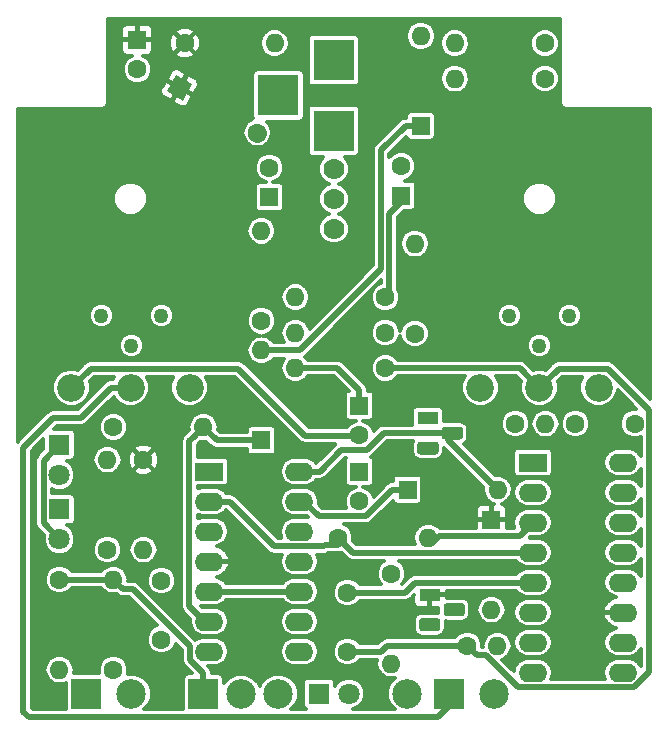
<source format=gbr>
G04 #@! TF.GenerationSoftware,KiCad,Pcbnew,(5.0.0-3-g5ebb6b6)*
G04 #@! TF.CreationDate,2018-09-09T10:20:45+01:00*
G04 #@! TF.ProjectId,EngineersThumb,456E67696E656572735468756D622E6B,rev?*
G04 #@! TF.SameCoordinates,Original*
G04 #@! TF.FileFunction,Copper,L1,Top,Signal*
G04 #@! TF.FilePolarity,Positive*
%FSLAX46Y46*%
G04 Gerber Fmt 4.6, Leading zero omitted, Abs format (unit mm)*
G04 Created by KiCad (PCBNEW (5.0.0-3-g5ebb6b6)) date Sunday, 09 September 2018 at 10:20:45*
%MOMM*%
%LPD*%
G01*
G04 APERTURE LIST*
G04 #@! TA.AperFunction,Conductor*
%ADD10C,0.100000*%
G04 #@! TD*
G04 #@! TA.AperFunction,ComponentPad*
%ADD11C,1.100000*%
G04 #@! TD*
G04 #@! TA.AperFunction,ComponentPad*
%ADD12R,1.800000X1.100000*%
G04 #@! TD*
G04 #@! TA.AperFunction,ComponentPad*
%ADD13C,1.778000*%
G04 #@! TD*
G04 #@! TA.AperFunction,ComponentPad*
%ADD14O,1.600000X1.600000*%
G04 #@! TD*
G04 #@! TA.AperFunction,ComponentPad*
%ADD15R,1.600000X1.600000*%
G04 #@! TD*
G04 #@! TA.AperFunction,ComponentPad*
%ADD16C,1.600000*%
G04 #@! TD*
G04 #@! TA.AperFunction,ComponentPad*
%ADD17R,3.500120X3.500120*%
G04 #@! TD*
G04 #@! TA.AperFunction,Conductor*
%ADD18C,1.600000*%
G04 #@! TD*
G04 #@! TA.AperFunction,ComponentPad*
%ADD19C,2.340000*%
G04 #@! TD*
G04 #@! TA.AperFunction,ComponentPad*
%ADD20R,2.400000X1.600000*%
G04 #@! TD*
G04 #@! TA.AperFunction,ComponentPad*
%ADD21O,2.400000X1.600000*%
G04 #@! TD*
G04 #@! TA.AperFunction,ComponentPad*
%ADD22C,1.260000*%
G04 #@! TD*
G04 #@! TA.AperFunction,ComponentPad*
%ADD23C,1.800000*%
G04 #@! TD*
G04 #@! TA.AperFunction,ComponentPad*
%ADD24R,1.800000X1.800000*%
G04 #@! TD*
G04 #@! TA.AperFunction,ComponentPad*
%ADD25R,2.500000X2.500000*%
G04 #@! TD*
G04 #@! TA.AperFunction,ComponentPad*
%ADD26C,2.500000*%
G04 #@! TD*
G04 #@! TA.AperFunction,ComponentPad*
%ADD27R,2.499360X2.499360*%
G04 #@! TD*
G04 #@! TA.AperFunction,ComponentPad*
%ADD28C,2.499360*%
G04 #@! TD*
G04 #@! TA.AperFunction,Conductor*
%ADD29C,0.500000*%
G04 #@! TD*
G04 #@! TA.AperFunction,Conductor*
%ADD30C,0.300000*%
G04 #@! TD*
G04 APERTURE END LIST*
D10*
G04 #@! TO.N,Net-(D6-Pad2)*
G04 #@! TO.C,Q1*
G36*
X154821955Y-76951324D02*
X154848650Y-76955284D01*
X154874828Y-76961841D01*
X154900238Y-76970933D01*
X154924634Y-76982472D01*
X154947782Y-76996346D01*
X154969458Y-77012422D01*
X154989454Y-77030546D01*
X155007578Y-77050542D01*
X155023654Y-77072218D01*
X155037528Y-77095366D01*
X155049067Y-77119762D01*
X155058159Y-77145172D01*
X155064716Y-77171350D01*
X155068676Y-77198045D01*
X155070000Y-77225000D01*
X155070000Y-77775000D01*
X155068676Y-77801955D01*
X155064716Y-77828650D01*
X155058159Y-77854828D01*
X155049067Y-77880238D01*
X155037528Y-77904634D01*
X155023654Y-77927782D01*
X155007578Y-77949458D01*
X154989454Y-77969454D01*
X154969458Y-77987578D01*
X154947782Y-78003654D01*
X154924634Y-78017528D01*
X154900238Y-78029067D01*
X154874828Y-78038159D01*
X154848650Y-78044716D01*
X154821955Y-78048676D01*
X154795000Y-78050000D01*
X153545000Y-78050000D01*
X153518045Y-78048676D01*
X153491350Y-78044716D01*
X153465172Y-78038159D01*
X153439762Y-78029067D01*
X153415366Y-78017528D01*
X153392218Y-78003654D01*
X153370542Y-77987578D01*
X153350546Y-77969454D01*
X153332422Y-77949458D01*
X153316346Y-77927782D01*
X153302472Y-77904634D01*
X153290933Y-77880238D01*
X153281841Y-77854828D01*
X153275284Y-77828650D01*
X153271324Y-77801955D01*
X153270000Y-77775000D01*
X153270000Y-77225000D01*
X153271324Y-77198045D01*
X153275284Y-77171350D01*
X153281841Y-77145172D01*
X153290933Y-77119762D01*
X153302472Y-77095366D01*
X153316346Y-77072218D01*
X153332422Y-77050542D01*
X153350546Y-77030546D01*
X153370542Y-77012422D01*
X153392218Y-76996346D01*
X153415366Y-76982472D01*
X153439762Y-76970933D01*
X153465172Y-76961841D01*
X153491350Y-76955284D01*
X153518045Y-76951324D01*
X153545000Y-76950000D01*
X154795000Y-76950000D01*
X154821955Y-76951324D01*
X154821955Y-76951324D01*
G37*
D11*
G04 #@! TD*
G04 #@! TO.P,Q1,2*
G04 #@! TO.N,Net-(D6-Pad2)*
X154170000Y-77500000D03*
D10*
G04 #@! TO.N,Net-(D6-Pad1)*
G04 #@! TO.C,Q1*
G36*
X152751955Y-78221324D02*
X152778650Y-78225284D01*
X152804828Y-78231841D01*
X152830238Y-78240933D01*
X152854634Y-78252472D01*
X152877782Y-78266346D01*
X152899458Y-78282422D01*
X152919454Y-78300546D01*
X152937578Y-78320542D01*
X152953654Y-78342218D01*
X152967528Y-78365366D01*
X152979067Y-78389762D01*
X152988159Y-78415172D01*
X152994716Y-78441350D01*
X152998676Y-78468045D01*
X153000000Y-78495000D01*
X153000000Y-79045000D01*
X152998676Y-79071955D01*
X152994716Y-79098650D01*
X152988159Y-79124828D01*
X152979067Y-79150238D01*
X152967528Y-79174634D01*
X152953654Y-79197782D01*
X152937578Y-79219458D01*
X152919454Y-79239454D01*
X152899458Y-79257578D01*
X152877782Y-79273654D01*
X152854634Y-79287528D01*
X152830238Y-79299067D01*
X152804828Y-79308159D01*
X152778650Y-79314716D01*
X152751955Y-79318676D01*
X152725000Y-79320000D01*
X151475000Y-79320000D01*
X151448045Y-79318676D01*
X151421350Y-79314716D01*
X151395172Y-79308159D01*
X151369762Y-79299067D01*
X151345366Y-79287528D01*
X151322218Y-79273654D01*
X151300542Y-79257578D01*
X151280546Y-79239454D01*
X151262422Y-79219458D01*
X151246346Y-79197782D01*
X151232472Y-79174634D01*
X151220933Y-79150238D01*
X151211841Y-79124828D01*
X151205284Y-79098650D01*
X151201324Y-79071955D01*
X151200000Y-79045000D01*
X151200000Y-78495000D01*
X151201324Y-78468045D01*
X151205284Y-78441350D01*
X151211841Y-78415172D01*
X151220933Y-78389762D01*
X151232472Y-78365366D01*
X151246346Y-78342218D01*
X151262422Y-78320542D01*
X151280546Y-78300546D01*
X151300542Y-78282422D01*
X151322218Y-78266346D01*
X151345366Y-78252472D01*
X151369762Y-78240933D01*
X151395172Y-78231841D01*
X151421350Y-78225284D01*
X151448045Y-78221324D01*
X151475000Y-78220000D01*
X152725000Y-78220000D01*
X152751955Y-78221324D01*
X152751955Y-78221324D01*
G37*
D11*
G04 #@! TD*
G04 #@! TO.P,Q1,3*
G04 #@! TO.N,Net-(D6-Pad1)*
X152100000Y-78770000D03*
D12*
G04 #@! TO.P,Q1,1*
G04 #@! TO.N,Net-(Q1-Pad1)*
X152100000Y-76230000D03*
G04 #@! TD*
D13*
G04 #@! TO.P,SW1,1*
G04 #@! TO.N,Net-(R9-Pad2)*
X144145000Y-55120000D03*
G04 #@! TO.P,SW1,2*
G04 #@! TO.N,Net-(C4-Pad2)*
X144145000Y-57660000D03*
G04 #@! TO.P,SW1,3*
G04 #@! TO.N,N/C*
X144145000Y-60200000D03*
G04 #@! TD*
D14*
G04 #@! TO.P,D6,2*
G04 #@! TO.N,Net-(D6-Pad2)*
X158000000Y-82296000D03*
D15*
G04 #@! TO.P,D6,1*
G04 #@! TO.N,Net-(D6-Pad1)*
X150380000Y-82296000D03*
G04 #@! TD*
D16*
G04 #@! TO.P,R3,1*
G04 #@! TO.N,Net-(C3-Pad1)*
X125476000Y-97536000D03*
D14*
G04 #@! TO.P,R3,2*
G04 #@! TO.N,Net-(J2-Pad1)*
X125476000Y-89916000D03*
G04 #@! TD*
D17*
G04 #@! TO.P,J1,1*
G04 #@! TO.N,GND*
X144145000Y-51920140D03*
G04 #@! TO.P,J1,2*
G04 #@! TO.N,Net-(J1-Pad2)*
X144145000Y-45920660D03*
G04 #@! TO.P,J1,3*
G04 #@! TO.N,Net-(BT1-Pad1)*
X139446000Y-48920400D03*
G04 #@! TD*
D16*
G04 #@! TO.P,R2,1*
G04 #@! TO.N,Net-(J2-Pad1)*
X120904000Y-89916000D03*
D14*
G04 #@! TO.P,R2,2*
G04 #@! TO.N,GND*
X120904000Y-97536000D03*
G04 #@! TD*
D16*
G04 #@! TO.P,R5,1*
G04 #@! TO.N,Net-(C2-Pad1)*
X148500000Y-66000000D03*
D14*
G04 #@! TO.P,R5,2*
G04 #@! TO.N,GND*
X140880000Y-66000000D03*
G04 #@! TD*
D16*
G04 #@! TO.P,D1,1*
G04 #@! TO.N,+9V*
X131064000Y-48260000D03*
D10*
G04 #@! TD*
G04 #@! TO.N,+9V*
G04 #@! TO.C,D1*
G36*
X129971180Y-48552820D02*
X130771180Y-47167180D01*
X132156820Y-47967180D01*
X131356820Y-49352820D01*
X129971180Y-48552820D01*
X129971180Y-48552820D01*
G37*
D16*
G04 #@! TO.P,D1,2*
G04 #@! TO.N,GND*
X137663114Y-52070000D03*
D18*
G04 #@! TD*
G04 #@! TO.N,GND*
G04 #@! TO.C,D1*
X137663114Y-52070000D02*
X137663114Y-52070000D01*
D19*
G04 #@! TO.P,RV1,3*
G04 #@! TO.N,Net-(C4-Pad2)*
X166544000Y-73660000D03*
G04 #@! TO.P,RV1,2*
G04 #@! TO.N,Net-(C4-Pad1)*
X161544000Y-73660000D03*
G04 #@! TO.P,RV1,1*
G04 #@! TO.N,N/C*
X156544000Y-73660000D03*
G04 #@! TD*
D16*
G04 #@! TO.P,C3,1*
G04 #@! TO.N,Net-(C3-Pad1)*
X129540000Y-94996000D03*
G04 #@! TO.P,C3,2*
G04 #@! TO.N,Net-(C3-Pad2)*
X129540000Y-89996000D03*
G04 #@! TD*
G04 #@! TO.P,C4,1*
G04 #@! TO.N,Net-(C4-Pad1)*
X145288000Y-96012000D03*
G04 #@! TO.P,C4,2*
G04 #@! TO.N,Net-(C4-Pad2)*
X145288000Y-91012000D03*
G04 #@! TD*
D20*
G04 #@! TO.P,U2,1*
G04 #@! TO.N,Net-(Q1-Pad1)*
X161000000Y-80000000D03*
D21*
G04 #@! TO.P,U2,9*
G04 #@! TO.N,GND*
X168620000Y-97780000D03*
G04 #@! TO.P,U2,2*
G04 #@! TO.N,N/C*
X161000000Y-82540000D03*
G04 #@! TO.P,U2,10*
G04 #@! TO.N,GND*
X168620000Y-95240000D03*
G04 #@! TO.P,U2,3*
G04 #@! TO.N,Net-(R12-Pad2)*
X161000000Y-85080000D03*
G04 #@! TO.P,U2,11*
G04 #@! TO.N,+9V*
X168620000Y-92700000D03*
G04 #@! TO.P,U2,4*
G04 #@! TO.N,VCC*
X161000000Y-87620000D03*
G04 #@! TO.P,U2,12*
G04 #@! TO.N,Net-(U2-Pad12)*
X168620000Y-90160000D03*
G04 #@! TO.P,U2,5*
G04 #@! TO.N,Net-(C4-Pad2)*
X161000000Y-90160000D03*
G04 #@! TO.P,U2,13*
G04 #@! TO.N,Net-(U2-Pad12)*
X168620000Y-87620000D03*
G04 #@! TO.P,U2,6*
G04 #@! TO.N,GND*
X161000000Y-92700000D03*
G04 #@! TO.P,U2,14*
G04 #@! TO.N,N/C*
X168620000Y-85080000D03*
G04 #@! TO.P,U2,7*
G04 #@! TO.N,GND*
X161000000Y-95240000D03*
G04 #@! TO.P,U2,15*
G04 #@! TO.N,N/C*
X168620000Y-82540000D03*
G04 #@! TO.P,U2,8*
G04 #@! TO.N,GND*
X161000000Y-97780000D03*
G04 #@! TO.P,U2,16*
X168620000Y-80000000D03*
G04 #@! TD*
D16*
G04 #@! TO.P,C6,1*
G04 #@! TO.N,VCC*
X164592000Y-76708000D03*
G04 #@! TO.P,C6,2*
G04 #@! TO.N,Net-(C6-Pad2)*
X169592000Y-76708000D03*
G04 #@! TD*
D15*
G04 #@! TO.P,D4,1*
G04 #@! TO.N,Net-(D4-Pad1)*
X138000000Y-78120000D03*
D14*
G04 #@! TO.P,D4,2*
G04 #@! TO.N,Net-(D4-Pad2)*
X138000000Y-70500000D03*
G04 #@! TD*
G04 #@! TO.P,D5,2*
G04 #@! TO.N,Net-(D5-Pad2)*
X151500000Y-43880000D03*
D15*
G04 #@! TO.P,D5,1*
G04 #@! TO.N,Net-(D4-Pad2)*
X151500000Y-51500000D03*
G04 #@! TD*
G04 #@! TO.P,D7,1*
G04 #@! TO.N,+9V*
X157480000Y-84836000D03*
D14*
G04 #@! TO.P,D7,2*
G04 #@! TO.N,Net-(D7-Pad2)*
X157480000Y-92456000D03*
G04 #@! TD*
G04 #@! TO.P,R1,2*
G04 #@! TO.N,Net-(J1-Pad2)*
X139120000Y-44500000D03*
D16*
G04 #@! TO.P,R1,1*
G04 #@! TO.N,+9V*
X131500000Y-44500000D03*
G04 #@! TD*
D14*
G04 #@! TO.P,R7,2*
G04 #@! TO.N,Net-(D4-Pad1)*
X133096000Y-77000000D03*
D16*
G04 #@! TO.P,R7,1*
G04 #@! TO.N,Net-(R7-Pad1)*
X125476000Y-77000000D03*
G04 #@! TD*
G04 #@! TO.P,R8,1*
G04 #@! TO.N,Net-(R8-Pad1)*
X162000000Y-44500000D03*
D14*
G04 #@! TO.P,R8,2*
G04 #@! TO.N,Net-(D5-Pad2)*
X154380000Y-44500000D03*
G04 #@! TD*
D16*
G04 #@! TO.P,R9,1*
G04 #@! TO.N,Net-(C6-Pad2)*
X162000000Y-47500000D03*
D14*
G04 #@! TO.P,R9,2*
G04 #@! TO.N,Net-(R9-Pad2)*
X154380000Y-47500000D03*
G04 #@! TD*
G04 #@! TO.P,R10,2*
G04 #@! TO.N,Net-(C5-Pad1)*
X138000000Y-60380000D03*
D16*
G04 #@! TO.P,R10,1*
G04 #@! TO.N,Net-(C7-Pad1)*
X138000000Y-68000000D03*
G04 #@! TD*
D14*
G04 #@! TO.P,R11,2*
G04 #@! TO.N,Net-(C4-Pad2)*
X151000000Y-61468000D03*
D16*
G04 #@! TO.P,R11,1*
G04 #@! TO.N,VCC*
X151000000Y-69088000D03*
G04 #@! TD*
G04 #@! TO.P,R14,1*
G04 #@! TO.N,Net-(C4-Pad1)*
X148500000Y-72000000D03*
D14*
G04 #@! TO.P,R14,2*
G04 #@! TO.N,Net-(C8-Pad1)*
X140880000Y-72000000D03*
G04 #@! TD*
G04 #@! TO.P,R15,2*
G04 #@! TO.N,Net-(D6-Pad1)*
X140880000Y-69000000D03*
D16*
G04 #@! TO.P,R15,1*
G04 #@! TO.N,VCC*
X148500000Y-69000000D03*
G04 #@! TD*
G04 #@! TO.P,R17,1*
G04 #@! TO.N,Net-(Q2-Pad3)*
X149000000Y-89408000D03*
D14*
G04 #@! TO.P,R17,2*
G04 #@! TO.N,Net-(D8-Pad2)*
X149000000Y-97028000D03*
G04 #@! TD*
D19*
G04 #@! TO.P,RV4,3*
G04 #@! TO.N,GND*
X131920000Y-73660000D03*
G04 #@! TO.P,RV4,2*
G04 #@! TO.N,Net-(J4-Pad1)*
X126920000Y-73660000D03*
G04 #@! TO.P,RV4,1*
G04 #@! TO.N,Net-(C8-Pad2)*
X121920000Y-73660000D03*
G04 #@! TD*
D12*
G04 #@! TO.P,Q2,1*
G04 #@! TO.N,+9V*
X152254000Y-91186000D03*
D10*
G04 #@! TD*
G04 #@! TO.N,Net-(Q2-Pad3)*
G04 #@! TO.C,Q2*
G36*
X152905955Y-93177324D02*
X152932650Y-93181284D01*
X152958828Y-93187841D01*
X152984238Y-93196933D01*
X153008634Y-93208472D01*
X153031782Y-93222346D01*
X153053458Y-93238422D01*
X153073454Y-93256546D01*
X153091578Y-93276542D01*
X153107654Y-93298218D01*
X153121528Y-93321366D01*
X153133067Y-93345762D01*
X153142159Y-93371172D01*
X153148716Y-93397350D01*
X153152676Y-93424045D01*
X153154000Y-93451000D01*
X153154000Y-94001000D01*
X153152676Y-94027955D01*
X153148716Y-94054650D01*
X153142159Y-94080828D01*
X153133067Y-94106238D01*
X153121528Y-94130634D01*
X153107654Y-94153782D01*
X153091578Y-94175458D01*
X153073454Y-94195454D01*
X153053458Y-94213578D01*
X153031782Y-94229654D01*
X153008634Y-94243528D01*
X152984238Y-94255067D01*
X152958828Y-94264159D01*
X152932650Y-94270716D01*
X152905955Y-94274676D01*
X152879000Y-94276000D01*
X151629000Y-94276000D01*
X151602045Y-94274676D01*
X151575350Y-94270716D01*
X151549172Y-94264159D01*
X151523762Y-94255067D01*
X151499366Y-94243528D01*
X151476218Y-94229654D01*
X151454542Y-94213578D01*
X151434546Y-94195454D01*
X151416422Y-94175458D01*
X151400346Y-94153782D01*
X151386472Y-94130634D01*
X151374933Y-94106238D01*
X151365841Y-94080828D01*
X151359284Y-94054650D01*
X151355324Y-94027955D01*
X151354000Y-94001000D01*
X151354000Y-93451000D01*
X151355324Y-93424045D01*
X151359284Y-93397350D01*
X151365841Y-93371172D01*
X151374933Y-93345762D01*
X151386472Y-93321366D01*
X151400346Y-93298218D01*
X151416422Y-93276542D01*
X151434546Y-93256546D01*
X151454542Y-93238422D01*
X151476218Y-93222346D01*
X151499366Y-93208472D01*
X151523762Y-93196933D01*
X151549172Y-93187841D01*
X151575350Y-93181284D01*
X151602045Y-93177324D01*
X151629000Y-93176000D01*
X152879000Y-93176000D01*
X152905955Y-93177324D01*
X152905955Y-93177324D01*
G37*
D11*
G04 #@! TO.P,Q2,3*
G04 #@! TO.N,Net-(Q2-Pad3)*
X152254000Y-93726000D03*
D10*
G04 #@! TD*
G04 #@! TO.N,Net-(D7-Pad2)*
G04 #@! TO.C,Q2*
G36*
X154975955Y-91907324D02*
X155002650Y-91911284D01*
X155028828Y-91917841D01*
X155054238Y-91926933D01*
X155078634Y-91938472D01*
X155101782Y-91952346D01*
X155123458Y-91968422D01*
X155143454Y-91986546D01*
X155161578Y-92006542D01*
X155177654Y-92028218D01*
X155191528Y-92051366D01*
X155203067Y-92075762D01*
X155212159Y-92101172D01*
X155218716Y-92127350D01*
X155222676Y-92154045D01*
X155224000Y-92181000D01*
X155224000Y-92731000D01*
X155222676Y-92757955D01*
X155218716Y-92784650D01*
X155212159Y-92810828D01*
X155203067Y-92836238D01*
X155191528Y-92860634D01*
X155177654Y-92883782D01*
X155161578Y-92905458D01*
X155143454Y-92925454D01*
X155123458Y-92943578D01*
X155101782Y-92959654D01*
X155078634Y-92973528D01*
X155054238Y-92985067D01*
X155028828Y-92994159D01*
X155002650Y-93000716D01*
X154975955Y-93004676D01*
X154949000Y-93006000D01*
X153699000Y-93006000D01*
X153672045Y-93004676D01*
X153645350Y-93000716D01*
X153619172Y-92994159D01*
X153593762Y-92985067D01*
X153569366Y-92973528D01*
X153546218Y-92959654D01*
X153524542Y-92943578D01*
X153504546Y-92925454D01*
X153486422Y-92905458D01*
X153470346Y-92883782D01*
X153456472Y-92860634D01*
X153444933Y-92836238D01*
X153435841Y-92810828D01*
X153429284Y-92784650D01*
X153425324Y-92757955D01*
X153424000Y-92731000D01*
X153424000Y-92181000D01*
X153425324Y-92154045D01*
X153429284Y-92127350D01*
X153435841Y-92101172D01*
X153444933Y-92075762D01*
X153456472Y-92051366D01*
X153470346Y-92028218D01*
X153486422Y-92006542D01*
X153504546Y-91986546D01*
X153524542Y-91968422D01*
X153546218Y-91952346D01*
X153569366Y-91938472D01*
X153593762Y-91926933D01*
X153619172Y-91917841D01*
X153645350Y-91911284D01*
X153672045Y-91907324D01*
X153699000Y-91906000D01*
X154949000Y-91906000D01*
X154975955Y-91907324D01*
X154975955Y-91907324D01*
G37*
D11*
G04 #@! TO.P,Q2,2*
G04 #@! TO.N,Net-(D7-Pad2)*
X154324000Y-92456000D03*
G04 #@! TD*
D22*
G04 #@! TO.P,RV2,3*
G04 #@! TO.N,Net-(R7-Pad1)*
X124460000Y-67564000D03*
G04 #@! TO.P,RV2,2*
G04 #@! TO.N,Net-(C5-Pad1)*
X127000000Y-70104000D03*
G04 #@! TO.P,RV2,1*
X129540000Y-67564000D03*
G04 #@! TD*
G04 #@! TO.P,RV3,1*
G04 #@! TO.N,Net-(R8-Pad1)*
X164084000Y-67564000D03*
G04 #@! TO.P,RV3,2*
G04 #@! TO.N,Net-(C5-Pad1)*
X161544000Y-70104000D03*
G04 #@! TO.P,RV3,3*
X159004000Y-67564000D03*
G04 #@! TD*
D20*
G04 #@! TO.P,U1,1*
G04 #@! TO.N,VCC*
X133604000Y-80760000D03*
D21*
G04 #@! TO.P,U1,8*
G04 #@! TO.N,Net-(C4-Pad1)*
X141224000Y-96000000D03*
G04 #@! TO.P,U1,2*
G04 #@! TO.N,VCC*
X133604000Y-83300000D03*
G04 #@! TO.P,U1,9*
G04 #@! TO.N,Net-(C4-Pad2)*
X141224000Y-93460000D03*
G04 #@! TO.P,U1,3*
G04 #@! TO.N,Net-(C2-Pad1)*
X133604000Y-85840000D03*
G04 #@! TO.P,U1,10*
G04 #@! TO.N,Net-(C3-Pad2)*
X141224000Y-90920000D03*
G04 #@! TO.P,U1,4*
G04 #@! TO.N,+9V*
X133604000Y-88380000D03*
G04 #@! TO.P,U1,11*
G04 #@! TO.N,GND*
X141224000Y-88380000D03*
G04 #@! TO.P,U1,5*
G04 #@! TO.N,Net-(C3-Pad2)*
X133604000Y-90920000D03*
G04 #@! TO.P,U1,12*
G04 #@! TO.N,Net-(C7-Pad1)*
X141224000Y-85840000D03*
G04 #@! TO.P,U1,6*
G04 #@! TO.N,Net-(D4-Pad1)*
X133604000Y-93460000D03*
G04 #@! TO.P,U1,13*
G04 #@! TO.N,Net-(D6-Pad1)*
X141224000Y-83300000D03*
G04 #@! TO.P,U1,7*
G04 #@! TO.N,Net-(D4-Pad2)*
X133604000Y-96000000D03*
G04 #@! TO.P,U1,14*
G04 #@! TO.N,Net-(D6-Pad2)*
X141224000Y-80760000D03*
G04 #@! TD*
D15*
G04 #@! TO.P,C1,1*
G04 #@! TO.N,+9V*
X127500000Y-44196000D03*
D16*
G04 #@! TO.P,C1,2*
G04 #@! TO.N,GND*
X127500000Y-46696000D03*
G04 #@! TD*
G04 #@! TO.P,C2,2*
G04 #@! TO.N,GND*
X149860000Y-54904000D03*
D15*
G04 #@! TO.P,C2,1*
G04 #@! TO.N,Net-(C2-Pad1)*
X149860000Y-57404000D03*
G04 #@! TD*
G04 #@! TO.P,C5,1*
G04 #@! TO.N,Net-(C5-Pad1)*
X138684000Y-57531000D03*
D16*
G04 #@! TO.P,C5,2*
G04 #@! TO.N,GND*
X138684000Y-55031000D03*
G04 #@! TD*
G04 #@! TO.P,C7,2*
G04 #@! TO.N,GND*
X146304000Y-83272000D03*
D15*
G04 #@! TO.P,C7,1*
G04 #@! TO.N,Net-(C7-Pad1)*
X146304000Y-80772000D03*
G04 #@! TD*
D16*
G04 #@! TO.P,C8,2*
G04 #@! TO.N,Net-(C8-Pad2)*
X146304000Y-77684000D03*
D15*
G04 #@! TO.P,C8,1*
G04 #@! TO.N,Net-(C8-Pad1)*
X146304000Y-75184000D03*
G04 #@! TD*
D23*
G04 #@! TO.P,D2,2*
G04 #@! TO.N,Net-(C3-Pad1)*
X120904000Y-86500000D03*
D24*
G04 #@! TO.P,D2,1*
G04 #@! TO.N,GND*
X120904000Y-83960000D03*
G04 #@! TD*
G04 #@! TO.P,D3,1*
G04 #@! TO.N,Net-(C3-Pad1)*
X120904000Y-78500000D03*
D23*
G04 #@! TO.P,D3,2*
G04 #@! TO.N,GND*
X120904000Y-81040000D03*
G04 #@! TD*
D24*
G04 #@! TO.P,D8,1*
G04 #@! TO.N,GND*
X142875000Y-99568000D03*
D23*
G04 #@! TO.P,D8,2*
G04 #@! TO.N,Net-(D8-Pad2)*
X145415000Y-99568000D03*
G04 #@! TD*
D16*
G04 #@! TO.P,R16,1*
G04 #@! TO.N,Net-(Q1-Pad1)*
X159512000Y-76708000D03*
D14*
G04 #@! TO.P,R16,2*
G04 #@! TO.N,VCC*
X162052000Y-76708000D03*
G04 #@! TD*
D16*
G04 #@! TO.P,R12,1*
G04 #@! TO.N,Net-(C4-Pad1)*
X155448000Y-95504000D03*
D14*
G04 #@! TO.P,R12,2*
G04 #@! TO.N,Net-(R12-Pad2)*
X157988000Y-95504000D03*
G04 #@! TD*
D16*
G04 #@! TO.P,R6,1*
G04 #@! TO.N,Net-(C3-Pad2)*
X124968000Y-87376000D03*
D14*
G04 #@! TO.P,R6,2*
G04 #@! TO.N,VCC*
X124968000Y-79756000D03*
G04 #@! TD*
D16*
G04 #@! TO.P,R4,1*
G04 #@! TO.N,+9V*
X128016000Y-79756000D03*
D14*
G04 #@! TO.P,R4,2*
G04 #@! TO.N,Net-(C2-Pad1)*
X128016000Y-87376000D03*
G04 #@! TD*
D16*
G04 #@! TO.P,R13,1*
G04 #@! TO.N,VCC*
X144500000Y-86360000D03*
D14*
G04 #@! TO.P,R13,2*
G04 #@! TO.N,Net-(R12-Pad2)*
X152120000Y-86360000D03*
G04 #@! TD*
D25*
G04 #@! TO.P,BT1,1*
G04 #@! TO.N,Net-(BT1-Pad1)*
X123190000Y-99568000D03*
D26*
G04 #@! TO.P,BT1,2*
G04 #@! TO.N,Net-(BT1-Pad2)*
X127000000Y-99568000D03*
G04 #@! TD*
D27*
G04 #@! TO.P,J2,1*
G04 #@! TO.N,Net-(J2-Pad1)*
X133096000Y-99568000D03*
D28*
G04 #@! TO.P,J2,2*
G04 #@! TO.N,Net-(BT1-Pad2)*
X136271000Y-99568000D03*
G04 #@! TO.P,J2,3*
G04 #@! TO.N,GND*
X139446000Y-99568000D03*
G04 #@! TD*
D26*
G04 #@! TO.P,J3,1*
G04 #@! TO.N,Net-(D7-Pad2)*
X150368000Y-99568000D03*
G04 #@! TD*
D25*
G04 #@! TO.P,J4,1*
G04 #@! TO.N,Net-(J4-Pad1)*
X153924000Y-99568000D03*
D26*
G04 #@! TO.P,J4,2*
G04 #@! TO.N,GND*
X157734000Y-99568000D03*
G04 #@! TD*
D29*
G04 #@! TO.N,VCC*
X135304000Y-83300000D02*
X133604000Y-83300000D01*
X143278620Y-87090010D02*
X139094010Y-87090010D01*
X144500000Y-87000000D02*
X143368630Y-87000000D01*
X139094010Y-87090010D02*
X135304000Y-83300000D01*
X143368630Y-87000000D02*
X143278620Y-87090010D01*
X145760000Y-87620000D02*
X161000000Y-87620000D01*
X144500000Y-86360000D02*
X145760000Y-87620000D01*
G04 #@! TO.N,Net-(C8-Pad2)*
X141732000Y-77724000D02*
X146304000Y-77724000D01*
X136047999Y-72039999D02*
X141732000Y-77724000D01*
X123540001Y-72039999D02*
X136047999Y-72039999D01*
X121920000Y-73660000D02*
X123540001Y-72039999D01*
G04 #@! TO.N,Net-(D4-Pad2)*
X150200000Y-51500000D02*
X151500000Y-51500000D01*
X148143990Y-53556010D02*
X150200000Y-51500000D01*
X148143990Y-63586012D02*
X148143990Y-53556010D01*
X141230002Y-70500000D02*
X148143990Y-63586012D01*
X138000000Y-70500000D02*
X141230002Y-70500000D01*
G04 #@! TO.N,Net-(Q1-Pad1)*
X160600000Y-80000000D02*
X161000000Y-80000000D01*
G04 #@! TO.N,Net-(C2-Pad1)*
X148844000Y-58928000D02*
X150368000Y-57404000D01*
X148844000Y-65656000D02*
X148844000Y-58928000D01*
X148500000Y-66000000D02*
X148844000Y-65656000D01*
G04 #@! TO.N,Net-(C3-Pad1)*
X119553999Y-85149999D02*
X120904000Y-86500000D01*
X119553999Y-79850001D02*
X119553999Y-85149999D01*
X120904000Y-78500000D02*
X119553999Y-79850001D01*
G04 #@! TO.N,Net-(C4-Pad1)*
X163164001Y-72039999D02*
X161544000Y-73660000D01*
X167321601Y-72039999D02*
X163164001Y-72039999D01*
X170842001Y-75560399D02*
X167321601Y-72039999D01*
X170842001Y-97725780D02*
X170842001Y-75560399D01*
X169537771Y-99030010D02*
X170842001Y-97725780D01*
X156247999Y-96303999D02*
X155448000Y-95504000D01*
X156986001Y-96303999D02*
X156247999Y-96303999D01*
X169537771Y-99030010D02*
X159712012Y-99030010D01*
X159712012Y-99030010D02*
X156986001Y-96303999D01*
X154316630Y-95504000D02*
X155448000Y-95504000D01*
X148673998Y-95504000D02*
X154316630Y-95504000D01*
X148165998Y-96012000D02*
X148673998Y-95504000D01*
X145288000Y-96012000D02*
X148165998Y-96012000D01*
X159884000Y-72000000D02*
X161544000Y-73660000D01*
X148500000Y-72000000D02*
X159884000Y-72000000D01*
G04 #@! TO.N,Net-(C4-Pad2)*
X161000000Y-90160000D02*
X160600000Y-90160000D01*
X151019998Y-90160000D02*
X161000000Y-90160000D01*
X150167998Y-91012000D02*
X151019998Y-90160000D01*
X145288000Y-91012000D02*
X150167998Y-91012000D01*
G04 #@! TO.N,Net-(D4-Pad1)*
X134216000Y-78120000D02*
X133096000Y-77000000D01*
X138000000Y-78120000D02*
X134216000Y-78120000D01*
X132296001Y-77799999D02*
X133096000Y-77000000D01*
X131904000Y-78192000D02*
X132296001Y-77799999D01*
X131904000Y-92160000D02*
X131904000Y-78192000D01*
X133204000Y-93460000D02*
X131904000Y-92160000D01*
X133604000Y-93460000D02*
X133204000Y-93460000D01*
G04 #@! TO.N,Net-(C3-Pad2)*
X133604000Y-90920000D02*
X141224000Y-90920000D01*
G04 #@! TO.N,Net-(C8-Pad1)*
X146304000Y-73884000D02*
X146304000Y-75184000D01*
X144420000Y-72000000D02*
X146304000Y-73884000D01*
X140880000Y-72000000D02*
X144420000Y-72000000D01*
G04 #@! TO.N,Net-(D6-Pad2)*
X153770000Y-78066000D02*
X158000000Y-82296000D01*
X153770000Y-77500000D02*
X153770000Y-78066000D01*
X144749999Y-78934001D02*
X142924000Y-80760000D01*
X148338002Y-77500000D02*
X146904001Y-78934001D01*
X146904001Y-78934001D02*
X144749999Y-78934001D01*
X153770000Y-77500000D02*
X148338002Y-77500000D01*
X142924000Y-80760000D02*
X141224000Y-80760000D01*
G04 #@! TO.N,Net-(D6-Pad1)*
X149080000Y-82296000D02*
X150380000Y-82296000D01*
X146853999Y-84522001D02*
X149080000Y-82296000D01*
X142846001Y-84522001D02*
X146853999Y-84522001D01*
X141624000Y-83300000D02*
X142846001Y-84522001D01*
X141224000Y-83300000D02*
X141624000Y-83300000D01*
G04 #@! TO.N,Net-(J2-Pad1)*
X121000000Y-89916000D02*
X125476000Y-89916000D01*
X133096000Y-97818320D02*
X133096000Y-99568000D01*
X131953990Y-96676310D02*
X133096000Y-97818320D01*
X131953990Y-95559988D02*
X131953990Y-96676310D01*
X127110001Y-90715999D02*
X131953990Y-95559988D01*
X126275999Y-90715999D02*
X127110001Y-90715999D01*
X125476000Y-89916000D02*
X126275999Y-90715999D01*
G04 #@! TO.N,Net-(J4-Pad1)*
X117856000Y-101092000D02*
X118346990Y-101582990D01*
X120396000Y-76200000D02*
X117856000Y-78740000D01*
X153924000Y-100584000D02*
X153924000Y-99568000D01*
X117856000Y-78740000D02*
X117856000Y-101092000D01*
X122725371Y-76200000D02*
X120396000Y-76200000D01*
X152925010Y-101582990D02*
X153924000Y-100584000D01*
X125265371Y-73660000D02*
X122725371Y-76200000D01*
X118346990Y-101582990D02*
X152925010Y-101582990D01*
X126920000Y-73660000D02*
X125265371Y-73660000D01*
G04 #@! TO.N,Net-(R12-Pad2)*
X159879999Y-86200001D02*
X161000000Y-85080000D01*
X153067999Y-86200001D02*
X159879999Y-86200001D01*
X152400000Y-86868000D02*
X153067999Y-86200001D01*
G04 #@! TD*
D30*
G04 #@! TO.N,+9V*
G36*
X163305001Y-49478289D02*
X163294715Y-49530000D01*
X163335461Y-49734845D01*
X163451496Y-49908504D01*
X163625155Y-50024539D01*
X163778294Y-50055000D01*
X163830000Y-50065285D01*
X163881706Y-50055000D01*
X170925000Y-50055000D01*
X170925000Y-74653449D01*
X167865325Y-71593775D01*
X167826272Y-71535328D01*
X167594727Y-71380614D01*
X167390541Y-71339999D01*
X167390536Y-71339999D01*
X167321601Y-71326287D01*
X167252666Y-71339999D01*
X163232935Y-71339999D01*
X163164000Y-71326287D01*
X163095065Y-71339999D01*
X163095061Y-71339999D01*
X162890875Y-71380614D01*
X162820996Y-71427306D01*
X162717773Y-71496277D01*
X162717772Y-71496278D01*
X162659330Y-71535328D01*
X162620280Y-71593770D01*
X162083895Y-72130156D01*
X161866238Y-72040000D01*
X161221762Y-72040000D01*
X161004105Y-72130156D01*
X160427724Y-71553776D01*
X160388671Y-71495329D01*
X160157126Y-71340615D01*
X159952940Y-71300000D01*
X159952935Y-71300000D01*
X159884000Y-71286288D01*
X159815065Y-71300000D01*
X149563041Y-71300000D01*
X149559699Y-71291932D01*
X149208068Y-70940301D01*
X148748640Y-70750000D01*
X148251360Y-70750000D01*
X147791932Y-70940301D01*
X147440301Y-71291932D01*
X147250000Y-71751360D01*
X147250000Y-72248640D01*
X147440301Y-72708068D01*
X147791932Y-73059699D01*
X148251360Y-73250000D01*
X148748640Y-73250000D01*
X149208068Y-73059699D01*
X149559699Y-72708068D01*
X149563041Y-72700000D01*
X155212974Y-72700000D01*
X155170630Y-72742344D01*
X154924000Y-73337762D01*
X154924000Y-73982238D01*
X155170630Y-74577656D01*
X155626344Y-75033370D01*
X156221762Y-75280000D01*
X156866238Y-75280000D01*
X157461656Y-75033370D01*
X157917370Y-74577656D01*
X158164000Y-73982238D01*
X158164000Y-73337762D01*
X157917370Y-72742344D01*
X157875026Y-72700000D01*
X159594052Y-72700000D01*
X160014156Y-73120105D01*
X159924000Y-73337762D01*
X159924000Y-73982238D01*
X160170630Y-74577656D01*
X160626344Y-75033370D01*
X161221762Y-75280000D01*
X161866238Y-75280000D01*
X162461656Y-75033370D01*
X162917370Y-74577656D01*
X163164000Y-73982238D01*
X163164000Y-73337762D01*
X163073844Y-73120105D01*
X163453951Y-72739999D01*
X165172975Y-72739999D01*
X165170630Y-72742344D01*
X164924000Y-73337762D01*
X164924000Y-73982238D01*
X165170630Y-74577656D01*
X165626344Y-75033370D01*
X166221762Y-75280000D01*
X166866238Y-75280000D01*
X167461656Y-75033370D01*
X167917370Y-74577656D01*
X168164000Y-73982238D01*
X168164000Y-73872347D01*
X169749652Y-75458000D01*
X169343360Y-75458000D01*
X168883932Y-75648301D01*
X168532301Y-75999932D01*
X168342000Y-76459360D01*
X168342000Y-76956640D01*
X168532301Y-77416068D01*
X168883932Y-77767699D01*
X169343360Y-77958000D01*
X169840640Y-77958000D01*
X170142002Y-77833172D01*
X170142002Y-79429256D01*
X169921199Y-79098801D01*
X169507725Y-78822527D01*
X169143109Y-78750000D01*
X168096891Y-78750000D01*
X167732275Y-78822527D01*
X167318801Y-79098801D01*
X167042527Y-79512275D01*
X166945512Y-80000000D01*
X167042527Y-80487725D01*
X167318801Y-80901199D01*
X167732275Y-81177473D01*
X168096891Y-81250000D01*
X169143109Y-81250000D01*
X169507725Y-81177473D01*
X169921199Y-80901199D01*
X170142002Y-80570744D01*
X170142002Y-81969256D01*
X169921199Y-81638801D01*
X169507725Y-81362527D01*
X169143109Y-81290000D01*
X168096891Y-81290000D01*
X167732275Y-81362527D01*
X167318801Y-81638801D01*
X167042527Y-82052275D01*
X166945512Y-82540000D01*
X167042527Y-83027725D01*
X167318801Y-83441199D01*
X167732275Y-83717473D01*
X168096891Y-83790000D01*
X169143109Y-83790000D01*
X169507725Y-83717473D01*
X169921199Y-83441199D01*
X170142002Y-83110744D01*
X170142002Y-84509256D01*
X169921199Y-84178801D01*
X169507725Y-83902527D01*
X169143109Y-83830000D01*
X168096891Y-83830000D01*
X167732275Y-83902527D01*
X167318801Y-84178801D01*
X167042527Y-84592275D01*
X166945512Y-85080000D01*
X167042527Y-85567725D01*
X167318801Y-85981199D01*
X167732275Y-86257473D01*
X168096891Y-86330000D01*
X169143109Y-86330000D01*
X169507725Y-86257473D01*
X169921199Y-85981199D01*
X170142002Y-85650744D01*
X170142001Y-87049256D01*
X169921199Y-86718801D01*
X169507725Y-86442527D01*
X169143109Y-86370000D01*
X168096891Y-86370000D01*
X167732275Y-86442527D01*
X167318801Y-86718801D01*
X167042527Y-87132275D01*
X166945512Y-87620000D01*
X167042527Y-88107725D01*
X167318801Y-88521199D01*
X167732275Y-88797473D01*
X168096891Y-88870000D01*
X169143109Y-88870000D01*
X169507725Y-88797473D01*
X169921199Y-88521199D01*
X170142001Y-88190744D01*
X170142001Y-89589256D01*
X169921199Y-89258801D01*
X169507725Y-88982527D01*
X169143109Y-88910000D01*
X168096891Y-88910000D01*
X167732275Y-88982527D01*
X167318801Y-89258801D01*
X167042527Y-89672275D01*
X166945512Y-90160000D01*
X167042527Y-90647725D01*
X167318801Y-91061199D01*
X167732275Y-91337473D01*
X167999272Y-91390582D01*
X167657183Y-91471897D01*
X167230050Y-91780762D01*
X166953628Y-92229572D01*
X166895357Y-92439574D01*
X167008531Y-92650000D01*
X168570000Y-92650000D01*
X168570000Y-92630000D01*
X168670000Y-92630000D01*
X168670000Y-92650000D01*
X168690000Y-92650000D01*
X168690000Y-92750000D01*
X168670000Y-92750000D01*
X168670000Y-92770000D01*
X168570000Y-92770000D01*
X168570000Y-92750000D01*
X167008531Y-92750000D01*
X166895357Y-92960426D01*
X166953628Y-93170428D01*
X167230050Y-93619238D01*
X167657183Y-93928103D01*
X167999272Y-94009418D01*
X167732275Y-94062527D01*
X167318801Y-94338801D01*
X167042527Y-94752275D01*
X166945512Y-95240000D01*
X167042527Y-95727725D01*
X167318801Y-96141199D01*
X167732275Y-96417473D01*
X168096891Y-96490000D01*
X169143109Y-96490000D01*
X169507725Y-96417473D01*
X169921199Y-96141199D01*
X170142001Y-95810745D01*
X170142001Y-97209255D01*
X169921199Y-96878801D01*
X169507725Y-96602527D01*
X169143109Y-96530000D01*
X168096891Y-96530000D01*
X167732275Y-96602527D01*
X167318801Y-96878801D01*
X167042527Y-97292275D01*
X166945512Y-97780000D01*
X167042527Y-98267725D01*
X167084144Y-98330010D01*
X162535856Y-98330010D01*
X162577473Y-98267725D01*
X162674488Y-97780000D01*
X162577473Y-97292275D01*
X162301199Y-96878801D01*
X161887725Y-96602527D01*
X161523109Y-96530000D01*
X160476891Y-96530000D01*
X160112275Y-96602527D01*
X159698801Y-96878801D01*
X159422527Y-97292275D01*
X159346490Y-97674539D01*
X158373715Y-96701764D01*
X158475725Y-96681473D01*
X158889199Y-96405199D01*
X159165473Y-95991725D01*
X159262488Y-95504000D01*
X159209975Y-95240000D01*
X159325512Y-95240000D01*
X159422527Y-95727725D01*
X159698801Y-96141199D01*
X160112275Y-96417473D01*
X160476891Y-96490000D01*
X161523109Y-96490000D01*
X161887725Y-96417473D01*
X162301199Y-96141199D01*
X162577473Y-95727725D01*
X162674488Y-95240000D01*
X162577473Y-94752275D01*
X162301199Y-94338801D01*
X161887725Y-94062527D01*
X161523109Y-93990000D01*
X160476891Y-93990000D01*
X160112275Y-94062527D01*
X159698801Y-94338801D01*
X159422527Y-94752275D01*
X159325512Y-95240000D01*
X159209975Y-95240000D01*
X159165473Y-95016275D01*
X158889199Y-94602801D01*
X158475725Y-94326527D01*
X158111109Y-94254000D01*
X157864891Y-94254000D01*
X157500275Y-94326527D01*
X157086801Y-94602801D01*
X156810527Y-95016275D01*
X156713512Y-95504000D01*
X156733403Y-95603999D01*
X156698000Y-95603999D01*
X156698000Y-95255360D01*
X156507699Y-94795932D01*
X156156068Y-94444301D01*
X155696640Y-94254000D01*
X155199360Y-94254000D01*
X154739932Y-94444301D01*
X154388301Y-94795932D01*
X154384959Y-94804000D01*
X148742932Y-94804000D01*
X148673997Y-94790288D01*
X148605062Y-94804000D01*
X148605058Y-94804000D01*
X148400872Y-94844615D01*
X148400870Y-94844616D01*
X148400871Y-94844616D01*
X148227770Y-94960278D01*
X148227769Y-94960279D01*
X148169327Y-94999329D01*
X148130277Y-95057771D01*
X147876049Y-95312000D01*
X146351041Y-95312000D01*
X146347699Y-95303932D01*
X145996068Y-94952301D01*
X145536640Y-94762000D01*
X145039360Y-94762000D01*
X144579932Y-94952301D01*
X144228301Y-95303932D01*
X144038000Y-95763360D01*
X144038000Y-96260640D01*
X144228301Y-96720068D01*
X144579932Y-97071699D01*
X145039360Y-97262000D01*
X145536640Y-97262000D01*
X145996068Y-97071699D01*
X146347699Y-96720068D01*
X146351041Y-96712000D01*
X147788369Y-96712000D01*
X147725512Y-97028000D01*
X147822527Y-97515725D01*
X148098801Y-97929199D01*
X148512275Y-98205473D01*
X148876891Y-98278000D01*
X149123109Y-98278000D01*
X149286297Y-98245540D01*
X148926810Y-98605027D01*
X148668000Y-99229849D01*
X148668000Y-99906151D01*
X148926810Y-100530973D01*
X149278827Y-100882990D01*
X145768054Y-100882990D01*
X146179714Y-100712475D01*
X146559475Y-100332714D01*
X146765000Y-99836532D01*
X146765000Y-99299468D01*
X146559475Y-98803286D01*
X146179714Y-98423525D01*
X145683532Y-98218000D01*
X145146468Y-98218000D01*
X144650286Y-98423525D01*
X144270525Y-98803286D01*
X144233816Y-98891910D01*
X144233816Y-98668000D01*
X144198891Y-98492419D01*
X144099432Y-98343568D01*
X143950581Y-98244109D01*
X143775000Y-98209184D01*
X141975000Y-98209184D01*
X141799419Y-98244109D01*
X141650568Y-98343568D01*
X141551109Y-98492419D01*
X141516184Y-98668000D01*
X141516184Y-100468000D01*
X141551109Y-100643581D01*
X141650568Y-100792432D01*
X141786098Y-100882990D01*
X140534721Y-100882990D01*
X140886919Y-100530792D01*
X141145680Y-99906087D01*
X141145680Y-99229913D01*
X140886919Y-98605208D01*
X140408792Y-98127081D01*
X139784087Y-97868320D01*
X139107913Y-97868320D01*
X138483208Y-98127081D01*
X138005081Y-98605208D01*
X137858500Y-98959086D01*
X137711919Y-98605208D01*
X137233792Y-98127081D01*
X136609087Y-97868320D01*
X135932913Y-97868320D01*
X135308208Y-98127081D01*
X134830081Y-98605208D01*
X134804496Y-98666976D01*
X134804496Y-98318320D01*
X134769571Y-98142739D01*
X134670112Y-97993888D01*
X134521261Y-97894429D01*
X134345680Y-97859504D01*
X133801520Y-97859504D01*
X133809712Y-97818319D01*
X133796000Y-97749384D01*
X133796000Y-97749380D01*
X133755385Y-97545194D01*
X133651702Y-97390023D01*
X133639722Y-97372093D01*
X133639720Y-97372091D01*
X133600670Y-97313649D01*
X133542228Y-97274599D01*
X133517629Y-97250000D01*
X134127109Y-97250000D01*
X134491725Y-97177473D01*
X134905199Y-96901199D01*
X135181473Y-96487725D01*
X135278488Y-96000000D01*
X139549512Y-96000000D01*
X139646527Y-96487725D01*
X139922801Y-96901199D01*
X140336275Y-97177473D01*
X140700891Y-97250000D01*
X141747109Y-97250000D01*
X142111725Y-97177473D01*
X142525199Y-96901199D01*
X142801473Y-96487725D01*
X142898488Y-96000000D01*
X142801473Y-95512275D01*
X142525199Y-95098801D01*
X142111725Y-94822527D01*
X141747109Y-94750000D01*
X140700891Y-94750000D01*
X140336275Y-94822527D01*
X139922801Y-95098801D01*
X139646527Y-95512275D01*
X139549512Y-96000000D01*
X135278488Y-96000000D01*
X135181473Y-95512275D01*
X134905199Y-95098801D01*
X134491725Y-94822527D01*
X134127109Y-94750000D01*
X133080891Y-94750000D01*
X132716275Y-94822527D01*
X132413270Y-95024988D01*
X132400218Y-95016267D01*
X127653726Y-90269775D01*
X127614672Y-90211328D01*
X127383127Y-90056614D01*
X127178941Y-90015999D01*
X127178936Y-90015999D01*
X127110001Y-90002287D01*
X127041066Y-90015999D01*
X126730597Y-90015999D01*
X126750488Y-89916000D01*
X126716944Y-89747360D01*
X128290000Y-89747360D01*
X128290000Y-90244640D01*
X128480301Y-90704068D01*
X128831932Y-91055699D01*
X129291360Y-91246000D01*
X129788640Y-91246000D01*
X130248068Y-91055699D01*
X130599699Y-90704068D01*
X130790000Y-90244640D01*
X130790000Y-89747360D01*
X130599699Y-89287932D01*
X130248068Y-88936301D01*
X129788640Y-88746000D01*
X129291360Y-88746000D01*
X128831932Y-88936301D01*
X128480301Y-89287932D01*
X128290000Y-89747360D01*
X126716944Y-89747360D01*
X126653473Y-89428275D01*
X126377199Y-89014801D01*
X125963725Y-88738527D01*
X125599109Y-88666000D01*
X125352891Y-88666000D01*
X124988275Y-88738527D01*
X124574801Y-89014801D01*
X124440364Y-89216000D01*
X121967041Y-89216000D01*
X121963699Y-89207932D01*
X121612068Y-88856301D01*
X121152640Y-88666000D01*
X120655360Y-88666000D01*
X120195932Y-88856301D01*
X119844301Y-89207932D01*
X119654000Y-89667360D01*
X119654000Y-90164640D01*
X119844301Y-90624068D01*
X120195932Y-90975699D01*
X120655360Y-91166000D01*
X121152640Y-91166000D01*
X121612068Y-90975699D01*
X121963699Y-90624068D01*
X121967041Y-90616000D01*
X124440364Y-90616000D01*
X124574801Y-90817199D01*
X124988275Y-91093473D01*
X125352891Y-91166000D01*
X125599109Y-91166000D01*
X125713330Y-91143280D01*
X125732278Y-91162228D01*
X125771328Y-91220670D01*
X125829770Y-91259720D01*
X125829771Y-91259721D01*
X125932994Y-91328692D01*
X126002873Y-91375384D01*
X126207059Y-91415999D01*
X126207063Y-91415999D01*
X126275998Y-91429711D01*
X126344933Y-91415999D01*
X126820053Y-91415999D01*
X129191441Y-93787388D01*
X128831932Y-93936301D01*
X128480301Y-94287932D01*
X128290000Y-94747360D01*
X128290000Y-95244640D01*
X128480301Y-95704068D01*
X128831932Y-96055699D01*
X129291360Y-96246000D01*
X129788640Y-96246000D01*
X130248068Y-96055699D01*
X130599699Y-95704068D01*
X130748612Y-95344559D01*
X131253990Y-95849937D01*
X131253991Y-96607370D01*
X131240278Y-96676310D01*
X131294606Y-96949436D01*
X131336456Y-97012068D01*
X131449320Y-97180981D01*
X131507764Y-97220032D01*
X132147235Y-97859504D01*
X131846320Y-97859504D01*
X131670739Y-97894429D01*
X131521888Y-97993888D01*
X131422429Y-98142739D01*
X131387504Y-98318320D01*
X131387504Y-100817680D01*
X131400495Y-100882990D01*
X128089173Y-100882990D01*
X128441190Y-100530973D01*
X128700000Y-99906151D01*
X128700000Y-99229849D01*
X128441190Y-98605027D01*
X127962973Y-98126810D01*
X127338151Y-97868000D01*
X126691471Y-97868000D01*
X126726000Y-97784640D01*
X126726000Y-97287360D01*
X126535699Y-96827932D01*
X126184068Y-96476301D01*
X125724640Y-96286000D01*
X125227360Y-96286000D01*
X124767932Y-96476301D01*
X124416301Y-96827932D01*
X124226000Y-97287360D01*
X124226000Y-97784640D01*
X124256877Y-97859184D01*
X122114202Y-97859184D01*
X122178488Y-97536000D01*
X122081473Y-97048275D01*
X121805199Y-96634801D01*
X121391725Y-96358527D01*
X121027109Y-96286000D01*
X120780891Y-96286000D01*
X120416275Y-96358527D01*
X120002801Y-96634801D01*
X119726527Y-97048275D01*
X119629512Y-97536000D01*
X119726527Y-98023725D01*
X120002801Y-98437199D01*
X120416275Y-98713473D01*
X120780891Y-98786000D01*
X121027109Y-98786000D01*
X121391725Y-98713473D01*
X121481184Y-98653699D01*
X121481184Y-100818000D01*
X121494111Y-100882990D01*
X118636939Y-100882990D01*
X118556000Y-100802052D01*
X118556000Y-79029948D01*
X119545184Y-78040765D01*
X119545184Y-78868868D01*
X119107773Y-79306279D01*
X119049328Y-79345331D01*
X118894614Y-79576876D01*
X118853999Y-79781062D01*
X118853999Y-79781066D01*
X118840287Y-79850001D01*
X118853999Y-79918936D01*
X118854000Y-85081059D01*
X118840287Y-85149999D01*
X118854000Y-85218939D01*
X118894615Y-85423125D01*
X119049329Y-85654670D01*
X119107773Y-85693721D01*
X119580805Y-86166754D01*
X119554000Y-86231468D01*
X119554000Y-86768532D01*
X119759525Y-87264714D01*
X120139286Y-87644475D01*
X120635468Y-87850000D01*
X121172532Y-87850000D01*
X121668714Y-87644475D01*
X122048475Y-87264714D01*
X122105368Y-87127360D01*
X123718000Y-87127360D01*
X123718000Y-87624640D01*
X123908301Y-88084068D01*
X124259932Y-88435699D01*
X124719360Y-88626000D01*
X125216640Y-88626000D01*
X125676068Y-88435699D01*
X126027699Y-88084068D01*
X126218000Y-87624640D01*
X126218000Y-87376000D01*
X126741512Y-87376000D01*
X126838527Y-87863725D01*
X127114801Y-88277199D01*
X127528275Y-88553473D01*
X127892891Y-88626000D01*
X128139109Y-88626000D01*
X128503725Y-88553473D01*
X128917199Y-88277199D01*
X129193473Y-87863725D01*
X129290488Y-87376000D01*
X129193473Y-86888275D01*
X128917199Y-86474801D01*
X128503725Y-86198527D01*
X128139109Y-86126000D01*
X127892891Y-86126000D01*
X127528275Y-86198527D01*
X127114801Y-86474801D01*
X126838527Y-86888275D01*
X126741512Y-87376000D01*
X126218000Y-87376000D01*
X126218000Y-87127360D01*
X126027699Y-86667932D01*
X125676068Y-86316301D01*
X125216640Y-86126000D01*
X124719360Y-86126000D01*
X124259932Y-86316301D01*
X123908301Y-86667932D01*
X123718000Y-87127360D01*
X122105368Y-87127360D01*
X122254000Y-86768532D01*
X122254000Y-86231468D01*
X122048475Y-85735286D01*
X121668714Y-85355525D01*
X121580090Y-85318816D01*
X121804000Y-85318816D01*
X121979581Y-85283891D01*
X122128432Y-85184432D01*
X122227891Y-85035581D01*
X122262816Y-84860000D01*
X122262816Y-83060000D01*
X122227891Y-82884419D01*
X122128432Y-82735568D01*
X121979581Y-82636109D01*
X121804000Y-82601184D01*
X120253999Y-82601184D01*
X120253999Y-82231991D01*
X120635468Y-82390000D01*
X121172532Y-82390000D01*
X121668714Y-82184475D01*
X122048475Y-81804714D01*
X122254000Y-81308532D01*
X122254000Y-80771468D01*
X122048475Y-80275286D01*
X121668714Y-79895525D01*
X121580090Y-79858816D01*
X121804000Y-79858816D01*
X121979581Y-79823891D01*
X122081187Y-79756000D01*
X123693512Y-79756000D01*
X123790527Y-80243725D01*
X124066801Y-80657199D01*
X124480275Y-80933473D01*
X124844891Y-81006000D01*
X125091109Y-81006000D01*
X125455725Y-80933473D01*
X125854964Y-80666710D01*
X127176000Y-80666710D01*
X127247929Y-80898224D01*
X127743504Y-81105206D01*
X128280565Y-81106783D01*
X128777349Y-80902716D01*
X128784071Y-80898224D01*
X128856000Y-80666710D01*
X128016000Y-79826711D01*
X127176000Y-80666710D01*
X125854964Y-80666710D01*
X125869199Y-80657199D01*
X126145473Y-80243725D01*
X126189862Y-80020565D01*
X126665217Y-80020565D01*
X126869284Y-80517349D01*
X126873776Y-80524071D01*
X127105290Y-80596000D01*
X127945289Y-79756000D01*
X128086711Y-79756000D01*
X128926710Y-80596000D01*
X129158224Y-80524071D01*
X129365206Y-80028496D01*
X129366783Y-79491435D01*
X129162716Y-78994651D01*
X129158224Y-78987929D01*
X128926710Y-78916000D01*
X128086711Y-79756000D01*
X127945289Y-79756000D01*
X127105290Y-78916000D01*
X126873776Y-78987929D01*
X126666794Y-79483504D01*
X126665217Y-80020565D01*
X126189862Y-80020565D01*
X126242488Y-79756000D01*
X126145473Y-79268275D01*
X125869199Y-78854801D01*
X125854965Y-78845290D01*
X127176000Y-78845290D01*
X128016000Y-79685289D01*
X128856000Y-78845290D01*
X128784071Y-78613776D01*
X128288496Y-78406794D01*
X127751435Y-78405217D01*
X127254651Y-78609284D01*
X127247929Y-78613776D01*
X127176000Y-78845290D01*
X125854965Y-78845290D01*
X125455725Y-78578527D01*
X125091109Y-78506000D01*
X124844891Y-78506000D01*
X124480275Y-78578527D01*
X124066801Y-78854801D01*
X123790527Y-79268275D01*
X123693512Y-79756000D01*
X122081187Y-79756000D01*
X122128432Y-79724432D01*
X122227891Y-79575581D01*
X122262816Y-79400000D01*
X122262816Y-77600000D01*
X122227891Y-77424419D01*
X122128432Y-77275568D01*
X121979581Y-77176109D01*
X121804000Y-77141184D01*
X120444766Y-77141184D01*
X120685950Y-76900000D01*
X122656436Y-76900000D01*
X122725371Y-76913712D01*
X122794306Y-76900000D01*
X122794311Y-76900000D01*
X122998497Y-76859385D01*
X123160167Y-76751360D01*
X124226000Y-76751360D01*
X124226000Y-77248640D01*
X124416301Y-77708068D01*
X124767932Y-78059699D01*
X125227360Y-78250000D01*
X125724640Y-78250000D01*
X126184068Y-78059699D01*
X126535699Y-77708068D01*
X126726000Y-77248640D01*
X126726000Y-76751360D01*
X126535699Y-76291932D01*
X126184068Y-75940301D01*
X125724640Y-75750000D01*
X125227360Y-75750000D01*
X124767932Y-75940301D01*
X124416301Y-76291932D01*
X124226000Y-76751360D01*
X123160167Y-76751360D01*
X123230042Y-76704671D01*
X123269095Y-76646224D01*
X125485426Y-74429895D01*
X125546630Y-74577656D01*
X126002344Y-75033370D01*
X126597762Y-75280000D01*
X127242238Y-75280000D01*
X127837656Y-75033370D01*
X128293370Y-74577656D01*
X128540000Y-73982238D01*
X128540000Y-73337762D01*
X128293370Y-72742344D01*
X128291025Y-72739999D01*
X130548975Y-72739999D01*
X130546630Y-72742344D01*
X130300000Y-73337762D01*
X130300000Y-73982238D01*
X130546630Y-74577656D01*
X131002344Y-75033370D01*
X131597762Y-75280000D01*
X132242238Y-75280000D01*
X132837656Y-75033370D01*
X133293370Y-74577656D01*
X133540000Y-73982238D01*
X133540000Y-73337762D01*
X133293370Y-72742344D01*
X133291025Y-72739999D01*
X135758051Y-72739999D01*
X141188279Y-78170229D01*
X141227329Y-78228671D01*
X141285771Y-78267721D01*
X141285772Y-78267722D01*
X141341069Y-78304670D01*
X141458874Y-78383385D01*
X141663060Y-78424000D01*
X141663064Y-78424000D01*
X141731999Y-78437712D01*
X141800934Y-78424000D01*
X144253305Y-78424000D01*
X144245328Y-78429330D01*
X144206278Y-78487772D01*
X142649388Y-80044664D01*
X142525199Y-79858801D01*
X142111725Y-79582527D01*
X141747109Y-79510000D01*
X140700891Y-79510000D01*
X140336275Y-79582527D01*
X139922801Y-79858801D01*
X139646527Y-80272275D01*
X139549512Y-80760000D01*
X139646527Y-81247725D01*
X139922801Y-81661199D01*
X140336275Y-81937473D01*
X140700891Y-82010000D01*
X141747109Y-82010000D01*
X142111725Y-81937473D01*
X142525199Y-81661199D01*
X142659636Y-81460000D01*
X142855065Y-81460000D01*
X142924000Y-81473712D01*
X142992935Y-81460000D01*
X142992940Y-81460000D01*
X143197126Y-81419385D01*
X143428671Y-81264671D01*
X143467724Y-81206224D01*
X145039949Y-79634001D01*
X145199872Y-79634001D01*
X145179568Y-79647568D01*
X145080109Y-79796419D01*
X145045184Y-79972000D01*
X145045184Y-81572000D01*
X145080109Y-81747581D01*
X145179568Y-81896432D01*
X145328419Y-81995891D01*
X145504000Y-82030816D01*
X146034076Y-82030816D01*
X145595932Y-82212301D01*
X145244301Y-82563932D01*
X145054000Y-83023360D01*
X145054000Y-83520640D01*
X145178828Y-83822001D01*
X143135951Y-83822001D01*
X142851280Y-83537331D01*
X142898488Y-83300000D01*
X142801473Y-82812275D01*
X142525199Y-82398801D01*
X142111725Y-82122527D01*
X141747109Y-82050000D01*
X140700891Y-82050000D01*
X140336275Y-82122527D01*
X139922801Y-82398801D01*
X139646527Y-82812275D01*
X139549512Y-83300000D01*
X139646527Y-83787725D01*
X139922801Y-84201199D01*
X140336275Y-84477473D01*
X140700891Y-84550000D01*
X141747109Y-84550000D01*
X141861331Y-84527280D01*
X141967986Y-84633935D01*
X141747109Y-84590000D01*
X140700891Y-84590000D01*
X140336275Y-84662527D01*
X139922801Y-84938801D01*
X139646527Y-85352275D01*
X139549512Y-85840000D01*
X139646527Y-86327725D01*
X139688144Y-86390010D01*
X139383960Y-86390010D01*
X135847724Y-82853776D01*
X135808671Y-82795329D01*
X135577126Y-82640615D01*
X135372940Y-82600000D01*
X135372935Y-82600000D01*
X135304000Y-82586288D01*
X135235065Y-82600000D01*
X135039636Y-82600000D01*
X134905199Y-82398801D01*
X134491725Y-82122527D01*
X134127109Y-82050000D01*
X133080891Y-82050000D01*
X132716275Y-82122527D01*
X132604000Y-82197547D01*
X132604000Y-82018816D01*
X134804000Y-82018816D01*
X134979581Y-81983891D01*
X135128432Y-81884432D01*
X135227891Y-81735581D01*
X135262816Y-81560000D01*
X135262816Y-79960000D01*
X135227891Y-79784419D01*
X135128432Y-79635568D01*
X134979581Y-79536109D01*
X134804000Y-79501184D01*
X132604000Y-79501184D01*
X132604000Y-78481948D01*
X132839723Y-78246225D01*
X132858669Y-78227280D01*
X132972891Y-78250000D01*
X133219109Y-78250000D01*
X133333331Y-78227280D01*
X133672277Y-78566226D01*
X133711329Y-78624671D01*
X133942874Y-78779385D01*
X134147060Y-78820000D01*
X134147064Y-78820000D01*
X134215999Y-78833712D01*
X134284934Y-78820000D01*
X136741184Y-78820000D01*
X136741184Y-78920000D01*
X136776109Y-79095581D01*
X136875568Y-79244432D01*
X137024419Y-79343891D01*
X137200000Y-79378816D01*
X138800000Y-79378816D01*
X138975581Y-79343891D01*
X139124432Y-79244432D01*
X139223891Y-79095581D01*
X139258816Y-78920000D01*
X139258816Y-77320000D01*
X139223891Y-77144419D01*
X139124432Y-76995568D01*
X138975581Y-76896109D01*
X138800000Y-76861184D01*
X137200000Y-76861184D01*
X137024419Y-76896109D01*
X136875568Y-76995568D01*
X136776109Y-77144419D01*
X136741184Y-77320000D01*
X136741184Y-77420000D01*
X134505949Y-77420000D01*
X134323280Y-77237331D01*
X134370488Y-77000000D01*
X134273473Y-76512275D01*
X133997199Y-76098801D01*
X133583725Y-75822527D01*
X133219109Y-75750000D01*
X132972891Y-75750000D01*
X132608275Y-75822527D01*
X132194801Y-76098801D01*
X131918527Y-76512275D01*
X131821512Y-77000000D01*
X131868720Y-77237331D01*
X131849774Y-77256277D01*
X131849775Y-77256277D01*
X131457775Y-77648277D01*
X131399330Y-77687329D01*
X131360278Y-77745774D01*
X131244616Y-77918874D01*
X131190288Y-78192000D01*
X131204001Y-78260940D01*
X131204000Y-92091065D01*
X131190288Y-92160000D01*
X131204000Y-92228935D01*
X131204000Y-92228939D01*
X131244615Y-92433125D01*
X131399329Y-92664670D01*
X131457774Y-92703722D01*
X131976720Y-93222669D01*
X131929512Y-93460000D01*
X132026527Y-93947725D01*
X132302801Y-94361199D01*
X132716275Y-94637473D01*
X133080891Y-94710000D01*
X134127109Y-94710000D01*
X134491725Y-94637473D01*
X134905199Y-94361199D01*
X135181473Y-93947725D01*
X135278488Y-93460000D01*
X139549512Y-93460000D01*
X139646527Y-93947725D01*
X139922801Y-94361199D01*
X140336275Y-94637473D01*
X140700891Y-94710000D01*
X141747109Y-94710000D01*
X142111725Y-94637473D01*
X142525199Y-94361199D01*
X142801473Y-93947725D01*
X142898488Y-93460000D01*
X142896698Y-93451000D01*
X150895184Y-93451000D01*
X150895184Y-94001000D01*
X150951042Y-94281819D01*
X151110114Y-94519886D01*
X151348181Y-94678958D01*
X151629000Y-94734816D01*
X152879000Y-94734816D01*
X153159819Y-94678958D01*
X153397886Y-94519886D01*
X153556958Y-94281819D01*
X153612816Y-94001000D01*
X153612816Y-93451000D01*
X153612127Y-93447536D01*
X153699000Y-93464816D01*
X154949000Y-93464816D01*
X155229819Y-93408958D01*
X155467886Y-93249886D01*
X155626958Y-93011819D01*
X155682816Y-92731000D01*
X155682816Y-92456000D01*
X156205512Y-92456000D01*
X156302527Y-92943725D01*
X156578801Y-93357199D01*
X156992275Y-93633473D01*
X157356891Y-93706000D01*
X157603109Y-93706000D01*
X157967725Y-93633473D01*
X158381199Y-93357199D01*
X158657473Y-92943725D01*
X158705953Y-92700000D01*
X159325512Y-92700000D01*
X159422527Y-93187725D01*
X159698801Y-93601199D01*
X160112275Y-93877473D01*
X160476891Y-93950000D01*
X161523109Y-93950000D01*
X161887725Y-93877473D01*
X162301199Y-93601199D01*
X162577473Y-93187725D01*
X162674488Y-92700000D01*
X162577473Y-92212275D01*
X162301199Y-91798801D01*
X161887725Y-91522527D01*
X161523109Y-91450000D01*
X160476891Y-91450000D01*
X160112275Y-91522527D01*
X159698801Y-91798801D01*
X159422527Y-92212275D01*
X159325512Y-92700000D01*
X158705953Y-92700000D01*
X158754488Y-92456000D01*
X158657473Y-91968275D01*
X158381199Y-91554801D01*
X157967725Y-91278527D01*
X157603109Y-91206000D01*
X157356891Y-91206000D01*
X156992275Y-91278527D01*
X156578801Y-91554801D01*
X156302527Y-91968275D01*
X156205512Y-92456000D01*
X155682816Y-92456000D01*
X155682816Y-92181000D01*
X155626958Y-91900181D01*
X155467886Y-91662114D01*
X155229819Y-91503042D01*
X154949000Y-91447184D01*
X153704000Y-91447184D01*
X153704000Y-91373500D01*
X153566500Y-91236000D01*
X152304000Y-91236000D01*
X152304000Y-92148500D01*
X152441500Y-92286000D01*
X152965184Y-92286000D01*
X152965184Y-92731000D01*
X152965873Y-92734464D01*
X152879000Y-92717184D01*
X151629000Y-92717184D01*
X151348181Y-92773042D01*
X151110114Y-92932114D01*
X150951042Y-93170181D01*
X150895184Y-93451000D01*
X142896698Y-93451000D01*
X142801473Y-92972275D01*
X142525199Y-92558801D01*
X142111725Y-92282527D01*
X141747109Y-92210000D01*
X140700891Y-92210000D01*
X140336275Y-92282527D01*
X139922801Y-92558801D01*
X139646527Y-92972275D01*
X139549512Y-93460000D01*
X135278488Y-93460000D01*
X135181473Y-92972275D01*
X134905199Y-92558801D01*
X134491725Y-92282527D01*
X134127109Y-92210000D01*
X133080891Y-92210000D01*
X132966669Y-92232720D01*
X132860013Y-92126064D01*
X133080891Y-92170000D01*
X134127109Y-92170000D01*
X134491725Y-92097473D01*
X134905199Y-91821199D01*
X135039636Y-91620000D01*
X139788364Y-91620000D01*
X139922801Y-91821199D01*
X140336275Y-92097473D01*
X140700891Y-92170000D01*
X141747109Y-92170000D01*
X142111725Y-92097473D01*
X142525199Y-91821199D01*
X142801473Y-91407725D01*
X142898488Y-90920000D01*
X142801473Y-90432275D01*
X142525199Y-90018801D01*
X142111725Y-89742527D01*
X141747109Y-89670000D01*
X140700891Y-89670000D01*
X140336275Y-89742527D01*
X139922801Y-90018801D01*
X139788364Y-90220000D01*
X135039636Y-90220000D01*
X134905199Y-90018801D01*
X134491725Y-89742527D01*
X134224728Y-89689418D01*
X134566817Y-89608103D01*
X134993950Y-89299238D01*
X135270372Y-88850428D01*
X135328643Y-88640426D01*
X135215469Y-88430000D01*
X133654000Y-88430000D01*
X133654000Y-88450000D01*
X133554000Y-88450000D01*
X133554000Y-88430000D01*
X133534000Y-88430000D01*
X133534000Y-88330000D01*
X133554000Y-88330000D01*
X133554000Y-88310000D01*
X133654000Y-88310000D01*
X133654000Y-88330000D01*
X135215469Y-88330000D01*
X135328643Y-88119574D01*
X135270372Y-87909572D01*
X134993950Y-87460762D01*
X134566817Y-87151897D01*
X134224728Y-87070582D01*
X134491725Y-87017473D01*
X134905199Y-86741199D01*
X135181473Y-86327725D01*
X135278488Y-85840000D01*
X135181473Y-85352275D01*
X134905199Y-84938801D01*
X134491725Y-84662527D01*
X134127109Y-84590000D01*
X133080891Y-84590000D01*
X132716275Y-84662527D01*
X132604000Y-84737547D01*
X132604000Y-84402453D01*
X132716275Y-84477473D01*
X133080891Y-84550000D01*
X134127109Y-84550000D01*
X134491725Y-84477473D01*
X134905199Y-84201199D01*
X135029388Y-84015336D01*
X138550289Y-87536239D01*
X138589339Y-87594681D01*
X138647781Y-87633731D01*
X138647783Y-87633733D01*
X138820883Y-87749395D01*
X138867050Y-87758578D01*
X139025070Y-87790010D01*
X139025073Y-87790010D01*
X139094010Y-87803722D01*
X139162946Y-87790010D01*
X139714858Y-87790010D01*
X139646527Y-87892275D01*
X139549512Y-88380000D01*
X139646527Y-88867725D01*
X139922801Y-89281199D01*
X140336275Y-89557473D01*
X140700891Y-89630000D01*
X141747109Y-89630000D01*
X142111725Y-89557473D01*
X142525199Y-89281199D01*
X142801473Y-88867725D01*
X142898488Y-88380000D01*
X142801473Y-87892275D01*
X142733142Y-87790010D01*
X143209685Y-87790010D01*
X143278620Y-87803722D01*
X143347555Y-87790010D01*
X143347560Y-87790010D01*
X143551746Y-87749395D01*
X143625671Y-87700000D01*
X144568940Y-87700000D01*
X144773126Y-87659385D01*
X144794892Y-87644841D01*
X145216277Y-88066226D01*
X145255329Y-88124671D01*
X145486874Y-88279385D01*
X145691060Y-88320000D01*
X145691064Y-88320000D01*
X145759999Y-88333712D01*
X145828934Y-88320000D01*
X148360257Y-88320000D01*
X148291932Y-88348301D01*
X147940301Y-88699932D01*
X147750000Y-89159360D01*
X147750000Y-89656640D01*
X147940301Y-90116068D01*
X148136233Y-90312000D01*
X146351041Y-90312000D01*
X146347699Y-90303932D01*
X145996068Y-89952301D01*
X145536640Y-89762000D01*
X145039360Y-89762000D01*
X144579932Y-89952301D01*
X144228301Y-90303932D01*
X144038000Y-90763360D01*
X144038000Y-91260640D01*
X144228301Y-91720068D01*
X144579932Y-92071699D01*
X145039360Y-92262000D01*
X145536640Y-92262000D01*
X145996068Y-92071699D01*
X146347699Y-91720068D01*
X146351041Y-91712000D01*
X150099063Y-91712000D01*
X150167998Y-91725712D01*
X150236933Y-91712000D01*
X150236938Y-91712000D01*
X150441124Y-91671385D01*
X150672669Y-91516671D01*
X150711722Y-91458224D01*
X150933944Y-91236002D01*
X150941498Y-91236002D01*
X150804000Y-91373500D01*
X150804000Y-91845402D01*
X150887733Y-92047550D01*
X151042450Y-92202268D01*
X151244598Y-92286000D01*
X152066500Y-92286000D01*
X152204000Y-92148500D01*
X152204000Y-91236000D01*
X152184000Y-91236000D01*
X152184000Y-91136000D01*
X152204000Y-91136000D01*
X152204000Y-91116000D01*
X152304000Y-91116000D01*
X152304000Y-91136000D01*
X153566500Y-91136000D01*
X153704000Y-90998500D01*
X153704000Y-90860000D01*
X159564364Y-90860000D01*
X159698801Y-91061199D01*
X160112275Y-91337473D01*
X160476891Y-91410000D01*
X161523109Y-91410000D01*
X161887725Y-91337473D01*
X162301199Y-91061199D01*
X162577473Y-90647725D01*
X162674488Y-90160000D01*
X162577473Y-89672275D01*
X162301199Y-89258801D01*
X161887725Y-88982527D01*
X161523109Y-88910000D01*
X160476891Y-88910000D01*
X160112275Y-88982527D01*
X159698801Y-89258801D01*
X159564364Y-89460000D01*
X151088933Y-89460000D01*
X151019998Y-89446288D01*
X150951063Y-89460000D01*
X150951058Y-89460000D01*
X150746872Y-89500615D01*
X150515327Y-89655329D01*
X150476275Y-89713774D01*
X149878050Y-90312000D01*
X149863767Y-90312000D01*
X150059699Y-90116068D01*
X150250000Y-89656640D01*
X150250000Y-89159360D01*
X150059699Y-88699932D01*
X149708068Y-88348301D01*
X149639743Y-88320000D01*
X159564364Y-88320000D01*
X159698801Y-88521199D01*
X160112275Y-88797473D01*
X160476891Y-88870000D01*
X161523109Y-88870000D01*
X161887725Y-88797473D01*
X162301199Y-88521199D01*
X162577473Y-88107725D01*
X162674488Y-87620000D01*
X162577473Y-87132275D01*
X162301199Y-86718801D01*
X161887725Y-86442527D01*
X161523109Y-86370000D01*
X160699948Y-86370000D01*
X160739948Y-86330000D01*
X161523109Y-86330000D01*
X161887725Y-86257473D01*
X162301199Y-85981199D01*
X162577473Y-85567725D01*
X162674488Y-85080000D01*
X162577473Y-84592275D01*
X162301199Y-84178801D01*
X161887725Y-83902527D01*
X161523109Y-83830000D01*
X160476891Y-83830000D01*
X160112275Y-83902527D01*
X159698801Y-84178801D01*
X159422527Y-84592275D01*
X159325512Y-85080000D01*
X159409056Y-85500001D01*
X158830000Y-85500001D01*
X158830000Y-85023500D01*
X158692500Y-84886000D01*
X157530000Y-84886000D01*
X157530000Y-84906000D01*
X157430000Y-84906000D01*
X157430000Y-84886000D01*
X156267500Y-84886000D01*
X156130000Y-85023500D01*
X156130000Y-85500001D01*
X153136933Y-85500001D01*
X153067998Y-85486289D01*
X153042901Y-85491281D01*
X153021199Y-85458801D01*
X152607725Y-85182527D01*
X152243109Y-85110000D01*
X151996891Y-85110000D01*
X151632275Y-85182527D01*
X151218801Y-85458801D01*
X150942527Y-85872275D01*
X150845512Y-86360000D01*
X150942527Y-86847725D01*
X150990820Y-86920000D01*
X146049949Y-86920000D01*
X145746658Y-86616709D01*
X145750000Y-86608640D01*
X145750000Y-86111360D01*
X145559699Y-85651932D01*
X145208068Y-85300301D01*
X145019035Y-85222001D01*
X146785064Y-85222001D01*
X146853999Y-85235713D01*
X146922934Y-85222001D01*
X146922939Y-85222001D01*
X147127125Y-85181386D01*
X147358670Y-85026672D01*
X147397723Y-84968225D01*
X148439350Y-83926598D01*
X156130000Y-83926598D01*
X156130000Y-84648500D01*
X156267500Y-84786000D01*
X157430000Y-84786000D01*
X157430000Y-83623500D01*
X157292500Y-83486000D01*
X156570598Y-83486000D01*
X156368450Y-83569732D01*
X156213733Y-83724450D01*
X156130000Y-83926598D01*
X148439350Y-83926598D01*
X149145866Y-83220083D01*
X149156109Y-83271581D01*
X149255568Y-83420432D01*
X149404419Y-83519891D01*
X149580000Y-83554816D01*
X151180000Y-83554816D01*
X151355581Y-83519891D01*
X151504432Y-83420432D01*
X151603891Y-83271581D01*
X151638816Y-83096000D01*
X151638816Y-81496000D01*
X151603891Y-81320419D01*
X151504432Y-81171568D01*
X151355581Y-81072109D01*
X151180000Y-81037184D01*
X149580000Y-81037184D01*
X149404419Y-81072109D01*
X149255568Y-81171568D01*
X149156109Y-81320419D01*
X149121184Y-81496000D01*
X149121184Y-81590480D01*
X149080000Y-81582288D01*
X149011065Y-81596000D01*
X149011060Y-81596000D01*
X148806874Y-81636615D01*
X148575329Y-81791329D01*
X148536277Y-81849774D01*
X147497967Y-82888084D01*
X147363699Y-82563932D01*
X147012068Y-82212301D01*
X146573924Y-82030816D01*
X147104000Y-82030816D01*
X147279581Y-81995891D01*
X147428432Y-81896432D01*
X147527891Y-81747581D01*
X147562816Y-81572000D01*
X147562816Y-79972000D01*
X147527891Y-79796419D01*
X147428432Y-79647568D01*
X147279581Y-79548109D01*
X147252847Y-79542791D01*
X147408672Y-79438672D01*
X147447725Y-79380225D01*
X148627951Y-78200000D01*
X150806517Y-78200000D01*
X150797042Y-78214181D01*
X150741184Y-78495000D01*
X150741184Y-79045000D01*
X150797042Y-79325819D01*
X150956114Y-79563886D01*
X151194181Y-79722958D01*
X151475000Y-79778816D01*
X152725000Y-79778816D01*
X153005819Y-79722958D01*
X153243886Y-79563886D01*
X153402958Y-79325819D01*
X153458816Y-79045000D01*
X153458816Y-78744764D01*
X156772720Y-82058670D01*
X156725512Y-82296000D01*
X156822527Y-82783725D01*
X157098801Y-83197199D01*
X157512275Y-83473473D01*
X157652195Y-83501305D01*
X157530000Y-83623500D01*
X157530000Y-84786000D01*
X158692500Y-84786000D01*
X158830000Y-84648500D01*
X158830000Y-83926598D01*
X158746267Y-83724450D01*
X158591550Y-83569732D01*
X158400869Y-83490750D01*
X158487725Y-83473473D01*
X158901199Y-83197199D01*
X159177473Y-82783725D01*
X159225953Y-82540000D01*
X159325512Y-82540000D01*
X159422527Y-83027725D01*
X159698801Y-83441199D01*
X160112275Y-83717473D01*
X160476891Y-83790000D01*
X161523109Y-83790000D01*
X161887725Y-83717473D01*
X162301199Y-83441199D01*
X162577473Y-83027725D01*
X162674488Y-82540000D01*
X162577473Y-82052275D01*
X162301199Y-81638801D01*
X161887725Y-81362527D01*
X161523109Y-81290000D01*
X160476891Y-81290000D01*
X160112275Y-81362527D01*
X159698801Y-81638801D01*
X159422527Y-82052275D01*
X159325512Y-82540000D01*
X159225953Y-82540000D01*
X159274488Y-82296000D01*
X159177473Y-81808275D01*
X158901199Y-81394801D01*
X158487725Y-81118527D01*
X158123109Y-81046000D01*
X157876891Y-81046000D01*
X157762670Y-81068720D01*
X155893950Y-79200000D01*
X159341184Y-79200000D01*
X159341184Y-80800000D01*
X159376109Y-80975581D01*
X159475568Y-81124432D01*
X159624419Y-81223891D01*
X159800000Y-81258816D01*
X162200000Y-81258816D01*
X162375581Y-81223891D01*
X162524432Y-81124432D01*
X162623891Y-80975581D01*
X162658816Y-80800000D01*
X162658816Y-79200000D01*
X162623891Y-79024419D01*
X162524432Y-78875568D01*
X162375581Y-78776109D01*
X162200000Y-78741184D01*
X159800000Y-78741184D01*
X159624419Y-78776109D01*
X159475568Y-78875568D01*
X159376109Y-79024419D01*
X159341184Y-79200000D01*
X155893950Y-79200000D01*
X155118433Y-78424484D01*
X155313886Y-78293886D01*
X155472958Y-78055819D01*
X155528816Y-77775000D01*
X155528816Y-77225000D01*
X155472958Y-76944181D01*
X155313886Y-76706114D01*
X155075819Y-76547042D01*
X154795000Y-76491184D01*
X153545000Y-76491184D01*
X153458816Y-76508327D01*
X153458816Y-76459360D01*
X158262000Y-76459360D01*
X158262000Y-76956640D01*
X158452301Y-77416068D01*
X158803932Y-77767699D01*
X159263360Y-77958000D01*
X159760640Y-77958000D01*
X160220068Y-77767699D01*
X160571699Y-77416068D01*
X160762000Y-76956640D01*
X160762000Y-76708000D01*
X160777512Y-76708000D01*
X160874527Y-77195725D01*
X161150801Y-77609199D01*
X161564275Y-77885473D01*
X161928891Y-77958000D01*
X162175109Y-77958000D01*
X162539725Y-77885473D01*
X162953199Y-77609199D01*
X163229473Y-77195725D01*
X163326488Y-76708000D01*
X163277031Y-76459360D01*
X163342000Y-76459360D01*
X163342000Y-76956640D01*
X163532301Y-77416068D01*
X163883932Y-77767699D01*
X164343360Y-77958000D01*
X164840640Y-77958000D01*
X165300068Y-77767699D01*
X165651699Y-77416068D01*
X165842000Y-76956640D01*
X165842000Y-76459360D01*
X165651699Y-75999932D01*
X165300068Y-75648301D01*
X164840640Y-75458000D01*
X164343360Y-75458000D01*
X163883932Y-75648301D01*
X163532301Y-75999932D01*
X163342000Y-76459360D01*
X163277031Y-76459360D01*
X163229473Y-76220275D01*
X162953199Y-75806801D01*
X162539725Y-75530527D01*
X162175109Y-75458000D01*
X161928891Y-75458000D01*
X161564275Y-75530527D01*
X161150801Y-75806801D01*
X160874527Y-76220275D01*
X160777512Y-76708000D01*
X160762000Y-76708000D01*
X160762000Y-76459360D01*
X160571699Y-75999932D01*
X160220068Y-75648301D01*
X159760640Y-75458000D01*
X159263360Y-75458000D01*
X158803932Y-75648301D01*
X158452301Y-75999932D01*
X158262000Y-76459360D01*
X153458816Y-76459360D01*
X153458816Y-75680000D01*
X153423891Y-75504419D01*
X153324432Y-75355568D01*
X153175581Y-75256109D01*
X153000000Y-75221184D01*
X151200000Y-75221184D01*
X151024419Y-75256109D01*
X150875568Y-75355568D01*
X150776109Y-75504419D01*
X150741184Y-75680000D01*
X150741184Y-76780000D01*
X150745162Y-76800000D01*
X148406938Y-76800000D01*
X148338002Y-76786288D01*
X148269065Y-76800000D01*
X148269062Y-76800000D01*
X148111042Y-76831432D01*
X148064875Y-76840615D01*
X147976000Y-76900000D01*
X147833331Y-76995329D01*
X147794279Y-77053774D01*
X147512612Y-77335441D01*
X147363699Y-76975932D01*
X147012068Y-76624301D01*
X146573924Y-76442816D01*
X147104000Y-76442816D01*
X147279581Y-76407891D01*
X147428432Y-76308432D01*
X147527891Y-76159581D01*
X147562816Y-75984000D01*
X147562816Y-74384000D01*
X147527891Y-74208419D01*
X147428432Y-74059568D01*
X147279581Y-73960109D01*
X147104000Y-73925184D01*
X147009520Y-73925184D01*
X147017712Y-73883999D01*
X147004000Y-73815064D01*
X147004000Y-73815060D01*
X146963385Y-73610874D01*
X146938932Y-73574279D01*
X146847722Y-73437772D01*
X146847718Y-73437768D01*
X146808670Y-73379329D01*
X146750231Y-73340281D01*
X144963724Y-71553776D01*
X144924671Y-71495329D01*
X144693126Y-71340615D01*
X144488940Y-71300000D01*
X144488935Y-71300000D01*
X144420000Y-71286288D01*
X144351065Y-71300000D01*
X141915636Y-71300000D01*
X141781199Y-71098801D01*
X141687498Y-71036192D01*
X141734673Y-71004671D01*
X141773727Y-70946223D01*
X143968590Y-68751360D01*
X147250000Y-68751360D01*
X147250000Y-69248640D01*
X147440301Y-69708068D01*
X147791932Y-70059699D01*
X148251360Y-70250000D01*
X148748640Y-70250000D01*
X149208068Y-70059699D01*
X149559699Y-69708068D01*
X149750000Y-69248640D01*
X149750000Y-69336640D01*
X149940301Y-69796068D01*
X150291932Y-70147699D01*
X150751360Y-70338000D01*
X151248640Y-70338000D01*
X151708068Y-70147699D01*
X151966592Y-69889175D01*
X160464000Y-69889175D01*
X160464000Y-70318825D01*
X160628421Y-70715771D01*
X160932229Y-71019579D01*
X161329175Y-71184000D01*
X161758825Y-71184000D01*
X162155771Y-71019579D01*
X162459579Y-70715771D01*
X162624000Y-70318825D01*
X162624000Y-69889175D01*
X162459579Y-69492229D01*
X162155771Y-69188421D01*
X161758825Y-69024000D01*
X161329175Y-69024000D01*
X160932229Y-69188421D01*
X160628421Y-69492229D01*
X160464000Y-69889175D01*
X151966592Y-69889175D01*
X152059699Y-69796068D01*
X152250000Y-69336640D01*
X152250000Y-68839360D01*
X152059699Y-68379932D01*
X151708068Y-68028301D01*
X151248640Y-67838000D01*
X150751360Y-67838000D01*
X150291932Y-68028301D01*
X149940301Y-68379932D01*
X149750000Y-68839360D01*
X149750000Y-68751360D01*
X149559699Y-68291932D01*
X149208068Y-67940301D01*
X148748640Y-67750000D01*
X148251360Y-67750000D01*
X147791932Y-67940301D01*
X147440301Y-68291932D01*
X147250000Y-68751360D01*
X143968590Y-68751360D01*
X145370775Y-67349175D01*
X157924000Y-67349175D01*
X157924000Y-67778825D01*
X158088421Y-68175771D01*
X158392229Y-68479579D01*
X158789175Y-68644000D01*
X159218825Y-68644000D01*
X159615771Y-68479579D01*
X159919579Y-68175771D01*
X160084000Y-67778825D01*
X160084000Y-67349175D01*
X163004000Y-67349175D01*
X163004000Y-67778825D01*
X163168421Y-68175771D01*
X163472229Y-68479579D01*
X163869175Y-68644000D01*
X164298825Y-68644000D01*
X164695771Y-68479579D01*
X164999579Y-68175771D01*
X165164000Y-67778825D01*
X165164000Y-67349175D01*
X164999579Y-66952229D01*
X164695771Y-66648421D01*
X164298825Y-66484000D01*
X163869175Y-66484000D01*
X163472229Y-66648421D01*
X163168421Y-66952229D01*
X163004000Y-67349175D01*
X160084000Y-67349175D01*
X159919579Y-66952229D01*
X159615771Y-66648421D01*
X159218825Y-66484000D01*
X158789175Y-66484000D01*
X158392229Y-66648421D01*
X158088421Y-66952229D01*
X157924000Y-67349175D01*
X145370775Y-67349175D01*
X148144000Y-64575951D01*
X148144000Y-64794470D01*
X147791932Y-64940301D01*
X147440301Y-65291932D01*
X147250000Y-65751360D01*
X147250000Y-66248640D01*
X147440301Y-66708068D01*
X147791932Y-67059699D01*
X148251360Y-67250000D01*
X148748640Y-67250000D01*
X149208068Y-67059699D01*
X149559699Y-66708068D01*
X149750000Y-66248640D01*
X149750000Y-65751360D01*
X149559699Y-65291932D01*
X149544000Y-65276233D01*
X149544000Y-61468000D01*
X149725512Y-61468000D01*
X149822527Y-61955725D01*
X150098801Y-62369199D01*
X150512275Y-62645473D01*
X150876891Y-62718000D01*
X151123109Y-62718000D01*
X151487725Y-62645473D01*
X151901199Y-62369199D01*
X152177473Y-61955725D01*
X152274488Y-61468000D01*
X152177473Y-60980275D01*
X151901199Y-60566801D01*
X151487725Y-60290527D01*
X151123109Y-60218000D01*
X150876891Y-60218000D01*
X150512275Y-60290527D01*
X150098801Y-60566801D01*
X149822527Y-60980275D01*
X149725512Y-61468000D01*
X149544000Y-61468000D01*
X149544000Y-59217948D01*
X150099133Y-58662816D01*
X150660000Y-58662816D01*
X150835581Y-58627891D01*
X150984432Y-58528432D01*
X151083891Y-58379581D01*
X151118816Y-58204000D01*
X151118816Y-57371577D01*
X160094000Y-57371577D01*
X160094000Y-57948423D01*
X160314750Y-58481359D01*
X160722641Y-58889250D01*
X161255577Y-59110000D01*
X161832423Y-59110000D01*
X162365359Y-58889250D01*
X162773250Y-58481359D01*
X162994000Y-57948423D01*
X162994000Y-57371577D01*
X162773250Y-56838641D01*
X162365359Y-56430750D01*
X161832423Y-56210000D01*
X161255577Y-56210000D01*
X160722641Y-56430750D01*
X160314750Y-56838641D01*
X160094000Y-57371577D01*
X151118816Y-57371577D01*
X151118816Y-56604000D01*
X151083891Y-56428419D01*
X150984432Y-56279568D01*
X150835581Y-56180109D01*
X150660000Y-56145184D01*
X150129924Y-56145184D01*
X150568068Y-55963699D01*
X150919699Y-55612068D01*
X151110000Y-55152640D01*
X151110000Y-54655360D01*
X150919699Y-54195932D01*
X150568068Y-53844301D01*
X150108640Y-53654000D01*
X149611360Y-53654000D01*
X149151932Y-53844301D01*
X148843990Y-54152243D01*
X148843990Y-53845958D01*
X150265866Y-52424083D01*
X150276109Y-52475581D01*
X150375568Y-52624432D01*
X150524419Y-52723891D01*
X150700000Y-52758816D01*
X152300000Y-52758816D01*
X152475581Y-52723891D01*
X152624432Y-52624432D01*
X152723891Y-52475581D01*
X152758816Y-52300000D01*
X152758816Y-50700000D01*
X152723891Y-50524419D01*
X152624432Y-50375568D01*
X152475581Y-50276109D01*
X152300000Y-50241184D01*
X150700000Y-50241184D01*
X150524419Y-50276109D01*
X150375568Y-50375568D01*
X150276109Y-50524419D01*
X150241184Y-50700000D01*
X150241184Y-50794480D01*
X150199999Y-50786288D01*
X150131064Y-50800000D01*
X150131060Y-50800000D01*
X149926874Y-50840615D01*
X149695329Y-50995329D01*
X149656277Y-51053774D01*
X147697764Y-53012288D01*
X147639320Y-53051339D01*
X147600268Y-53109784D01*
X147484606Y-53282884D01*
X147430278Y-53556010D01*
X147443991Y-53624950D01*
X147443990Y-63296063D01*
X142085729Y-68654325D01*
X142057473Y-68512275D01*
X141781199Y-68098801D01*
X141367725Y-67822527D01*
X141003109Y-67750000D01*
X140756891Y-67750000D01*
X140392275Y-67822527D01*
X139978801Y-68098801D01*
X139702527Y-68512275D01*
X139605512Y-69000000D01*
X139702527Y-69487725D01*
X139911182Y-69800000D01*
X139035636Y-69800000D01*
X138901199Y-69598801D01*
X138487725Y-69322527D01*
X138123109Y-69250000D01*
X138248640Y-69250000D01*
X138708068Y-69059699D01*
X139059699Y-68708068D01*
X139250000Y-68248640D01*
X139250000Y-67751360D01*
X139059699Y-67291932D01*
X138708068Y-66940301D01*
X138248640Y-66750000D01*
X137751360Y-66750000D01*
X137291932Y-66940301D01*
X136940301Y-67291932D01*
X136750000Y-67751360D01*
X136750000Y-68248640D01*
X136940301Y-68708068D01*
X137291932Y-69059699D01*
X137751360Y-69250000D01*
X137876891Y-69250000D01*
X137512275Y-69322527D01*
X137098801Y-69598801D01*
X136822527Y-70012275D01*
X136725512Y-70500000D01*
X136822527Y-70987725D01*
X137098801Y-71401199D01*
X137512275Y-71677473D01*
X137876891Y-71750000D01*
X138123109Y-71750000D01*
X138487725Y-71677473D01*
X138901199Y-71401199D01*
X139035636Y-71200000D01*
X139911182Y-71200000D01*
X139702527Y-71512275D01*
X139605512Y-72000000D01*
X139702527Y-72487725D01*
X139978801Y-72901199D01*
X140392275Y-73177473D01*
X140756891Y-73250000D01*
X141003109Y-73250000D01*
X141367725Y-73177473D01*
X141781199Y-72901199D01*
X141915636Y-72700000D01*
X144130052Y-72700000D01*
X145379916Y-73949866D01*
X145328419Y-73960109D01*
X145179568Y-74059568D01*
X145080109Y-74208419D01*
X145045184Y-74384000D01*
X145045184Y-75984000D01*
X145080109Y-76159581D01*
X145179568Y-76308432D01*
X145328419Y-76407891D01*
X145504000Y-76442816D01*
X146034076Y-76442816D01*
X145595932Y-76624301D01*
X145244301Y-76975932D01*
X145224391Y-77024000D01*
X142021950Y-77024000D01*
X136591723Y-71593775D01*
X136552670Y-71535328D01*
X136321125Y-71380614D01*
X136116939Y-71339999D01*
X136116934Y-71339999D01*
X136047999Y-71326287D01*
X135979064Y-71339999D01*
X123608935Y-71339999D01*
X123540000Y-71326287D01*
X123471065Y-71339999D01*
X123471061Y-71339999D01*
X123266875Y-71380614D01*
X123196996Y-71427306D01*
X123093773Y-71496277D01*
X123093772Y-71496278D01*
X123035330Y-71535328D01*
X122996280Y-71593770D01*
X122459895Y-72130156D01*
X122242238Y-72040000D01*
X121597762Y-72040000D01*
X121002344Y-72286630D01*
X120546630Y-72742344D01*
X120300000Y-73337762D01*
X120300000Y-73982238D01*
X120546630Y-74577656D01*
X121002344Y-75033370D01*
X121597762Y-75280000D01*
X122242238Y-75280000D01*
X122837656Y-75033370D01*
X123293370Y-74577656D01*
X123540000Y-73982238D01*
X123540000Y-73337762D01*
X123449844Y-73120105D01*
X123829951Y-72739999D01*
X125548975Y-72739999D01*
X125546630Y-72742344D01*
X125456474Y-72960000D01*
X125334305Y-72960000D01*
X125265370Y-72946288D01*
X125196435Y-72960000D01*
X125196431Y-72960000D01*
X124992245Y-73000615D01*
X124992243Y-73000616D01*
X124992244Y-73000616D01*
X124819143Y-73116278D01*
X124819142Y-73116279D01*
X124760700Y-73155329D01*
X124721650Y-73213771D01*
X122435423Y-75500000D01*
X120464934Y-75500000D01*
X120395999Y-75486288D01*
X120327064Y-75500000D01*
X120327060Y-75500000D01*
X120122874Y-75540615D01*
X120122872Y-75540616D01*
X120122873Y-75540616D01*
X119949772Y-75656278D01*
X119949771Y-75656279D01*
X119891329Y-75695329D01*
X119852279Y-75753771D01*
X117409774Y-78196278D01*
X117365000Y-78226195D01*
X117365000Y-69889175D01*
X125920000Y-69889175D01*
X125920000Y-70318825D01*
X126084421Y-70715771D01*
X126388229Y-71019579D01*
X126785175Y-71184000D01*
X127214825Y-71184000D01*
X127611771Y-71019579D01*
X127915579Y-70715771D01*
X128080000Y-70318825D01*
X128080000Y-69889175D01*
X127915579Y-69492229D01*
X127611771Y-69188421D01*
X127214825Y-69024000D01*
X126785175Y-69024000D01*
X126388229Y-69188421D01*
X126084421Y-69492229D01*
X125920000Y-69889175D01*
X117365000Y-69889175D01*
X117365000Y-67349175D01*
X123380000Y-67349175D01*
X123380000Y-67778825D01*
X123544421Y-68175771D01*
X123848229Y-68479579D01*
X124245175Y-68644000D01*
X124674825Y-68644000D01*
X125071771Y-68479579D01*
X125375579Y-68175771D01*
X125540000Y-67778825D01*
X125540000Y-67349175D01*
X128460000Y-67349175D01*
X128460000Y-67778825D01*
X128624421Y-68175771D01*
X128928229Y-68479579D01*
X129325175Y-68644000D01*
X129754825Y-68644000D01*
X130151771Y-68479579D01*
X130455579Y-68175771D01*
X130620000Y-67778825D01*
X130620000Y-67349175D01*
X130455579Y-66952229D01*
X130151771Y-66648421D01*
X129754825Y-66484000D01*
X129325175Y-66484000D01*
X128928229Y-66648421D01*
X128624421Y-66952229D01*
X128460000Y-67349175D01*
X125540000Y-67349175D01*
X125375579Y-66952229D01*
X125071771Y-66648421D01*
X124674825Y-66484000D01*
X124245175Y-66484000D01*
X123848229Y-66648421D01*
X123544421Y-66952229D01*
X123380000Y-67349175D01*
X117365000Y-67349175D01*
X117365000Y-66000000D01*
X139605512Y-66000000D01*
X139702527Y-66487725D01*
X139978801Y-66901199D01*
X140392275Y-67177473D01*
X140756891Y-67250000D01*
X141003109Y-67250000D01*
X141367725Y-67177473D01*
X141781199Y-66901199D01*
X142057473Y-66487725D01*
X142154488Y-66000000D01*
X142057473Y-65512275D01*
X141781199Y-65098801D01*
X141367725Y-64822527D01*
X141003109Y-64750000D01*
X140756891Y-64750000D01*
X140392275Y-64822527D01*
X139978801Y-65098801D01*
X139702527Y-65512275D01*
X139605512Y-66000000D01*
X117365000Y-66000000D01*
X117365000Y-60380000D01*
X136725512Y-60380000D01*
X136822527Y-60867725D01*
X137098801Y-61281199D01*
X137512275Y-61557473D01*
X137876891Y-61630000D01*
X138123109Y-61630000D01*
X138487725Y-61557473D01*
X138901199Y-61281199D01*
X139177473Y-60867725D01*
X139274488Y-60380000D01*
X139177473Y-59892275D01*
X138901199Y-59478801D01*
X138487725Y-59202527D01*
X138123109Y-59130000D01*
X137876891Y-59130000D01*
X137512275Y-59202527D01*
X137098801Y-59478801D01*
X136822527Y-59892275D01*
X136725512Y-60380000D01*
X117365000Y-60380000D01*
X117365000Y-57371577D01*
X125470000Y-57371577D01*
X125470000Y-57948423D01*
X125690750Y-58481359D01*
X126098641Y-58889250D01*
X126631577Y-59110000D01*
X127208423Y-59110000D01*
X127741359Y-58889250D01*
X128149250Y-58481359D01*
X128370000Y-57948423D01*
X128370000Y-57371577D01*
X128149250Y-56838641D01*
X128041609Y-56731000D01*
X137425184Y-56731000D01*
X137425184Y-58331000D01*
X137460109Y-58506581D01*
X137559568Y-58655432D01*
X137708419Y-58754891D01*
X137884000Y-58789816D01*
X139484000Y-58789816D01*
X139659581Y-58754891D01*
X139808432Y-58655432D01*
X139907891Y-58506581D01*
X139942816Y-58331000D01*
X139942816Y-56731000D01*
X139907891Y-56555419D01*
X139808432Y-56406568D01*
X139659581Y-56307109D01*
X139484000Y-56272184D01*
X138953924Y-56272184D01*
X139392068Y-56090699D01*
X139743699Y-55739068D01*
X139934000Y-55279640D01*
X139934000Y-54782360D01*
X139743699Y-54322932D01*
X139392068Y-53971301D01*
X138932640Y-53781000D01*
X138435360Y-53781000D01*
X137975932Y-53971301D01*
X137624301Y-54322932D01*
X137434000Y-54782360D01*
X137434000Y-55279640D01*
X137624301Y-55739068D01*
X137975932Y-56090699D01*
X138414076Y-56272184D01*
X137884000Y-56272184D01*
X137708419Y-56307109D01*
X137559568Y-56406568D01*
X137460109Y-56555419D01*
X137425184Y-56731000D01*
X128041609Y-56731000D01*
X127741359Y-56430750D01*
X127208423Y-56210000D01*
X126631577Y-56210000D01*
X126098641Y-56430750D01*
X125690750Y-56838641D01*
X125470000Y-57371577D01*
X117365000Y-57371577D01*
X117365000Y-52070000D01*
X136388626Y-52070000D01*
X136485641Y-52557725D01*
X136761915Y-52971199D01*
X137175389Y-53247473D01*
X137540005Y-53320000D01*
X137786223Y-53320000D01*
X138150839Y-53247473D01*
X138564313Y-52971199D01*
X138840587Y-52557725D01*
X138937602Y-52070000D01*
X138840587Y-51582275D01*
X138564313Y-51168801D01*
X138505160Y-51129276D01*
X141196060Y-51129276D01*
X141371641Y-51094351D01*
X141520492Y-50994892D01*
X141619951Y-50846041D01*
X141654876Y-50670460D01*
X141654876Y-50170080D01*
X141936124Y-50170080D01*
X141936124Y-53670200D01*
X141971049Y-53845781D01*
X142070508Y-53994632D01*
X142219359Y-54094091D01*
X142394940Y-54129016D01*
X143242351Y-54129016D01*
X143009850Y-54361517D01*
X142806000Y-54853656D01*
X142806000Y-55386344D01*
X143009850Y-55878483D01*
X143386517Y-56255150D01*
X143712075Y-56390000D01*
X143386517Y-56524850D01*
X143009850Y-56901517D01*
X142806000Y-57393656D01*
X142806000Y-57926344D01*
X143009850Y-58418483D01*
X143386517Y-58795150D01*
X143712075Y-58930000D01*
X143386517Y-59064850D01*
X143009850Y-59441517D01*
X142806000Y-59933656D01*
X142806000Y-60466344D01*
X143009850Y-60958483D01*
X143386517Y-61335150D01*
X143878656Y-61539000D01*
X144411344Y-61539000D01*
X144903483Y-61335150D01*
X145280150Y-60958483D01*
X145484000Y-60466344D01*
X145484000Y-59933656D01*
X145280150Y-59441517D01*
X144903483Y-59064850D01*
X144577925Y-58930000D01*
X144903483Y-58795150D01*
X145280150Y-58418483D01*
X145484000Y-57926344D01*
X145484000Y-57393656D01*
X145280150Y-56901517D01*
X144903483Y-56524850D01*
X144577925Y-56390000D01*
X144903483Y-56255150D01*
X145280150Y-55878483D01*
X145484000Y-55386344D01*
X145484000Y-54853656D01*
X145280150Y-54361517D01*
X145047649Y-54129016D01*
X145895060Y-54129016D01*
X146070641Y-54094091D01*
X146219492Y-53994632D01*
X146318951Y-53845781D01*
X146353876Y-53670200D01*
X146353876Y-50170080D01*
X146318951Y-49994499D01*
X146219492Y-49845648D01*
X146070641Y-49746189D01*
X145895060Y-49711264D01*
X142394940Y-49711264D01*
X142219359Y-49746189D01*
X142070508Y-49845648D01*
X141971049Y-49994499D01*
X141936124Y-50170080D01*
X141654876Y-50170080D01*
X141654876Y-47170340D01*
X141619951Y-46994759D01*
X141520492Y-46845908D01*
X141371641Y-46746449D01*
X141196060Y-46711524D01*
X137695940Y-46711524D01*
X137520359Y-46746449D01*
X137371508Y-46845908D01*
X137272049Y-46994759D01*
X137237124Y-47170340D01*
X137237124Y-50670460D01*
X137272049Y-50846041D01*
X137288126Y-50870102D01*
X137175389Y-50892527D01*
X136761915Y-51168801D01*
X136485641Y-51582275D01*
X136388626Y-52070000D01*
X117365000Y-52070000D01*
X117365000Y-50055000D01*
X124408294Y-50055000D01*
X124460000Y-50065285D01*
X124511706Y-50055000D01*
X124664845Y-50024539D01*
X124838504Y-49908504D01*
X124954539Y-49734845D01*
X124995285Y-49530000D01*
X124985000Y-49478294D01*
X124985000Y-48589497D01*
X129411605Y-48589497D01*
X129468236Y-48800844D01*
X129601435Y-48974433D01*
X130226620Y-49335384D01*
X130227844Y-49335056D01*
X130501051Y-49335056D01*
X130551380Y-49522884D01*
X131176565Y-49883835D01*
X131393497Y-49912394D01*
X131604845Y-49855765D01*
X131778433Y-49722565D01*
X131887835Y-49533075D01*
X132139384Y-49097380D01*
X132089056Y-48909551D01*
X131082301Y-48328301D01*
X130501051Y-49335056D01*
X130227844Y-49335056D01*
X130414449Y-49285056D01*
X130995699Y-48278301D01*
X130932303Y-48241699D01*
X131132301Y-48241699D01*
X132139056Y-48822949D01*
X132326884Y-48772620D01*
X132578433Y-48336925D01*
X132687835Y-48147435D01*
X132716395Y-47930503D01*
X132659764Y-47719156D01*
X132526565Y-47545567D01*
X131901380Y-47184616D01*
X131713551Y-47234944D01*
X131132301Y-48241699D01*
X130932303Y-48241699D01*
X129988944Y-47697051D01*
X129801116Y-47747380D01*
X129549567Y-48183075D01*
X129440165Y-48372565D01*
X129411605Y-48589497D01*
X124985000Y-48589497D01*
X124985000Y-44383500D01*
X126150000Y-44383500D01*
X126150000Y-45105402D01*
X126233733Y-45307550D01*
X126388450Y-45462268D01*
X126590598Y-45546000D01*
X127009938Y-45546000D01*
X126791932Y-45636301D01*
X126440301Y-45987932D01*
X126250000Y-46447360D01*
X126250000Y-46944640D01*
X126440301Y-47404068D01*
X126791932Y-47755699D01*
X127251360Y-47946000D01*
X127748640Y-47946000D01*
X128208068Y-47755699D01*
X128541147Y-47422620D01*
X129988616Y-47422620D01*
X130038944Y-47610449D01*
X131045699Y-48191699D01*
X131626949Y-47184944D01*
X131576620Y-46997116D01*
X130951435Y-46636165D01*
X130734503Y-46607606D01*
X130523155Y-46664235D01*
X130349567Y-46797435D01*
X130240165Y-46986925D01*
X129988616Y-47422620D01*
X128541147Y-47422620D01*
X128559699Y-47404068D01*
X128750000Y-46944640D01*
X128750000Y-46447360D01*
X128559699Y-45987932D01*
X128208068Y-45636301D01*
X127990062Y-45546000D01*
X128409402Y-45546000D01*
X128611550Y-45462268D01*
X128663107Y-45410710D01*
X130660000Y-45410710D01*
X130731929Y-45642224D01*
X131227504Y-45849206D01*
X131764565Y-45850783D01*
X132261349Y-45646716D01*
X132268071Y-45642224D01*
X132340000Y-45410710D01*
X131500000Y-44570711D01*
X130660000Y-45410710D01*
X128663107Y-45410710D01*
X128766267Y-45307550D01*
X128850000Y-45105402D01*
X128850000Y-44764565D01*
X130149217Y-44764565D01*
X130353284Y-45261349D01*
X130357776Y-45268071D01*
X130589290Y-45340000D01*
X131429289Y-44500000D01*
X131570711Y-44500000D01*
X132410710Y-45340000D01*
X132642224Y-45268071D01*
X132849206Y-44772496D01*
X132850006Y-44500000D01*
X137845512Y-44500000D01*
X137942527Y-44987725D01*
X138218801Y-45401199D01*
X138632275Y-45677473D01*
X138996891Y-45750000D01*
X139243109Y-45750000D01*
X139607725Y-45677473D01*
X140021199Y-45401199D01*
X140297473Y-44987725D01*
X140394488Y-44500000D01*
X140328966Y-44170600D01*
X141936124Y-44170600D01*
X141936124Y-47670720D01*
X141971049Y-47846301D01*
X142070508Y-47995152D01*
X142219359Y-48094611D01*
X142394940Y-48129536D01*
X145895060Y-48129536D01*
X146070641Y-48094611D01*
X146219492Y-47995152D01*
X146318951Y-47846301D01*
X146353876Y-47670720D01*
X146353876Y-47500000D01*
X153105512Y-47500000D01*
X153202527Y-47987725D01*
X153478801Y-48401199D01*
X153892275Y-48677473D01*
X154256891Y-48750000D01*
X154503109Y-48750000D01*
X154867725Y-48677473D01*
X155281199Y-48401199D01*
X155557473Y-47987725D01*
X155654488Y-47500000D01*
X155605031Y-47251360D01*
X160750000Y-47251360D01*
X160750000Y-47748640D01*
X160940301Y-48208068D01*
X161291932Y-48559699D01*
X161751360Y-48750000D01*
X162248640Y-48750000D01*
X162708068Y-48559699D01*
X163059699Y-48208068D01*
X163250000Y-47748640D01*
X163250000Y-47251360D01*
X163059699Y-46791932D01*
X162708068Y-46440301D01*
X162248640Y-46250000D01*
X161751360Y-46250000D01*
X161291932Y-46440301D01*
X160940301Y-46791932D01*
X160750000Y-47251360D01*
X155605031Y-47251360D01*
X155557473Y-47012275D01*
X155281199Y-46598801D01*
X154867725Y-46322527D01*
X154503109Y-46250000D01*
X154256891Y-46250000D01*
X153892275Y-46322527D01*
X153478801Y-46598801D01*
X153202527Y-47012275D01*
X153105512Y-47500000D01*
X146353876Y-47500000D01*
X146353876Y-44170600D01*
X146318951Y-43995019D01*
X146242098Y-43880000D01*
X150225512Y-43880000D01*
X150322527Y-44367725D01*
X150598801Y-44781199D01*
X151012275Y-45057473D01*
X151376891Y-45130000D01*
X151623109Y-45130000D01*
X151987725Y-45057473D01*
X152401199Y-44781199D01*
X152589089Y-44500000D01*
X153105512Y-44500000D01*
X153202527Y-44987725D01*
X153478801Y-45401199D01*
X153892275Y-45677473D01*
X154256891Y-45750000D01*
X154503109Y-45750000D01*
X154867725Y-45677473D01*
X155281199Y-45401199D01*
X155557473Y-44987725D01*
X155654488Y-44500000D01*
X155605031Y-44251360D01*
X160750000Y-44251360D01*
X160750000Y-44748640D01*
X160940301Y-45208068D01*
X161291932Y-45559699D01*
X161751360Y-45750000D01*
X162248640Y-45750000D01*
X162708068Y-45559699D01*
X163059699Y-45208068D01*
X163250000Y-44748640D01*
X163250000Y-44251360D01*
X163059699Y-43791932D01*
X162708068Y-43440301D01*
X162248640Y-43250000D01*
X161751360Y-43250000D01*
X161291932Y-43440301D01*
X160940301Y-43791932D01*
X160750000Y-44251360D01*
X155605031Y-44251360D01*
X155557473Y-44012275D01*
X155281199Y-43598801D01*
X154867725Y-43322527D01*
X154503109Y-43250000D01*
X154256891Y-43250000D01*
X153892275Y-43322527D01*
X153478801Y-43598801D01*
X153202527Y-44012275D01*
X153105512Y-44500000D01*
X152589089Y-44500000D01*
X152677473Y-44367725D01*
X152774488Y-43880000D01*
X152677473Y-43392275D01*
X152401199Y-42978801D01*
X151987725Y-42702527D01*
X151623109Y-42630000D01*
X151376891Y-42630000D01*
X151012275Y-42702527D01*
X150598801Y-42978801D01*
X150322527Y-43392275D01*
X150225512Y-43880000D01*
X146242098Y-43880000D01*
X146219492Y-43846168D01*
X146070641Y-43746709D01*
X145895060Y-43711784D01*
X142394940Y-43711784D01*
X142219359Y-43746709D01*
X142070508Y-43846168D01*
X141971049Y-43995019D01*
X141936124Y-44170600D01*
X140328966Y-44170600D01*
X140297473Y-44012275D01*
X140021199Y-43598801D01*
X139607725Y-43322527D01*
X139243109Y-43250000D01*
X138996891Y-43250000D01*
X138632275Y-43322527D01*
X138218801Y-43598801D01*
X137942527Y-44012275D01*
X137845512Y-44500000D01*
X132850006Y-44500000D01*
X132850783Y-44235435D01*
X132646716Y-43738651D01*
X132642224Y-43731929D01*
X132410710Y-43660000D01*
X131570711Y-44500000D01*
X131429289Y-44500000D01*
X130589290Y-43660000D01*
X130357776Y-43731929D01*
X130150794Y-44227504D01*
X130149217Y-44764565D01*
X128850000Y-44764565D01*
X128850000Y-44383500D01*
X128712500Y-44246000D01*
X127550000Y-44246000D01*
X127550000Y-44266000D01*
X127450000Y-44266000D01*
X127450000Y-44246000D01*
X126287500Y-44246000D01*
X126150000Y-44383500D01*
X124985000Y-44383500D01*
X124985000Y-43286598D01*
X126150000Y-43286598D01*
X126150000Y-44008500D01*
X126287500Y-44146000D01*
X127450000Y-44146000D01*
X127450000Y-42983500D01*
X127550000Y-42983500D01*
X127550000Y-44146000D01*
X128712500Y-44146000D01*
X128850000Y-44008500D01*
X128850000Y-43589290D01*
X130660000Y-43589290D01*
X131500000Y-44429289D01*
X132340000Y-43589290D01*
X132268071Y-43357776D01*
X131772496Y-43150794D01*
X131235435Y-43149217D01*
X130738651Y-43353284D01*
X130731929Y-43357776D01*
X130660000Y-43589290D01*
X128850000Y-43589290D01*
X128850000Y-43286598D01*
X128766267Y-43084450D01*
X128611550Y-42929732D01*
X128409402Y-42846000D01*
X127687500Y-42846000D01*
X127550000Y-42983500D01*
X127450000Y-42983500D01*
X127312500Y-42846000D01*
X126590598Y-42846000D01*
X126388450Y-42929732D01*
X126233733Y-43084450D01*
X126150000Y-43286598D01*
X124985000Y-43286598D01*
X124985000Y-42435000D01*
X163305000Y-42435000D01*
X163305001Y-49478289D01*
X163305001Y-49478289D01*
G37*
X163305001Y-49478289D02*
X163294715Y-49530000D01*
X163335461Y-49734845D01*
X163451496Y-49908504D01*
X163625155Y-50024539D01*
X163778294Y-50055000D01*
X163830000Y-50065285D01*
X163881706Y-50055000D01*
X170925000Y-50055000D01*
X170925000Y-74653449D01*
X167865325Y-71593775D01*
X167826272Y-71535328D01*
X167594727Y-71380614D01*
X167390541Y-71339999D01*
X167390536Y-71339999D01*
X167321601Y-71326287D01*
X167252666Y-71339999D01*
X163232935Y-71339999D01*
X163164000Y-71326287D01*
X163095065Y-71339999D01*
X163095061Y-71339999D01*
X162890875Y-71380614D01*
X162820996Y-71427306D01*
X162717773Y-71496277D01*
X162717772Y-71496278D01*
X162659330Y-71535328D01*
X162620280Y-71593770D01*
X162083895Y-72130156D01*
X161866238Y-72040000D01*
X161221762Y-72040000D01*
X161004105Y-72130156D01*
X160427724Y-71553776D01*
X160388671Y-71495329D01*
X160157126Y-71340615D01*
X159952940Y-71300000D01*
X159952935Y-71300000D01*
X159884000Y-71286288D01*
X159815065Y-71300000D01*
X149563041Y-71300000D01*
X149559699Y-71291932D01*
X149208068Y-70940301D01*
X148748640Y-70750000D01*
X148251360Y-70750000D01*
X147791932Y-70940301D01*
X147440301Y-71291932D01*
X147250000Y-71751360D01*
X147250000Y-72248640D01*
X147440301Y-72708068D01*
X147791932Y-73059699D01*
X148251360Y-73250000D01*
X148748640Y-73250000D01*
X149208068Y-73059699D01*
X149559699Y-72708068D01*
X149563041Y-72700000D01*
X155212974Y-72700000D01*
X155170630Y-72742344D01*
X154924000Y-73337762D01*
X154924000Y-73982238D01*
X155170630Y-74577656D01*
X155626344Y-75033370D01*
X156221762Y-75280000D01*
X156866238Y-75280000D01*
X157461656Y-75033370D01*
X157917370Y-74577656D01*
X158164000Y-73982238D01*
X158164000Y-73337762D01*
X157917370Y-72742344D01*
X157875026Y-72700000D01*
X159594052Y-72700000D01*
X160014156Y-73120105D01*
X159924000Y-73337762D01*
X159924000Y-73982238D01*
X160170630Y-74577656D01*
X160626344Y-75033370D01*
X161221762Y-75280000D01*
X161866238Y-75280000D01*
X162461656Y-75033370D01*
X162917370Y-74577656D01*
X163164000Y-73982238D01*
X163164000Y-73337762D01*
X163073844Y-73120105D01*
X163453951Y-72739999D01*
X165172975Y-72739999D01*
X165170630Y-72742344D01*
X164924000Y-73337762D01*
X164924000Y-73982238D01*
X165170630Y-74577656D01*
X165626344Y-75033370D01*
X166221762Y-75280000D01*
X166866238Y-75280000D01*
X167461656Y-75033370D01*
X167917370Y-74577656D01*
X168164000Y-73982238D01*
X168164000Y-73872347D01*
X169749652Y-75458000D01*
X169343360Y-75458000D01*
X168883932Y-75648301D01*
X168532301Y-75999932D01*
X168342000Y-76459360D01*
X168342000Y-76956640D01*
X168532301Y-77416068D01*
X168883932Y-77767699D01*
X169343360Y-77958000D01*
X169840640Y-77958000D01*
X170142002Y-77833172D01*
X170142002Y-79429256D01*
X169921199Y-79098801D01*
X169507725Y-78822527D01*
X169143109Y-78750000D01*
X168096891Y-78750000D01*
X167732275Y-78822527D01*
X167318801Y-79098801D01*
X167042527Y-79512275D01*
X166945512Y-80000000D01*
X167042527Y-80487725D01*
X167318801Y-80901199D01*
X167732275Y-81177473D01*
X168096891Y-81250000D01*
X169143109Y-81250000D01*
X169507725Y-81177473D01*
X169921199Y-80901199D01*
X170142002Y-80570744D01*
X170142002Y-81969256D01*
X169921199Y-81638801D01*
X169507725Y-81362527D01*
X169143109Y-81290000D01*
X168096891Y-81290000D01*
X167732275Y-81362527D01*
X167318801Y-81638801D01*
X167042527Y-82052275D01*
X166945512Y-82540000D01*
X167042527Y-83027725D01*
X167318801Y-83441199D01*
X167732275Y-83717473D01*
X168096891Y-83790000D01*
X169143109Y-83790000D01*
X169507725Y-83717473D01*
X169921199Y-83441199D01*
X170142002Y-83110744D01*
X170142002Y-84509256D01*
X169921199Y-84178801D01*
X169507725Y-83902527D01*
X169143109Y-83830000D01*
X168096891Y-83830000D01*
X167732275Y-83902527D01*
X167318801Y-84178801D01*
X167042527Y-84592275D01*
X166945512Y-85080000D01*
X167042527Y-85567725D01*
X167318801Y-85981199D01*
X167732275Y-86257473D01*
X168096891Y-86330000D01*
X169143109Y-86330000D01*
X169507725Y-86257473D01*
X169921199Y-85981199D01*
X170142002Y-85650744D01*
X170142001Y-87049256D01*
X169921199Y-86718801D01*
X169507725Y-86442527D01*
X169143109Y-86370000D01*
X168096891Y-86370000D01*
X167732275Y-86442527D01*
X167318801Y-86718801D01*
X167042527Y-87132275D01*
X166945512Y-87620000D01*
X167042527Y-88107725D01*
X167318801Y-88521199D01*
X167732275Y-88797473D01*
X168096891Y-88870000D01*
X169143109Y-88870000D01*
X169507725Y-88797473D01*
X169921199Y-88521199D01*
X170142001Y-88190744D01*
X170142001Y-89589256D01*
X169921199Y-89258801D01*
X169507725Y-88982527D01*
X169143109Y-88910000D01*
X168096891Y-88910000D01*
X167732275Y-88982527D01*
X167318801Y-89258801D01*
X167042527Y-89672275D01*
X166945512Y-90160000D01*
X167042527Y-90647725D01*
X167318801Y-91061199D01*
X167732275Y-91337473D01*
X167999272Y-91390582D01*
X167657183Y-91471897D01*
X167230050Y-91780762D01*
X166953628Y-92229572D01*
X166895357Y-92439574D01*
X167008531Y-92650000D01*
X168570000Y-92650000D01*
X168570000Y-92630000D01*
X168670000Y-92630000D01*
X168670000Y-92650000D01*
X168690000Y-92650000D01*
X168690000Y-92750000D01*
X168670000Y-92750000D01*
X168670000Y-92770000D01*
X168570000Y-92770000D01*
X168570000Y-92750000D01*
X167008531Y-92750000D01*
X166895357Y-92960426D01*
X166953628Y-93170428D01*
X167230050Y-93619238D01*
X167657183Y-93928103D01*
X167999272Y-94009418D01*
X167732275Y-94062527D01*
X167318801Y-94338801D01*
X167042527Y-94752275D01*
X166945512Y-95240000D01*
X167042527Y-95727725D01*
X167318801Y-96141199D01*
X167732275Y-96417473D01*
X168096891Y-96490000D01*
X169143109Y-96490000D01*
X169507725Y-96417473D01*
X169921199Y-96141199D01*
X170142001Y-95810745D01*
X170142001Y-97209255D01*
X169921199Y-96878801D01*
X169507725Y-96602527D01*
X169143109Y-96530000D01*
X168096891Y-96530000D01*
X167732275Y-96602527D01*
X167318801Y-96878801D01*
X167042527Y-97292275D01*
X166945512Y-97780000D01*
X167042527Y-98267725D01*
X167084144Y-98330010D01*
X162535856Y-98330010D01*
X162577473Y-98267725D01*
X162674488Y-97780000D01*
X162577473Y-97292275D01*
X162301199Y-96878801D01*
X161887725Y-96602527D01*
X161523109Y-96530000D01*
X160476891Y-96530000D01*
X160112275Y-96602527D01*
X159698801Y-96878801D01*
X159422527Y-97292275D01*
X159346490Y-97674539D01*
X158373715Y-96701764D01*
X158475725Y-96681473D01*
X158889199Y-96405199D01*
X159165473Y-95991725D01*
X159262488Y-95504000D01*
X159209975Y-95240000D01*
X159325512Y-95240000D01*
X159422527Y-95727725D01*
X159698801Y-96141199D01*
X160112275Y-96417473D01*
X160476891Y-96490000D01*
X161523109Y-96490000D01*
X161887725Y-96417473D01*
X162301199Y-96141199D01*
X162577473Y-95727725D01*
X162674488Y-95240000D01*
X162577473Y-94752275D01*
X162301199Y-94338801D01*
X161887725Y-94062527D01*
X161523109Y-93990000D01*
X160476891Y-93990000D01*
X160112275Y-94062527D01*
X159698801Y-94338801D01*
X159422527Y-94752275D01*
X159325512Y-95240000D01*
X159209975Y-95240000D01*
X159165473Y-95016275D01*
X158889199Y-94602801D01*
X158475725Y-94326527D01*
X158111109Y-94254000D01*
X157864891Y-94254000D01*
X157500275Y-94326527D01*
X157086801Y-94602801D01*
X156810527Y-95016275D01*
X156713512Y-95504000D01*
X156733403Y-95603999D01*
X156698000Y-95603999D01*
X156698000Y-95255360D01*
X156507699Y-94795932D01*
X156156068Y-94444301D01*
X155696640Y-94254000D01*
X155199360Y-94254000D01*
X154739932Y-94444301D01*
X154388301Y-94795932D01*
X154384959Y-94804000D01*
X148742932Y-94804000D01*
X148673997Y-94790288D01*
X148605062Y-94804000D01*
X148605058Y-94804000D01*
X148400872Y-94844615D01*
X148400870Y-94844616D01*
X148400871Y-94844616D01*
X148227770Y-94960278D01*
X148227769Y-94960279D01*
X148169327Y-94999329D01*
X148130277Y-95057771D01*
X147876049Y-95312000D01*
X146351041Y-95312000D01*
X146347699Y-95303932D01*
X145996068Y-94952301D01*
X145536640Y-94762000D01*
X145039360Y-94762000D01*
X144579932Y-94952301D01*
X144228301Y-95303932D01*
X144038000Y-95763360D01*
X144038000Y-96260640D01*
X144228301Y-96720068D01*
X144579932Y-97071699D01*
X145039360Y-97262000D01*
X145536640Y-97262000D01*
X145996068Y-97071699D01*
X146347699Y-96720068D01*
X146351041Y-96712000D01*
X147788369Y-96712000D01*
X147725512Y-97028000D01*
X147822527Y-97515725D01*
X148098801Y-97929199D01*
X148512275Y-98205473D01*
X148876891Y-98278000D01*
X149123109Y-98278000D01*
X149286297Y-98245540D01*
X148926810Y-98605027D01*
X148668000Y-99229849D01*
X148668000Y-99906151D01*
X148926810Y-100530973D01*
X149278827Y-100882990D01*
X145768054Y-100882990D01*
X146179714Y-100712475D01*
X146559475Y-100332714D01*
X146765000Y-99836532D01*
X146765000Y-99299468D01*
X146559475Y-98803286D01*
X146179714Y-98423525D01*
X145683532Y-98218000D01*
X145146468Y-98218000D01*
X144650286Y-98423525D01*
X144270525Y-98803286D01*
X144233816Y-98891910D01*
X144233816Y-98668000D01*
X144198891Y-98492419D01*
X144099432Y-98343568D01*
X143950581Y-98244109D01*
X143775000Y-98209184D01*
X141975000Y-98209184D01*
X141799419Y-98244109D01*
X141650568Y-98343568D01*
X141551109Y-98492419D01*
X141516184Y-98668000D01*
X141516184Y-100468000D01*
X141551109Y-100643581D01*
X141650568Y-100792432D01*
X141786098Y-100882990D01*
X140534721Y-100882990D01*
X140886919Y-100530792D01*
X141145680Y-99906087D01*
X141145680Y-99229913D01*
X140886919Y-98605208D01*
X140408792Y-98127081D01*
X139784087Y-97868320D01*
X139107913Y-97868320D01*
X138483208Y-98127081D01*
X138005081Y-98605208D01*
X137858500Y-98959086D01*
X137711919Y-98605208D01*
X137233792Y-98127081D01*
X136609087Y-97868320D01*
X135932913Y-97868320D01*
X135308208Y-98127081D01*
X134830081Y-98605208D01*
X134804496Y-98666976D01*
X134804496Y-98318320D01*
X134769571Y-98142739D01*
X134670112Y-97993888D01*
X134521261Y-97894429D01*
X134345680Y-97859504D01*
X133801520Y-97859504D01*
X133809712Y-97818319D01*
X133796000Y-97749384D01*
X133796000Y-97749380D01*
X133755385Y-97545194D01*
X133651702Y-97390023D01*
X133639722Y-97372093D01*
X133639720Y-97372091D01*
X133600670Y-97313649D01*
X133542228Y-97274599D01*
X133517629Y-97250000D01*
X134127109Y-97250000D01*
X134491725Y-97177473D01*
X134905199Y-96901199D01*
X135181473Y-96487725D01*
X135278488Y-96000000D01*
X139549512Y-96000000D01*
X139646527Y-96487725D01*
X139922801Y-96901199D01*
X140336275Y-97177473D01*
X140700891Y-97250000D01*
X141747109Y-97250000D01*
X142111725Y-97177473D01*
X142525199Y-96901199D01*
X142801473Y-96487725D01*
X142898488Y-96000000D01*
X142801473Y-95512275D01*
X142525199Y-95098801D01*
X142111725Y-94822527D01*
X141747109Y-94750000D01*
X140700891Y-94750000D01*
X140336275Y-94822527D01*
X139922801Y-95098801D01*
X139646527Y-95512275D01*
X139549512Y-96000000D01*
X135278488Y-96000000D01*
X135181473Y-95512275D01*
X134905199Y-95098801D01*
X134491725Y-94822527D01*
X134127109Y-94750000D01*
X133080891Y-94750000D01*
X132716275Y-94822527D01*
X132413270Y-95024988D01*
X132400218Y-95016267D01*
X127653726Y-90269775D01*
X127614672Y-90211328D01*
X127383127Y-90056614D01*
X127178941Y-90015999D01*
X127178936Y-90015999D01*
X127110001Y-90002287D01*
X127041066Y-90015999D01*
X126730597Y-90015999D01*
X126750488Y-89916000D01*
X126716944Y-89747360D01*
X128290000Y-89747360D01*
X128290000Y-90244640D01*
X128480301Y-90704068D01*
X128831932Y-91055699D01*
X129291360Y-91246000D01*
X129788640Y-91246000D01*
X130248068Y-91055699D01*
X130599699Y-90704068D01*
X130790000Y-90244640D01*
X130790000Y-89747360D01*
X130599699Y-89287932D01*
X130248068Y-88936301D01*
X129788640Y-88746000D01*
X129291360Y-88746000D01*
X128831932Y-88936301D01*
X128480301Y-89287932D01*
X128290000Y-89747360D01*
X126716944Y-89747360D01*
X126653473Y-89428275D01*
X126377199Y-89014801D01*
X125963725Y-88738527D01*
X125599109Y-88666000D01*
X125352891Y-88666000D01*
X124988275Y-88738527D01*
X124574801Y-89014801D01*
X124440364Y-89216000D01*
X121967041Y-89216000D01*
X121963699Y-89207932D01*
X121612068Y-88856301D01*
X121152640Y-88666000D01*
X120655360Y-88666000D01*
X120195932Y-88856301D01*
X119844301Y-89207932D01*
X119654000Y-89667360D01*
X119654000Y-90164640D01*
X119844301Y-90624068D01*
X120195932Y-90975699D01*
X120655360Y-91166000D01*
X121152640Y-91166000D01*
X121612068Y-90975699D01*
X121963699Y-90624068D01*
X121967041Y-90616000D01*
X124440364Y-90616000D01*
X124574801Y-90817199D01*
X124988275Y-91093473D01*
X125352891Y-91166000D01*
X125599109Y-91166000D01*
X125713330Y-91143280D01*
X125732278Y-91162228D01*
X125771328Y-91220670D01*
X125829770Y-91259720D01*
X125829771Y-91259721D01*
X125932994Y-91328692D01*
X126002873Y-91375384D01*
X126207059Y-91415999D01*
X126207063Y-91415999D01*
X126275998Y-91429711D01*
X126344933Y-91415999D01*
X126820053Y-91415999D01*
X129191441Y-93787388D01*
X128831932Y-93936301D01*
X128480301Y-94287932D01*
X128290000Y-94747360D01*
X128290000Y-95244640D01*
X128480301Y-95704068D01*
X128831932Y-96055699D01*
X129291360Y-96246000D01*
X129788640Y-96246000D01*
X130248068Y-96055699D01*
X130599699Y-95704068D01*
X130748612Y-95344559D01*
X131253990Y-95849937D01*
X131253991Y-96607370D01*
X131240278Y-96676310D01*
X131294606Y-96949436D01*
X131336456Y-97012068D01*
X131449320Y-97180981D01*
X131507764Y-97220032D01*
X132147235Y-97859504D01*
X131846320Y-97859504D01*
X131670739Y-97894429D01*
X131521888Y-97993888D01*
X131422429Y-98142739D01*
X131387504Y-98318320D01*
X131387504Y-100817680D01*
X131400495Y-100882990D01*
X128089173Y-100882990D01*
X128441190Y-100530973D01*
X128700000Y-99906151D01*
X128700000Y-99229849D01*
X128441190Y-98605027D01*
X127962973Y-98126810D01*
X127338151Y-97868000D01*
X126691471Y-97868000D01*
X126726000Y-97784640D01*
X126726000Y-97287360D01*
X126535699Y-96827932D01*
X126184068Y-96476301D01*
X125724640Y-96286000D01*
X125227360Y-96286000D01*
X124767932Y-96476301D01*
X124416301Y-96827932D01*
X124226000Y-97287360D01*
X124226000Y-97784640D01*
X124256877Y-97859184D01*
X122114202Y-97859184D01*
X122178488Y-97536000D01*
X122081473Y-97048275D01*
X121805199Y-96634801D01*
X121391725Y-96358527D01*
X121027109Y-96286000D01*
X120780891Y-96286000D01*
X120416275Y-96358527D01*
X120002801Y-96634801D01*
X119726527Y-97048275D01*
X119629512Y-97536000D01*
X119726527Y-98023725D01*
X120002801Y-98437199D01*
X120416275Y-98713473D01*
X120780891Y-98786000D01*
X121027109Y-98786000D01*
X121391725Y-98713473D01*
X121481184Y-98653699D01*
X121481184Y-100818000D01*
X121494111Y-100882990D01*
X118636939Y-100882990D01*
X118556000Y-100802052D01*
X118556000Y-79029948D01*
X119545184Y-78040765D01*
X119545184Y-78868868D01*
X119107773Y-79306279D01*
X119049328Y-79345331D01*
X118894614Y-79576876D01*
X118853999Y-79781062D01*
X118853999Y-79781066D01*
X118840287Y-79850001D01*
X118853999Y-79918936D01*
X118854000Y-85081059D01*
X118840287Y-85149999D01*
X118854000Y-85218939D01*
X118894615Y-85423125D01*
X119049329Y-85654670D01*
X119107773Y-85693721D01*
X119580805Y-86166754D01*
X119554000Y-86231468D01*
X119554000Y-86768532D01*
X119759525Y-87264714D01*
X120139286Y-87644475D01*
X120635468Y-87850000D01*
X121172532Y-87850000D01*
X121668714Y-87644475D01*
X122048475Y-87264714D01*
X122105368Y-87127360D01*
X123718000Y-87127360D01*
X123718000Y-87624640D01*
X123908301Y-88084068D01*
X124259932Y-88435699D01*
X124719360Y-88626000D01*
X125216640Y-88626000D01*
X125676068Y-88435699D01*
X126027699Y-88084068D01*
X126218000Y-87624640D01*
X126218000Y-87376000D01*
X126741512Y-87376000D01*
X126838527Y-87863725D01*
X127114801Y-88277199D01*
X127528275Y-88553473D01*
X127892891Y-88626000D01*
X128139109Y-88626000D01*
X128503725Y-88553473D01*
X128917199Y-88277199D01*
X129193473Y-87863725D01*
X129290488Y-87376000D01*
X129193473Y-86888275D01*
X128917199Y-86474801D01*
X128503725Y-86198527D01*
X128139109Y-86126000D01*
X127892891Y-86126000D01*
X127528275Y-86198527D01*
X127114801Y-86474801D01*
X126838527Y-86888275D01*
X126741512Y-87376000D01*
X126218000Y-87376000D01*
X126218000Y-87127360D01*
X126027699Y-86667932D01*
X125676068Y-86316301D01*
X125216640Y-86126000D01*
X124719360Y-86126000D01*
X124259932Y-86316301D01*
X123908301Y-86667932D01*
X123718000Y-87127360D01*
X122105368Y-87127360D01*
X122254000Y-86768532D01*
X122254000Y-86231468D01*
X122048475Y-85735286D01*
X121668714Y-85355525D01*
X121580090Y-85318816D01*
X121804000Y-85318816D01*
X121979581Y-85283891D01*
X122128432Y-85184432D01*
X122227891Y-85035581D01*
X122262816Y-84860000D01*
X122262816Y-83060000D01*
X122227891Y-82884419D01*
X122128432Y-82735568D01*
X121979581Y-82636109D01*
X121804000Y-82601184D01*
X120253999Y-82601184D01*
X120253999Y-82231991D01*
X120635468Y-82390000D01*
X121172532Y-82390000D01*
X121668714Y-82184475D01*
X122048475Y-81804714D01*
X122254000Y-81308532D01*
X122254000Y-80771468D01*
X122048475Y-80275286D01*
X121668714Y-79895525D01*
X121580090Y-79858816D01*
X121804000Y-79858816D01*
X121979581Y-79823891D01*
X122081187Y-79756000D01*
X123693512Y-79756000D01*
X123790527Y-80243725D01*
X124066801Y-80657199D01*
X124480275Y-80933473D01*
X124844891Y-81006000D01*
X125091109Y-81006000D01*
X125455725Y-80933473D01*
X125854964Y-80666710D01*
X127176000Y-80666710D01*
X127247929Y-80898224D01*
X127743504Y-81105206D01*
X128280565Y-81106783D01*
X128777349Y-80902716D01*
X128784071Y-80898224D01*
X128856000Y-80666710D01*
X128016000Y-79826711D01*
X127176000Y-80666710D01*
X125854964Y-80666710D01*
X125869199Y-80657199D01*
X126145473Y-80243725D01*
X126189862Y-80020565D01*
X126665217Y-80020565D01*
X126869284Y-80517349D01*
X126873776Y-80524071D01*
X127105290Y-80596000D01*
X127945289Y-79756000D01*
X128086711Y-79756000D01*
X128926710Y-80596000D01*
X129158224Y-80524071D01*
X129365206Y-80028496D01*
X129366783Y-79491435D01*
X129162716Y-78994651D01*
X129158224Y-78987929D01*
X128926710Y-78916000D01*
X128086711Y-79756000D01*
X127945289Y-79756000D01*
X127105290Y-78916000D01*
X126873776Y-78987929D01*
X126666794Y-79483504D01*
X126665217Y-80020565D01*
X126189862Y-80020565D01*
X126242488Y-79756000D01*
X126145473Y-79268275D01*
X125869199Y-78854801D01*
X125854965Y-78845290D01*
X127176000Y-78845290D01*
X128016000Y-79685289D01*
X128856000Y-78845290D01*
X128784071Y-78613776D01*
X128288496Y-78406794D01*
X127751435Y-78405217D01*
X127254651Y-78609284D01*
X127247929Y-78613776D01*
X127176000Y-78845290D01*
X125854965Y-78845290D01*
X125455725Y-78578527D01*
X125091109Y-78506000D01*
X124844891Y-78506000D01*
X124480275Y-78578527D01*
X124066801Y-78854801D01*
X123790527Y-79268275D01*
X123693512Y-79756000D01*
X122081187Y-79756000D01*
X122128432Y-79724432D01*
X122227891Y-79575581D01*
X122262816Y-79400000D01*
X122262816Y-77600000D01*
X122227891Y-77424419D01*
X122128432Y-77275568D01*
X121979581Y-77176109D01*
X121804000Y-77141184D01*
X120444766Y-77141184D01*
X120685950Y-76900000D01*
X122656436Y-76900000D01*
X122725371Y-76913712D01*
X122794306Y-76900000D01*
X122794311Y-76900000D01*
X122998497Y-76859385D01*
X123160167Y-76751360D01*
X124226000Y-76751360D01*
X124226000Y-77248640D01*
X124416301Y-77708068D01*
X124767932Y-78059699D01*
X125227360Y-78250000D01*
X125724640Y-78250000D01*
X126184068Y-78059699D01*
X126535699Y-77708068D01*
X126726000Y-77248640D01*
X126726000Y-76751360D01*
X126535699Y-76291932D01*
X126184068Y-75940301D01*
X125724640Y-75750000D01*
X125227360Y-75750000D01*
X124767932Y-75940301D01*
X124416301Y-76291932D01*
X124226000Y-76751360D01*
X123160167Y-76751360D01*
X123230042Y-76704671D01*
X123269095Y-76646224D01*
X125485426Y-74429895D01*
X125546630Y-74577656D01*
X126002344Y-75033370D01*
X126597762Y-75280000D01*
X127242238Y-75280000D01*
X127837656Y-75033370D01*
X128293370Y-74577656D01*
X128540000Y-73982238D01*
X128540000Y-73337762D01*
X128293370Y-72742344D01*
X128291025Y-72739999D01*
X130548975Y-72739999D01*
X130546630Y-72742344D01*
X130300000Y-73337762D01*
X130300000Y-73982238D01*
X130546630Y-74577656D01*
X131002344Y-75033370D01*
X131597762Y-75280000D01*
X132242238Y-75280000D01*
X132837656Y-75033370D01*
X133293370Y-74577656D01*
X133540000Y-73982238D01*
X133540000Y-73337762D01*
X133293370Y-72742344D01*
X133291025Y-72739999D01*
X135758051Y-72739999D01*
X141188279Y-78170229D01*
X141227329Y-78228671D01*
X141285771Y-78267721D01*
X141285772Y-78267722D01*
X141341069Y-78304670D01*
X141458874Y-78383385D01*
X141663060Y-78424000D01*
X141663064Y-78424000D01*
X141731999Y-78437712D01*
X141800934Y-78424000D01*
X144253305Y-78424000D01*
X144245328Y-78429330D01*
X144206278Y-78487772D01*
X142649388Y-80044664D01*
X142525199Y-79858801D01*
X142111725Y-79582527D01*
X141747109Y-79510000D01*
X140700891Y-79510000D01*
X140336275Y-79582527D01*
X139922801Y-79858801D01*
X139646527Y-80272275D01*
X139549512Y-80760000D01*
X139646527Y-81247725D01*
X139922801Y-81661199D01*
X140336275Y-81937473D01*
X140700891Y-82010000D01*
X141747109Y-82010000D01*
X142111725Y-81937473D01*
X142525199Y-81661199D01*
X142659636Y-81460000D01*
X142855065Y-81460000D01*
X142924000Y-81473712D01*
X142992935Y-81460000D01*
X142992940Y-81460000D01*
X143197126Y-81419385D01*
X143428671Y-81264671D01*
X143467724Y-81206224D01*
X145039949Y-79634001D01*
X145199872Y-79634001D01*
X145179568Y-79647568D01*
X145080109Y-79796419D01*
X145045184Y-79972000D01*
X145045184Y-81572000D01*
X145080109Y-81747581D01*
X145179568Y-81896432D01*
X145328419Y-81995891D01*
X145504000Y-82030816D01*
X146034076Y-82030816D01*
X145595932Y-82212301D01*
X145244301Y-82563932D01*
X145054000Y-83023360D01*
X145054000Y-83520640D01*
X145178828Y-83822001D01*
X143135951Y-83822001D01*
X142851280Y-83537331D01*
X142898488Y-83300000D01*
X142801473Y-82812275D01*
X142525199Y-82398801D01*
X142111725Y-82122527D01*
X141747109Y-82050000D01*
X140700891Y-82050000D01*
X140336275Y-82122527D01*
X139922801Y-82398801D01*
X139646527Y-82812275D01*
X139549512Y-83300000D01*
X139646527Y-83787725D01*
X139922801Y-84201199D01*
X140336275Y-84477473D01*
X140700891Y-84550000D01*
X141747109Y-84550000D01*
X141861331Y-84527280D01*
X141967986Y-84633935D01*
X141747109Y-84590000D01*
X140700891Y-84590000D01*
X140336275Y-84662527D01*
X139922801Y-84938801D01*
X139646527Y-85352275D01*
X139549512Y-85840000D01*
X139646527Y-86327725D01*
X139688144Y-86390010D01*
X139383960Y-86390010D01*
X135847724Y-82853776D01*
X135808671Y-82795329D01*
X135577126Y-82640615D01*
X135372940Y-82600000D01*
X135372935Y-82600000D01*
X135304000Y-82586288D01*
X135235065Y-82600000D01*
X135039636Y-82600000D01*
X134905199Y-82398801D01*
X134491725Y-82122527D01*
X134127109Y-82050000D01*
X133080891Y-82050000D01*
X132716275Y-82122527D01*
X132604000Y-82197547D01*
X132604000Y-82018816D01*
X134804000Y-82018816D01*
X134979581Y-81983891D01*
X135128432Y-81884432D01*
X135227891Y-81735581D01*
X135262816Y-81560000D01*
X135262816Y-79960000D01*
X135227891Y-79784419D01*
X135128432Y-79635568D01*
X134979581Y-79536109D01*
X134804000Y-79501184D01*
X132604000Y-79501184D01*
X132604000Y-78481948D01*
X132839723Y-78246225D01*
X132858669Y-78227280D01*
X132972891Y-78250000D01*
X133219109Y-78250000D01*
X133333331Y-78227280D01*
X133672277Y-78566226D01*
X133711329Y-78624671D01*
X133942874Y-78779385D01*
X134147060Y-78820000D01*
X134147064Y-78820000D01*
X134215999Y-78833712D01*
X134284934Y-78820000D01*
X136741184Y-78820000D01*
X136741184Y-78920000D01*
X136776109Y-79095581D01*
X136875568Y-79244432D01*
X137024419Y-79343891D01*
X137200000Y-79378816D01*
X138800000Y-79378816D01*
X138975581Y-79343891D01*
X139124432Y-79244432D01*
X139223891Y-79095581D01*
X139258816Y-78920000D01*
X139258816Y-77320000D01*
X139223891Y-77144419D01*
X139124432Y-76995568D01*
X138975581Y-76896109D01*
X138800000Y-76861184D01*
X137200000Y-76861184D01*
X137024419Y-76896109D01*
X136875568Y-76995568D01*
X136776109Y-77144419D01*
X136741184Y-77320000D01*
X136741184Y-77420000D01*
X134505949Y-77420000D01*
X134323280Y-77237331D01*
X134370488Y-77000000D01*
X134273473Y-76512275D01*
X133997199Y-76098801D01*
X133583725Y-75822527D01*
X133219109Y-75750000D01*
X132972891Y-75750000D01*
X132608275Y-75822527D01*
X132194801Y-76098801D01*
X131918527Y-76512275D01*
X131821512Y-77000000D01*
X131868720Y-77237331D01*
X131849774Y-77256277D01*
X131849775Y-77256277D01*
X131457775Y-77648277D01*
X131399330Y-77687329D01*
X131360278Y-77745774D01*
X131244616Y-77918874D01*
X131190288Y-78192000D01*
X131204001Y-78260940D01*
X131204000Y-92091065D01*
X131190288Y-92160000D01*
X131204000Y-92228935D01*
X131204000Y-92228939D01*
X131244615Y-92433125D01*
X131399329Y-92664670D01*
X131457774Y-92703722D01*
X131976720Y-93222669D01*
X131929512Y-93460000D01*
X132026527Y-93947725D01*
X132302801Y-94361199D01*
X132716275Y-94637473D01*
X133080891Y-94710000D01*
X134127109Y-94710000D01*
X134491725Y-94637473D01*
X134905199Y-94361199D01*
X135181473Y-93947725D01*
X135278488Y-93460000D01*
X139549512Y-93460000D01*
X139646527Y-93947725D01*
X139922801Y-94361199D01*
X140336275Y-94637473D01*
X140700891Y-94710000D01*
X141747109Y-94710000D01*
X142111725Y-94637473D01*
X142525199Y-94361199D01*
X142801473Y-93947725D01*
X142898488Y-93460000D01*
X142896698Y-93451000D01*
X150895184Y-93451000D01*
X150895184Y-94001000D01*
X150951042Y-94281819D01*
X151110114Y-94519886D01*
X151348181Y-94678958D01*
X151629000Y-94734816D01*
X152879000Y-94734816D01*
X153159819Y-94678958D01*
X153397886Y-94519886D01*
X153556958Y-94281819D01*
X153612816Y-94001000D01*
X153612816Y-93451000D01*
X153612127Y-93447536D01*
X153699000Y-93464816D01*
X154949000Y-93464816D01*
X155229819Y-93408958D01*
X155467886Y-93249886D01*
X155626958Y-93011819D01*
X155682816Y-92731000D01*
X155682816Y-92456000D01*
X156205512Y-92456000D01*
X156302527Y-92943725D01*
X156578801Y-93357199D01*
X156992275Y-93633473D01*
X157356891Y-93706000D01*
X157603109Y-93706000D01*
X157967725Y-93633473D01*
X158381199Y-93357199D01*
X158657473Y-92943725D01*
X158705953Y-92700000D01*
X159325512Y-92700000D01*
X159422527Y-93187725D01*
X159698801Y-93601199D01*
X160112275Y-93877473D01*
X160476891Y-93950000D01*
X161523109Y-93950000D01*
X161887725Y-93877473D01*
X162301199Y-93601199D01*
X162577473Y-93187725D01*
X162674488Y-92700000D01*
X162577473Y-92212275D01*
X162301199Y-91798801D01*
X161887725Y-91522527D01*
X161523109Y-91450000D01*
X160476891Y-91450000D01*
X160112275Y-91522527D01*
X159698801Y-91798801D01*
X159422527Y-92212275D01*
X159325512Y-92700000D01*
X158705953Y-92700000D01*
X158754488Y-92456000D01*
X158657473Y-91968275D01*
X158381199Y-91554801D01*
X157967725Y-91278527D01*
X157603109Y-91206000D01*
X157356891Y-91206000D01*
X156992275Y-91278527D01*
X156578801Y-91554801D01*
X156302527Y-91968275D01*
X156205512Y-92456000D01*
X155682816Y-92456000D01*
X155682816Y-92181000D01*
X155626958Y-91900181D01*
X155467886Y-91662114D01*
X155229819Y-91503042D01*
X154949000Y-91447184D01*
X153704000Y-91447184D01*
X153704000Y-91373500D01*
X153566500Y-91236000D01*
X152304000Y-91236000D01*
X152304000Y-92148500D01*
X152441500Y-92286000D01*
X152965184Y-92286000D01*
X152965184Y-92731000D01*
X152965873Y-92734464D01*
X152879000Y-92717184D01*
X151629000Y-92717184D01*
X151348181Y-92773042D01*
X151110114Y-92932114D01*
X150951042Y-93170181D01*
X150895184Y-93451000D01*
X142896698Y-93451000D01*
X142801473Y-92972275D01*
X142525199Y-92558801D01*
X142111725Y-92282527D01*
X141747109Y-92210000D01*
X140700891Y-92210000D01*
X140336275Y-92282527D01*
X139922801Y-92558801D01*
X139646527Y-92972275D01*
X139549512Y-93460000D01*
X135278488Y-93460000D01*
X135181473Y-92972275D01*
X134905199Y-92558801D01*
X134491725Y-92282527D01*
X134127109Y-92210000D01*
X133080891Y-92210000D01*
X132966669Y-92232720D01*
X132860013Y-92126064D01*
X133080891Y-92170000D01*
X134127109Y-92170000D01*
X134491725Y-92097473D01*
X134905199Y-91821199D01*
X135039636Y-91620000D01*
X139788364Y-91620000D01*
X139922801Y-91821199D01*
X140336275Y-92097473D01*
X140700891Y-92170000D01*
X141747109Y-92170000D01*
X142111725Y-92097473D01*
X142525199Y-91821199D01*
X142801473Y-91407725D01*
X142898488Y-90920000D01*
X142801473Y-90432275D01*
X142525199Y-90018801D01*
X142111725Y-89742527D01*
X141747109Y-89670000D01*
X140700891Y-89670000D01*
X140336275Y-89742527D01*
X139922801Y-90018801D01*
X139788364Y-90220000D01*
X135039636Y-90220000D01*
X134905199Y-90018801D01*
X134491725Y-89742527D01*
X134224728Y-89689418D01*
X134566817Y-89608103D01*
X134993950Y-89299238D01*
X135270372Y-88850428D01*
X135328643Y-88640426D01*
X135215469Y-88430000D01*
X133654000Y-88430000D01*
X133654000Y-88450000D01*
X133554000Y-88450000D01*
X133554000Y-88430000D01*
X133534000Y-88430000D01*
X133534000Y-88330000D01*
X133554000Y-88330000D01*
X133554000Y-88310000D01*
X133654000Y-88310000D01*
X133654000Y-88330000D01*
X135215469Y-88330000D01*
X135328643Y-88119574D01*
X135270372Y-87909572D01*
X134993950Y-87460762D01*
X134566817Y-87151897D01*
X134224728Y-87070582D01*
X134491725Y-87017473D01*
X134905199Y-86741199D01*
X135181473Y-86327725D01*
X135278488Y-85840000D01*
X135181473Y-85352275D01*
X134905199Y-84938801D01*
X134491725Y-84662527D01*
X134127109Y-84590000D01*
X133080891Y-84590000D01*
X132716275Y-84662527D01*
X132604000Y-84737547D01*
X132604000Y-84402453D01*
X132716275Y-84477473D01*
X133080891Y-84550000D01*
X134127109Y-84550000D01*
X134491725Y-84477473D01*
X134905199Y-84201199D01*
X135029388Y-84015336D01*
X138550289Y-87536239D01*
X138589339Y-87594681D01*
X138647781Y-87633731D01*
X138647783Y-87633733D01*
X138820883Y-87749395D01*
X138867050Y-87758578D01*
X139025070Y-87790010D01*
X139025073Y-87790010D01*
X139094010Y-87803722D01*
X139162946Y-87790010D01*
X139714858Y-87790010D01*
X139646527Y-87892275D01*
X139549512Y-88380000D01*
X139646527Y-88867725D01*
X139922801Y-89281199D01*
X140336275Y-89557473D01*
X140700891Y-89630000D01*
X141747109Y-89630000D01*
X142111725Y-89557473D01*
X142525199Y-89281199D01*
X142801473Y-88867725D01*
X142898488Y-88380000D01*
X142801473Y-87892275D01*
X142733142Y-87790010D01*
X143209685Y-87790010D01*
X143278620Y-87803722D01*
X143347555Y-87790010D01*
X143347560Y-87790010D01*
X143551746Y-87749395D01*
X143625671Y-87700000D01*
X144568940Y-87700000D01*
X144773126Y-87659385D01*
X144794892Y-87644841D01*
X145216277Y-88066226D01*
X145255329Y-88124671D01*
X145486874Y-88279385D01*
X145691060Y-88320000D01*
X145691064Y-88320000D01*
X145759999Y-88333712D01*
X145828934Y-88320000D01*
X148360257Y-88320000D01*
X148291932Y-88348301D01*
X147940301Y-88699932D01*
X147750000Y-89159360D01*
X147750000Y-89656640D01*
X147940301Y-90116068D01*
X148136233Y-90312000D01*
X146351041Y-90312000D01*
X146347699Y-90303932D01*
X145996068Y-89952301D01*
X145536640Y-89762000D01*
X145039360Y-89762000D01*
X144579932Y-89952301D01*
X144228301Y-90303932D01*
X144038000Y-90763360D01*
X144038000Y-91260640D01*
X144228301Y-91720068D01*
X144579932Y-92071699D01*
X145039360Y-92262000D01*
X145536640Y-92262000D01*
X145996068Y-92071699D01*
X146347699Y-91720068D01*
X146351041Y-91712000D01*
X150099063Y-91712000D01*
X150167998Y-91725712D01*
X150236933Y-91712000D01*
X150236938Y-91712000D01*
X150441124Y-91671385D01*
X150672669Y-91516671D01*
X150711722Y-91458224D01*
X150933944Y-91236002D01*
X150941498Y-91236002D01*
X150804000Y-91373500D01*
X150804000Y-91845402D01*
X150887733Y-92047550D01*
X151042450Y-92202268D01*
X151244598Y-92286000D01*
X152066500Y-92286000D01*
X152204000Y-92148500D01*
X152204000Y-91236000D01*
X152184000Y-91236000D01*
X152184000Y-91136000D01*
X152204000Y-91136000D01*
X152204000Y-91116000D01*
X152304000Y-91116000D01*
X152304000Y-91136000D01*
X153566500Y-91136000D01*
X153704000Y-90998500D01*
X153704000Y-90860000D01*
X159564364Y-90860000D01*
X159698801Y-91061199D01*
X160112275Y-91337473D01*
X160476891Y-91410000D01*
X161523109Y-91410000D01*
X161887725Y-91337473D01*
X162301199Y-91061199D01*
X162577473Y-90647725D01*
X162674488Y-90160000D01*
X162577473Y-89672275D01*
X162301199Y-89258801D01*
X161887725Y-88982527D01*
X161523109Y-88910000D01*
X160476891Y-88910000D01*
X160112275Y-88982527D01*
X159698801Y-89258801D01*
X159564364Y-89460000D01*
X151088933Y-89460000D01*
X151019998Y-89446288D01*
X150951063Y-89460000D01*
X150951058Y-89460000D01*
X150746872Y-89500615D01*
X150515327Y-89655329D01*
X150476275Y-89713774D01*
X149878050Y-90312000D01*
X149863767Y-90312000D01*
X150059699Y-90116068D01*
X150250000Y-89656640D01*
X150250000Y-89159360D01*
X150059699Y-88699932D01*
X149708068Y-88348301D01*
X149639743Y-88320000D01*
X159564364Y-88320000D01*
X159698801Y-88521199D01*
X160112275Y-88797473D01*
X160476891Y-88870000D01*
X161523109Y-88870000D01*
X161887725Y-88797473D01*
X162301199Y-88521199D01*
X162577473Y-88107725D01*
X162674488Y-87620000D01*
X162577473Y-87132275D01*
X162301199Y-86718801D01*
X161887725Y-86442527D01*
X161523109Y-86370000D01*
X160699948Y-86370000D01*
X160739948Y-86330000D01*
X161523109Y-86330000D01*
X161887725Y-86257473D01*
X162301199Y-85981199D01*
X162577473Y-85567725D01*
X162674488Y-85080000D01*
X162577473Y-84592275D01*
X162301199Y-84178801D01*
X161887725Y-83902527D01*
X161523109Y-83830000D01*
X160476891Y-83830000D01*
X160112275Y-83902527D01*
X159698801Y-84178801D01*
X159422527Y-84592275D01*
X159325512Y-85080000D01*
X159409056Y-85500001D01*
X158830000Y-85500001D01*
X158830000Y-85023500D01*
X158692500Y-84886000D01*
X157530000Y-84886000D01*
X157530000Y-84906000D01*
X157430000Y-84906000D01*
X157430000Y-84886000D01*
X156267500Y-84886000D01*
X156130000Y-85023500D01*
X156130000Y-85500001D01*
X153136933Y-85500001D01*
X153067998Y-85486289D01*
X153042901Y-85491281D01*
X153021199Y-85458801D01*
X152607725Y-85182527D01*
X152243109Y-85110000D01*
X151996891Y-85110000D01*
X151632275Y-85182527D01*
X151218801Y-85458801D01*
X150942527Y-85872275D01*
X150845512Y-86360000D01*
X150942527Y-86847725D01*
X150990820Y-86920000D01*
X146049949Y-86920000D01*
X145746658Y-86616709D01*
X145750000Y-86608640D01*
X145750000Y-86111360D01*
X145559699Y-85651932D01*
X145208068Y-85300301D01*
X145019035Y-85222001D01*
X146785064Y-85222001D01*
X146853999Y-85235713D01*
X146922934Y-85222001D01*
X146922939Y-85222001D01*
X147127125Y-85181386D01*
X147358670Y-85026672D01*
X147397723Y-84968225D01*
X148439350Y-83926598D01*
X156130000Y-83926598D01*
X156130000Y-84648500D01*
X156267500Y-84786000D01*
X157430000Y-84786000D01*
X157430000Y-83623500D01*
X157292500Y-83486000D01*
X156570598Y-83486000D01*
X156368450Y-83569732D01*
X156213733Y-83724450D01*
X156130000Y-83926598D01*
X148439350Y-83926598D01*
X149145866Y-83220083D01*
X149156109Y-83271581D01*
X149255568Y-83420432D01*
X149404419Y-83519891D01*
X149580000Y-83554816D01*
X151180000Y-83554816D01*
X151355581Y-83519891D01*
X151504432Y-83420432D01*
X151603891Y-83271581D01*
X151638816Y-83096000D01*
X151638816Y-81496000D01*
X151603891Y-81320419D01*
X151504432Y-81171568D01*
X151355581Y-81072109D01*
X151180000Y-81037184D01*
X149580000Y-81037184D01*
X149404419Y-81072109D01*
X149255568Y-81171568D01*
X149156109Y-81320419D01*
X149121184Y-81496000D01*
X149121184Y-81590480D01*
X149080000Y-81582288D01*
X149011065Y-81596000D01*
X149011060Y-81596000D01*
X148806874Y-81636615D01*
X148575329Y-81791329D01*
X148536277Y-81849774D01*
X147497967Y-82888084D01*
X147363699Y-82563932D01*
X147012068Y-82212301D01*
X146573924Y-82030816D01*
X147104000Y-82030816D01*
X147279581Y-81995891D01*
X147428432Y-81896432D01*
X147527891Y-81747581D01*
X147562816Y-81572000D01*
X147562816Y-79972000D01*
X147527891Y-79796419D01*
X147428432Y-79647568D01*
X147279581Y-79548109D01*
X147252847Y-79542791D01*
X147408672Y-79438672D01*
X147447725Y-79380225D01*
X148627951Y-78200000D01*
X150806517Y-78200000D01*
X150797042Y-78214181D01*
X150741184Y-78495000D01*
X150741184Y-79045000D01*
X150797042Y-79325819D01*
X150956114Y-79563886D01*
X151194181Y-79722958D01*
X151475000Y-79778816D01*
X152725000Y-79778816D01*
X153005819Y-79722958D01*
X153243886Y-79563886D01*
X153402958Y-79325819D01*
X153458816Y-79045000D01*
X153458816Y-78744764D01*
X156772720Y-82058670D01*
X156725512Y-82296000D01*
X156822527Y-82783725D01*
X157098801Y-83197199D01*
X157512275Y-83473473D01*
X157652195Y-83501305D01*
X157530000Y-83623500D01*
X157530000Y-84786000D01*
X158692500Y-84786000D01*
X158830000Y-84648500D01*
X158830000Y-83926598D01*
X158746267Y-83724450D01*
X158591550Y-83569732D01*
X158400869Y-83490750D01*
X158487725Y-83473473D01*
X158901199Y-83197199D01*
X159177473Y-82783725D01*
X159225953Y-82540000D01*
X159325512Y-82540000D01*
X159422527Y-83027725D01*
X159698801Y-83441199D01*
X160112275Y-83717473D01*
X160476891Y-83790000D01*
X161523109Y-83790000D01*
X161887725Y-83717473D01*
X162301199Y-83441199D01*
X162577473Y-83027725D01*
X162674488Y-82540000D01*
X162577473Y-82052275D01*
X162301199Y-81638801D01*
X161887725Y-81362527D01*
X161523109Y-81290000D01*
X160476891Y-81290000D01*
X160112275Y-81362527D01*
X159698801Y-81638801D01*
X159422527Y-82052275D01*
X159325512Y-82540000D01*
X159225953Y-82540000D01*
X159274488Y-82296000D01*
X159177473Y-81808275D01*
X158901199Y-81394801D01*
X158487725Y-81118527D01*
X158123109Y-81046000D01*
X157876891Y-81046000D01*
X157762670Y-81068720D01*
X155893950Y-79200000D01*
X159341184Y-79200000D01*
X159341184Y-80800000D01*
X159376109Y-80975581D01*
X159475568Y-81124432D01*
X159624419Y-81223891D01*
X159800000Y-81258816D01*
X162200000Y-81258816D01*
X162375581Y-81223891D01*
X162524432Y-81124432D01*
X162623891Y-80975581D01*
X162658816Y-80800000D01*
X162658816Y-79200000D01*
X162623891Y-79024419D01*
X162524432Y-78875568D01*
X162375581Y-78776109D01*
X162200000Y-78741184D01*
X159800000Y-78741184D01*
X159624419Y-78776109D01*
X159475568Y-78875568D01*
X159376109Y-79024419D01*
X159341184Y-79200000D01*
X155893950Y-79200000D01*
X155118433Y-78424484D01*
X155313886Y-78293886D01*
X155472958Y-78055819D01*
X155528816Y-77775000D01*
X155528816Y-77225000D01*
X155472958Y-76944181D01*
X155313886Y-76706114D01*
X155075819Y-76547042D01*
X154795000Y-76491184D01*
X153545000Y-76491184D01*
X153458816Y-76508327D01*
X153458816Y-76459360D01*
X158262000Y-76459360D01*
X158262000Y-76956640D01*
X158452301Y-77416068D01*
X158803932Y-77767699D01*
X159263360Y-77958000D01*
X159760640Y-77958000D01*
X160220068Y-77767699D01*
X160571699Y-77416068D01*
X160762000Y-76956640D01*
X160762000Y-76708000D01*
X160777512Y-76708000D01*
X160874527Y-77195725D01*
X161150801Y-77609199D01*
X161564275Y-77885473D01*
X161928891Y-77958000D01*
X162175109Y-77958000D01*
X162539725Y-77885473D01*
X162953199Y-77609199D01*
X163229473Y-77195725D01*
X163326488Y-76708000D01*
X163277031Y-76459360D01*
X163342000Y-76459360D01*
X163342000Y-76956640D01*
X163532301Y-77416068D01*
X163883932Y-77767699D01*
X164343360Y-77958000D01*
X164840640Y-77958000D01*
X165300068Y-77767699D01*
X165651699Y-77416068D01*
X165842000Y-76956640D01*
X165842000Y-76459360D01*
X165651699Y-75999932D01*
X165300068Y-75648301D01*
X164840640Y-75458000D01*
X164343360Y-75458000D01*
X163883932Y-75648301D01*
X163532301Y-75999932D01*
X163342000Y-76459360D01*
X163277031Y-76459360D01*
X163229473Y-76220275D01*
X162953199Y-75806801D01*
X162539725Y-75530527D01*
X162175109Y-75458000D01*
X161928891Y-75458000D01*
X161564275Y-75530527D01*
X161150801Y-75806801D01*
X160874527Y-76220275D01*
X160777512Y-76708000D01*
X160762000Y-76708000D01*
X160762000Y-76459360D01*
X160571699Y-75999932D01*
X160220068Y-75648301D01*
X159760640Y-75458000D01*
X159263360Y-75458000D01*
X158803932Y-75648301D01*
X158452301Y-75999932D01*
X158262000Y-76459360D01*
X153458816Y-76459360D01*
X153458816Y-75680000D01*
X153423891Y-75504419D01*
X153324432Y-75355568D01*
X153175581Y-75256109D01*
X153000000Y-75221184D01*
X151200000Y-75221184D01*
X151024419Y-75256109D01*
X150875568Y-75355568D01*
X150776109Y-75504419D01*
X150741184Y-75680000D01*
X150741184Y-76780000D01*
X150745162Y-76800000D01*
X148406938Y-76800000D01*
X148338002Y-76786288D01*
X148269065Y-76800000D01*
X148269062Y-76800000D01*
X148111042Y-76831432D01*
X148064875Y-76840615D01*
X147976000Y-76900000D01*
X147833331Y-76995329D01*
X147794279Y-77053774D01*
X147512612Y-77335441D01*
X147363699Y-76975932D01*
X147012068Y-76624301D01*
X146573924Y-76442816D01*
X147104000Y-76442816D01*
X147279581Y-76407891D01*
X147428432Y-76308432D01*
X147527891Y-76159581D01*
X147562816Y-75984000D01*
X147562816Y-74384000D01*
X147527891Y-74208419D01*
X147428432Y-74059568D01*
X147279581Y-73960109D01*
X147104000Y-73925184D01*
X147009520Y-73925184D01*
X147017712Y-73883999D01*
X147004000Y-73815064D01*
X147004000Y-73815060D01*
X146963385Y-73610874D01*
X146938932Y-73574279D01*
X146847722Y-73437772D01*
X146847718Y-73437768D01*
X146808670Y-73379329D01*
X146750231Y-73340281D01*
X144963724Y-71553776D01*
X144924671Y-71495329D01*
X144693126Y-71340615D01*
X144488940Y-71300000D01*
X144488935Y-71300000D01*
X144420000Y-71286288D01*
X144351065Y-71300000D01*
X141915636Y-71300000D01*
X141781199Y-71098801D01*
X141687498Y-71036192D01*
X141734673Y-71004671D01*
X141773727Y-70946223D01*
X143968590Y-68751360D01*
X147250000Y-68751360D01*
X147250000Y-69248640D01*
X147440301Y-69708068D01*
X147791932Y-70059699D01*
X148251360Y-70250000D01*
X148748640Y-70250000D01*
X149208068Y-70059699D01*
X149559699Y-69708068D01*
X149750000Y-69248640D01*
X149750000Y-69336640D01*
X149940301Y-69796068D01*
X150291932Y-70147699D01*
X150751360Y-70338000D01*
X151248640Y-70338000D01*
X151708068Y-70147699D01*
X151966592Y-69889175D01*
X160464000Y-69889175D01*
X160464000Y-70318825D01*
X160628421Y-70715771D01*
X160932229Y-71019579D01*
X161329175Y-71184000D01*
X161758825Y-71184000D01*
X162155771Y-71019579D01*
X162459579Y-70715771D01*
X162624000Y-70318825D01*
X162624000Y-69889175D01*
X162459579Y-69492229D01*
X162155771Y-69188421D01*
X161758825Y-69024000D01*
X161329175Y-69024000D01*
X160932229Y-69188421D01*
X160628421Y-69492229D01*
X160464000Y-69889175D01*
X151966592Y-69889175D01*
X152059699Y-69796068D01*
X152250000Y-69336640D01*
X152250000Y-68839360D01*
X152059699Y-68379932D01*
X151708068Y-68028301D01*
X151248640Y-67838000D01*
X150751360Y-67838000D01*
X150291932Y-68028301D01*
X149940301Y-68379932D01*
X149750000Y-68839360D01*
X149750000Y-68751360D01*
X149559699Y-68291932D01*
X149208068Y-67940301D01*
X148748640Y-67750000D01*
X148251360Y-67750000D01*
X147791932Y-67940301D01*
X147440301Y-68291932D01*
X147250000Y-68751360D01*
X143968590Y-68751360D01*
X145370775Y-67349175D01*
X157924000Y-67349175D01*
X157924000Y-67778825D01*
X158088421Y-68175771D01*
X158392229Y-68479579D01*
X158789175Y-68644000D01*
X159218825Y-68644000D01*
X159615771Y-68479579D01*
X159919579Y-68175771D01*
X160084000Y-67778825D01*
X160084000Y-67349175D01*
X163004000Y-67349175D01*
X163004000Y-67778825D01*
X163168421Y-68175771D01*
X163472229Y-68479579D01*
X163869175Y-68644000D01*
X164298825Y-68644000D01*
X164695771Y-68479579D01*
X164999579Y-68175771D01*
X165164000Y-67778825D01*
X165164000Y-67349175D01*
X164999579Y-66952229D01*
X164695771Y-66648421D01*
X164298825Y-66484000D01*
X163869175Y-66484000D01*
X163472229Y-66648421D01*
X163168421Y-66952229D01*
X163004000Y-67349175D01*
X160084000Y-67349175D01*
X159919579Y-66952229D01*
X159615771Y-66648421D01*
X159218825Y-66484000D01*
X158789175Y-66484000D01*
X158392229Y-66648421D01*
X158088421Y-66952229D01*
X157924000Y-67349175D01*
X145370775Y-67349175D01*
X148144000Y-64575951D01*
X148144000Y-64794470D01*
X147791932Y-64940301D01*
X147440301Y-65291932D01*
X147250000Y-65751360D01*
X147250000Y-66248640D01*
X147440301Y-66708068D01*
X147791932Y-67059699D01*
X148251360Y-67250000D01*
X148748640Y-67250000D01*
X149208068Y-67059699D01*
X149559699Y-66708068D01*
X149750000Y-66248640D01*
X149750000Y-65751360D01*
X149559699Y-65291932D01*
X149544000Y-65276233D01*
X149544000Y-61468000D01*
X149725512Y-61468000D01*
X149822527Y-61955725D01*
X150098801Y-62369199D01*
X150512275Y-62645473D01*
X150876891Y-62718000D01*
X151123109Y-62718000D01*
X151487725Y-62645473D01*
X151901199Y-62369199D01*
X152177473Y-61955725D01*
X152274488Y-61468000D01*
X152177473Y-60980275D01*
X151901199Y-60566801D01*
X151487725Y-60290527D01*
X151123109Y-60218000D01*
X150876891Y-60218000D01*
X150512275Y-60290527D01*
X150098801Y-60566801D01*
X149822527Y-60980275D01*
X149725512Y-61468000D01*
X149544000Y-61468000D01*
X149544000Y-59217948D01*
X150099133Y-58662816D01*
X150660000Y-58662816D01*
X150835581Y-58627891D01*
X150984432Y-58528432D01*
X151083891Y-58379581D01*
X151118816Y-58204000D01*
X151118816Y-57371577D01*
X160094000Y-57371577D01*
X160094000Y-57948423D01*
X160314750Y-58481359D01*
X160722641Y-58889250D01*
X161255577Y-59110000D01*
X161832423Y-59110000D01*
X162365359Y-58889250D01*
X162773250Y-58481359D01*
X162994000Y-57948423D01*
X162994000Y-57371577D01*
X162773250Y-56838641D01*
X162365359Y-56430750D01*
X161832423Y-56210000D01*
X161255577Y-56210000D01*
X160722641Y-56430750D01*
X160314750Y-56838641D01*
X160094000Y-57371577D01*
X151118816Y-57371577D01*
X151118816Y-56604000D01*
X151083891Y-56428419D01*
X150984432Y-56279568D01*
X150835581Y-56180109D01*
X150660000Y-56145184D01*
X150129924Y-56145184D01*
X150568068Y-55963699D01*
X150919699Y-55612068D01*
X151110000Y-55152640D01*
X151110000Y-54655360D01*
X150919699Y-54195932D01*
X150568068Y-53844301D01*
X150108640Y-53654000D01*
X149611360Y-53654000D01*
X149151932Y-53844301D01*
X148843990Y-54152243D01*
X148843990Y-53845958D01*
X150265866Y-52424083D01*
X150276109Y-52475581D01*
X150375568Y-52624432D01*
X150524419Y-52723891D01*
X150700000Y-52758816D01*
X152300000Y-52758816D01*
X152475581Y-52723891D01*
X152624432Y-52624432D01*
X152723891Y-52475581D01*
X152758816Y-52300000D01*
X152758816Y-50700000D01*
X152723891Y-50524419D01*
X152624432Y-50375568D01*
X152475581Y-50276109D01*
X152300000Y-50241184D01*
X150700000Y-50241184D01*
X150524419Y-50276109D01*
X150375568Y-50375568D01*
X150276109Y-50524419D01*
X150241184Y-50700000D01*
X150241184Y-50794480D01*
X150199999Y-50786288D01*
X150131064Y-50800000D01*
X150131060Y-50800000D01*
X149926874Y-50840615D01*
X149695329Y-50995329D01*
X149656277Y-51053774D01*
X147697764Y-53012288D01*
X147639320Y-53051339D01*
X147600268Y-53109784D01*
X147484606Y-53282884D01*
X147430278Y-53556010D01*
X147443991Y-53624950D01*
X147443990Y-63296063D01*
X142085729Y-68654325D01*
X142057473Y-68512275D01*
X141781199Y-68098801D01*
X141367725Y-67822527D01*
X141003109Y-67750000D01*
X140756891Y-67750000D01*
X140392275Y-67822527D01*
X139978801Y-68098801D01*
X139702527Y-68512275D01*
X139605512Y-69000000D01*
X139702527Y-69487725D01*
X139911182Y-69800000D01*
X139035636Y-69800000D01*
X138901199Y-69598801D01*
X138487725Y-69322527D01*
X138123109Y-69250000D01*
X138248640Y-69250000D01*
X138708068Y-69059699D01*
X139059699Y-68708068D01*
X139250000Y-68248640D01*
X139250000Y-67751360D01*
X139059699Y-67291932D01*
X138708068Y-66940301D01*
X138248640Y-66750000D01*
X137751360Y-66750000D01*
X137291932Y-66940301D01*
X136940301Y-67291932D01*
X136750000Y-67751360D01*
X136750000Y-68248640D01*
X136940301Y-68708068D01*
X137291932Y-69059699D01*
X137751360Y-69250000D01*
X137876891Y-69250000D01*
X137512275Y-69322527D01*
X137098801Y-69598801D01*
X136822527Y-70012275D01*
X136725512Y-70500000D01*
X136822527Y-70987725D01*
X137098801Y-71401199D01*
X137512275Y-71677473D01*
X137876891Y-71750000D01*
X138123109Y-71750000D01*
X138487725Y-71677473D01*
X138901199Y-71401199D01*
X139035636Y-71200000D01*
X139911182Y-71200000D01*
X139702527Y-71512275D01*
X139605512Y-72000000D01*
X139702527Y-72487725D01*
X139978801Y-72901199D01*
X140392275Y-73177473D01*
X140756891Y-73250000D01*
X141003109Y-73250000D01*
X141367725Y-73177473D01*
X141781199Y-72901199D01*
X141915636Y-72700000D01*
X144130052Y-72700000D01*
X145379916Y-73949866D01*
X145328419Y-73960109D01*
X145179568Y-74059568D01*
X145080109Y-74208419D01*
X145045184Y-74384000D01*
X145045184Y-75984000D01*
X145080109Y-76159581D01*
X145179568Y-76308432D01*
X145328419Y-76407891D01*
X145504000Y-76442816D01*
X146034076Y-76442816D01*
X145595932Y-76624301D01*
X145244301Y-76975932D01*
X145224391Y-77024000D01*
X142021950Y-77024000D01*
X136591723Y-71593775D01*
X136552670Y-71535328D01*
X136321125Y-71380614D01*
X136116939Y-71339999D01*
X136116934Y-71339999D01*
X136047999Y-71326287D01*
X135979064Y-71339999D01*
X123608935Y-71339999D01*
X123540000Y-71326287D01*
X123471065Y-71339999D01*
X123471061Y-71339999D01*
X123266875Y-71380614D01*
X123196996Y-71427306D01*
X123093773Y-71496277D01*
X123093772Y-71496278D01*
X123035330Y-71535328D01*
X122996280Y-71593770D01*
X122459895Y-72130156D01*
X122242238Y-72040000D01*
X121597762Y-72040000D01*
X121002344Y-72286630D01*
X120546630Y-72742344D01*
X120300000Y-73337762D01*
X120300000Y-73982238D01*
X120546630Y-74577656D01*
X121002344Y-75033370D01*
X121597762Y-75280000D01*
X122242238Y-75280000D01*
X122837656Y-75033370D01*
X123293370Y-74577656D01*
X123540000Y-73982238D01*
X123540000Y-73337762D01*
X123449844Y-73120105D01*
X123829951Y-72739999D01*
X125548975Y-72739999D01*
X125546630Y-72742344D01*
X125456474Y-72960000D01*
X125334305Y-72960000D01*
X125265370Y-72946288D01*
X125196435Y-72960000D01*
X125196431Y-72960000D01*
X124992245Y-73000615D01*
X124992243Y-73000616D01*
X124992244Y-73000616D01*
X124819143Y-73116278D01*
X124819142Y-73116279D01*
X124760700Y-73155329D01*
X124721650Y-73213771D01*
X122435423Y-75500000D01*
X120464934Y-75500000D01*
X120395999Y-75486288D01*
X120327064Y-75500000D01*
X120327060Y-75500000D01*
X120122874Y-75540615D01*
X120122872Y-75540616D01*
X120122873Y-75540616D01*
X119949772Y-75656278D01*
X119949771Y-75656279D01*
X119891329Y-75695329D01*
X119852279Y-75753771D01*
X117409774Y-78196278D01*
X117365000Y-78226195D01*
X117365000Y-69889175D01*
X125920000Y-69889175D01*
X125920000Y-70318825D01*
X126084421Y-70715771D01*
X126388229Y-71019579D01*
X126785175Y-71184000D01*
X127214825Y-71184000D01*
X127611771Y-71019579D01*
X127915579Y-70715771D01*
X128080000Y-70318825D01*
X128080000Y-69889175D01*
X127915579Y-69492229D01*
X127611771Y-69188421D01*
X127214825Y-69024000D01*
X126785175Y-69024000D01*
X126388229Y-69188421D01*
X126084421Y-69492229D01*
X125920000Y-69889175D01*
X117365000Y-69889175D01*
X117365000Y-67349175D01*
X123380000Y-67349175D01*
X123380000Y-67778825D01*
X123544421Y-68175771D01*
X123848229Y-68479579D01*
X124245175Y-68644000D01*
X124674825Y-68644000D01*
X125071771Y-68479579D01*
X125375579Y-68175771D01*
X125540000Y-67778825D01*
X125540000Y-67349175D01*
X128460000Y-67349175D01*
X128460000Y-67778825D01*
X128624421Y-68175771D01*
X128928229Y-68479579D01*
X129325175Y-68644000D01*
X129754825Y-68644000D01*
X130151771Y-68479579D01*
X130455579Y-68175771D01*
X130620000Y-67778825D01*
X130620000Y-67349175D01*
X130455579Y-66952229D01*
X130151771Y-66648421D01*
X129754825Y-66484000D01*
X129325175Y-66484000D01*
X128928229Y-66648421D01*
X128624421Y-66952229D01*
X128460000Y-67349175D01*
X125540000Y-67349175D01*
X125375579Y-66952229D01*
X125071771Y-66648421D01*
X124674825Y-66484000D01*
X124245175Y-66484000D01*
X123848229Y-66648421D01*
X123544421Y-66952229D01*
X123380000Y-67349175D01*
X117365000Y-67349175D01*
X117365000Y-66000000D01*
X139605512Y-66000000D01*
X139702527Y-66487725D01*
X139978801Y-66901199D01*
X140392275Y-67177473D01*
X140756891Y-67250000D01*
X141003109Y-67250000D01*
X141367725Y-67177473D01*
X141781199Y-66901199D01*
X142057473Y-66487725D01*
X142154488Y-66000000D01*
X142057473Y-65512275D01*
X141781199Y-65098801D01*
X141367725Y-64822527D01*
X141003109Y-64750000D01*
X140756891Y-64750000D01*
X140392275Y-64822527D01*
X139978801Y-65098801D01*
X139702527Y-65512275D01*
X139605512Y-66000000D01*
X117365000Y-66000000D01*
X117365000Y-60380000D01*
X136725512Y-60380000D01*
X136822527Y-60867725D01*
X137098801Y-61281199D01*
X137512275Y-61557473D01*
X137876891Y-61630000D01*
X138123109Y-61630000D01*
X138487725Y-61557473D01*
X138901199Y-61281199D01*
X139177473Y-60867725D01*
X139274488Y-60380000D01*
X139177473Y-59892275D01*
X138901199Y-59478801D01*
X138487725Y-59202527D01*
X138123109Y-59130000D01*
X137876891Y-59130000D01*
X137512275Y-59202527D01*
X137098801Y-59478801D01*
X136822527Y-59892275D01*
X136725512Y-60380000D01*
X117365000Y-60380000D01*
X117365000Y-57371577D01*
X125470000Y-57371577D01*
X125470000Y-57948423D01*
X125690750Y-58481359D01*
X126098641Y-58889250D01*
X126631577Y-59110000D01*
X127208423Y-59110000D01*
X127741359Y-58889250D01*
X128149250Y-58481359D01*
X128370000Y-57948423D01*
X128370000Y-57371577D01*
X128149250Y-56838641D01*
X128041609Y-56731000D01*
X137425184Y-56731000D01*
X137425184Y-58331000D01*
X137460109Y-58506581D01*
X137559568Y-58655432D01*
X137708419Y-58754891D01*
X137884000Y-58789816D01*
X139484000Y-58789816D01*
X139659581Y-58754891D01*
X139808432Y-58655432D01*
X139907891Y-58506581D01*
X139942816Y-58331000D01*
X139942816Y-56731000D01*
X139907891Y-56555419D01*
X139808432Y-56406568D01*
X139659581Y-56307109D01*
X139484000Y-56272184D01*
X138953924Y-56272184D01*
X139392068Y-56090699D01*
X139743699Y-55739068D01*
X139934000Y-55279640D01*
X139934000Y-54782360D01*
X139743699Y-54322932D01*
X139392068Y-53971301D01*
X138932640Y-53781000D01*
X138435360Y-53781000D01*
X137975932Y-53971301D01*
X137624301Y-54322932D01*
X137434000Y-54782360D01*
X137434000Y-55279640D01*
X137624301Y-55739068D01*
X137975932Y-56090699D01*
X138414076Y-56272184D01*
X137884000Y-56272184D01*
X137708419Y-56307109D01*
X137559568Y-56406568D01*
X137460109Y-56555419D01*
X137425184Y-56731000D01*
X128041609Y-56731000D01*
X127741359Y-56430750D01*
X127208423Y-56210000D01*
X126631577Y-56210000D01*
X126098641Y-56430750D01*
X125690750Y-56838641D01*
X125470000Y-57371577D01*
X117365000Y-57371577D01*
X117365000Y-52070000D01*
X136388626Y-52070000D01*
X136485641Y-52557725D01*
X136761915Y-52971199D01*
X137175389Y-53247473D01*
X137540005Y-53320000D01*
X137786223Y-53320000D01*
X138150839Y-53247473D01*
X138564313Y-52971199D01*
X138840587Y-52557725D01*
X138937602Y-52070000D01*
X138840587Y-51582275D01*
X138564313Y-51168801D01*
X138505160Y-51129276D01*
X141196060Y-51129276D01*
X141371641Y-51094351D01*
X141520492Y-50994892D01*
X141619951Y-50846041D01*
X141654876Y-50670460D01*
X141654876Y-50170080D01*
X141936124Y-50170080D01*
X141936124Y-53670200D01*
X141971049Y-53845781D01*
X142070508Y-53994632D01*
X142219359Y-54094091D01*
X142394940Y-54129016D01*
X143242351Y-54129016D01*
X143009850Y-54361517D01*
X142806000Y-54853656D01*
X142806000Y-55386344D01*
X143009850Y-55878483D01*
X143386517Y-56255150D01*
X143712075Y-56390000D01*
X143386517Y-56524850D01*
X143009850Y-56901517D01*
X142806000Y-57393656D01*
X142806000Y-57926344D01*
X143009850Y-58418483D01*
X143386517Y-58795150D01*
X143712075Y-58930000D01*
X143386517Y-59064850D01*
X143009850Y-59441517D01*
X142806000Y-59933656D01*
X142806000Y-60466344D01*
X143009850Y-60958483D01*
X143386517Y-61335150D01*
X143878656Y-61539000D01*
X144411344Y-61539000D01*
X144903483Y-61335150D01*
X145280150Y-60958483D01*
X145484000Y-60466344D01*
X145484000Y-59933656D01*
X145280150Y-59441517D01*
X144903483Y-59064850D01*
X144577925Y-58930000D01*
X144903483Y-58795150D01*
X145280150Y-58418483D01*
X145484000Y-57926344D01*
X145484000Y-57393656D01*
X145280150Y-56901517D01*
X144903483Y-56524850D01*
X144577925Y-56390000D01*
X144903483Y-56255150D01*
X145280150Y-55878483D01*
X145484000Y-55386344D01*
X145484000Y-54853656D01*
X145280150Y-54361517D01*
X145047649Y-54129016D01*
X145895060Y-54129016D01*
X146070641Y-54094091D01*
X146219492Y-53994632D01*
X146318951Y-53845781D01*
X146353876Y-53670200D01*
X146353876Y-50170080D01*
X146318951Y-49994499D01*
X146219492Y-49845648D01*
X146070641Y-49746189D01*
X145895060Y-49711264D01*
X142394940Y-49711264D01*
X142219359Y-49746189D01*
X142070508Y-49845648D01*
X141971049Y-49994499D01*
X141936124Y-50170080D01*
X141654876Y-50170080D01*
X141654876Y-47170340D01*
X141619951Y-46994759D01*
X141520492Y-46845908D01*
X141371641Y-46746449D01*
X141196060Y-46711524D01*
X137695940Y-46711524D01*
X137520359Y-46746449D01*
X137371508Y-46845908D01*
X137272049Y-46994759D01*
X137237124Y-47170340D01*
X137237124Y-50670460D01*
X137272049Y-50846041D01*
X137288126Y-50870102D01*
X137175389Y-50892527D01*
X136761915Y-51168801D01*
X136485641Y-51582275D01*
X136388626Y-52070000D01*
X117365000Y-52070000D01*
X117365000Y-50055000D01*
X124408294Y-50055000D01*
X124460000Y-50065285D01*
X124511706Y-50055000D01*
X124664845Y-50024539D01*
X124838504Y-49908504D01*
X124954539Y-49734845D01*
X124995285Y-49530000D01*
X124985000Y-49478294D01*
X124985000Y-48589497D01*
X129411605Y-48589497D01*
X129468236Y-48800844D01*
X129601435Y-48974433D01*
X130226620Y-49335384D01*
X130227844Y-49335056D01*
X130501051Y-49335056D01*
X130551380Y-49522884D01*
X131176565Y-49883835D01*
X131393497Y-49912394D01*
X131604845Y-49855765D01*
X131778433Y-49722565D01*
X131887835Y-49533075D01*
X132139384Y-49097380D01*
X132089056Y-48909551D01*
X131082301Y-48328301D01*
X130501051Y-49335056D01*
X130227844Y-49335056D01*
X130414449Y-49285056D01*
X130995699Y-48278301D01*
X130932303Y-48241699D01*
X131132301Y-48241699D01*
X132139056Y-48822949D01*
X132326884Y-48772620D01*
X132578433Y-48336925D01*
X132687835Y-48147435D01*
X132716395Y-47930503D01*
X132659764Y-47719156D01*
X132526565Y-47545567D01*
X131901380Y-47184616D01*
X131713551Y-47234944D01*
X131132301Y-48241699D01*
X130932303Y-48241699D01*
X129988944Y-47697051D01*
X129801116Y-47747380D01*
X129549567Y-48183075D01*
X129440165Y-48372565D01*
X129411605Y-48589497D01*
X124985000Y-48589497D01*
X124985000Y-44383500D01*
X126150000Y-44383500D01*
X126150000Y-45105402D01*
X126233733Y-45307550D01*
X126388450Y-45462268D01*
X126590598Y-45546000D01*
X127009938Y-45546000D01*
X126791932Y-45636301D01*
X126440301Y-45987932D01*
X126250000Y-46447360D01*
X126250000Y-46944640D01*
X126440301Y-47404068D01*
X126791932Y-47755699D01*
X127251360Y-47946000D01*
X127748640Y-47946000D01*
X128208068Y-47755699D01*
X128541147Y-47422620D01*
X129988616Y-47422620D01*
X130038944Y-47610449D01*
X131045699Y-48191699D01*
X131626949Y-47184944D01*
X131576620Y-46997116D01*
X130951435Y-46636165D01*
X130734503Y-46607606D01*
X130523155Y-46664235D01*
X130349567Y-46797435D01*
X130240165Y-46986925D01*
X129988616Y-47422620D01*
X128541147Y-47422620D01*
X128559699Y-47404068D01*
X128750000Y-46944640D01*
X128750000Y-46447360D01*
X128559699Y-45987932D01*
X128208068Y-45636301D01*
X127990062Y-45546000D01*
X128409402Y-45546000D01*
X128611550Y-45462268D01*
X128663107Y-45410710D01*
X130660000Y-45410710D01*
X130731929Y-45642224D01*
X131227504Y-45849206D01*
X131764565Y-45850783D01*
X132261349Y-45646716D01*
X132268071Y-45642224D01*
X132340000Y-45410710D01*
X131500000Y-44570711D01*
X130660000Y-45410710D01*
X128663107Y-45410710D01*
X128766267Y-45307550D01*
X128850000Y-45105402D01*
X128850000Y-44764565D01*
X130149217Y-44764565D01*
X130353284Y-45261349D01*
X130357776Y-45268071D01*
X130589290Y-45340000D01*
X131429289Y-44500000D01*
X131570711Y-44500000D01*
X132410710Y-45340000D01*
X132642224Y-45268071D01*
X132849206Y-44772496D01*
X132850006Y-44500000D01*
X137845512Y-44500000D01*
X137942527Y-44987725D01*
X138218801Y-45401199D01*
X138632275Y-45677473D01*
X138996891Y-45750000D01*
X139243109Y-45750000D01*
X139607725Y-45677473D01*
X140021199Y-45401199D01*
X140297473Y-44987725D01*
X140394488Y-44500000D01*
X140328966Y-44170600D01*
X141936124Y-44170600D01*
X141936124Y-47670720D01*
X141971049Y-47846301D01*
X142070508Y-47995152D01*
X142219359Y-48094611D01*
X142394940Y-48129536D01*
X145895060Y-48129536D01*
X146070641Y-48094611D01*
X146219492Y-47995152D01*
X146318951Y-47846301D01*
X146353876Y-47670720D01*
X146353876Y-47500000D01*
X153105512Y-47500000D01*
X153202527Y-47987725D01*
X153478801Y-48401199D01*
X153892275Y-48677473D01*
X154256891Y-48750000D01*
X154503109Y-48750000D01*
X154867725Y-48677473D01*
X155281199Y-48401199D01*
X155557473Y-47987725D01*
X155654488Y-47500000D01*
X155605031Y-47251360D01*
X160750000Y-47251360D01*
X160750000Y-47748640D01*
X160940301Y-48208068D01*
X161291932Y-48559699D01*
X161751360Y-48750000D01*
X162248640Y-48750000D01*
X162708068Y-48559699D01*
X163059699Y-48208068D01*
X163250000Y-47748640D01*
X163250000Y-47251360D01*
X163059699Y-46791932D01*
X162708068Y-46440301D01*
X162248640Y-46250000D01*
X161751360Y-46250000D01*
X161291932Y-46440301D01*
X160940301Y-46791932D01*
X160750000Y-47251360D01*
X155605031Y-47251360D01*
X155557473Y-47012275D01*
X155281199Y-46598801D01*
X154867725Y-46322527D01*
X154503109Y-46250000D01*
X154256891Y-46250000D01*
X153892275Y-46322527D01*
X153478801Y-46598801D01*
X153202527Y-47012275D01*
X153105512Y-47500000D01*
X146353876Y-47500000D01*
X146353876Y-44170600D01*
X146318951Y-43995019D01*
X146242098Y-43880000D01*
X150225512Y-43880000D01*
X150322527Y-44367725D01*
X150598801Y-44781199D01*
X151012275Y-45057473D01*
X151376891Y-45130000D01*
X151623109Y-45130000D01*
X151987725Y-45057473D01*
X152401199Y-44781199D01*
X152589089Y-44500000D01*
X153105512Y-44500000D01*
X153202527Y-44987725D01*
X153478801Y-45401199D01*
X153892275Y-45677473D01*
X154256891Y-45750000D01*
X154503109Y-45750000D01*
X154867725Y-45677473D01*
X155281199Y-45401199D01*
X155557473Y-44987725D01*
X155654488Y-44500000D01*
X155605031Y-44251360D01*
X160750000Y-44251360D01*
X160750000Y-44748640D01*
X160940301Y-45208068D01*
X161291932Y-45559699D01*
X161751360Y-45750000D01*
X162248640Y-45750000D01*
X162708068Y-45559699D01*
X163059699Y-45208068D01*
X163250000Y-44748640D01*
X163250000Y-44251360D01*
X163059699Y-43791932D01*
X162708068Y-43440301D01*
X162248640Y-43250000D01*
X161751360Y-43250000D01*
X161291932Y-43440301D01*
X160940301Y-43791932D01*
X160750000Y-44251360D01*
X155605031Y-44251360D01*
X155557473Y-44012275D01*
X155281199Y-43598801D01*
X154867725Y-43322527D01*
X154503109Y-43250000D01*
X154256891Y-43250000D01*
X153892275Y-43322527D01*
X153478801Y-43598801D01*
X153202527Y-44012275D01*
X153105512Y-44500000D01*
X152589089Y-44500000D01*
X152677473Y-44367725D01*
X152774488Y-43880000D01*
X152677473Y-43392275D01*
X152401199Y-42978801D01*
X151987725Y-42702527D01*
X151623109Y-42630000D01*
X151376891Y-42630000D01*
X151012275Y-42702527D01*
X150598801Y-42978801D01*
X150322527Y-43392275D01*
X150225512Y-43880000D01*
X146242098Y-43880000D01*
X146219492Y-43846168D01*
X146070641Y-43746709D01*
X145895060Y-43711784D01*
X142394940Y-43711784D01*
X142219359Y-43746709D01*
X142070508Y-43846168D01*
X141971049Y-43995019D01*
X141936124Y-44170600D01*
X140328966Y-44170600D01*
X140297473Y-44012275D01*
X140021199Y-43598801D01*
X139607725Y-43322527D01*
X139243109Y-43250000D01*
X138996891Y-43250000D01*
X138632275Y-43322527D01*
X138218801Y-43598801D01*
X137942527Y-44012275D01*
X137845512Y-44500000D01*
X132850006Y-44500000D01*
X132850783Y-44235435D01*
X132646716Y-43738651D01*
X132642224Y-43731929D01*
X132410710Y-43660000D01*
X131570711Y-44500000D01*
X131429289Y-44500000D01*
X130589290Y-43660000D01*
X130357776Y-43731929D01*
X130150794Y-44227504D01*
X130149217Y-44764565D01*
X128850000Y-44764565D01*
X128850000Y-44383500D01*
X128712500Y-44246000D01*
X127550000Y-44246000D01*
X127550000Y-44266000D01*
X127450000Y-44266000D01*
X127450000Y-44246000D01*
X126287500Y-44246000D01*
X126150000Y-44383500D01*
X124985000Y-44383500D01*
X124985000Y-43286598D01*
X126150000Y-43286598D01*
X126150000Y-44008500D01*
X126287500Y-44146000D01*
X127450000Y-44146000D01*
X127450000Y-42983500D01*
X127550000Y-42983500D01*
X127550000Y-44146000D01*
X128712500Y-44146000D01*
X128850000Y-44008500D01*
X128850000Y-43589290D01*
X130660000Y-43589290D01*
X131500000Y-44429289D01*
X132340000Y-43589290D01*
X132268071Y-43357776D01*
X131772496Y-43150794D01*
X131235435Y-43149217D01*
X130738651Y-43353284D01*
X130731929Y-43357776D01*
X130660000Y-43589290D01*
X128850000Y-43589290D01*
X128850000Y-43286598D01*
X128766267Y-43084450D01*
X128611550Y-42929732D01*
X128409402Y-42846000D01*
X127687500Y-42846000D01*
X127550000Y-42983500D01*
X127450000Y-42983500D01*
X127312500Y-42846000D01*
X126590598Y-42846000D01*
X126388450Y-42929732D01*
X126233733Y-43084450D01*
X126150000Y-43286598D01*
X124985000Y-43286598D01*
X124985000Y-42435000D01*
X163305000Y-42435000D01*
X163305001Y-49478289D01*
G04 #@! TD*
M02*

</source>
